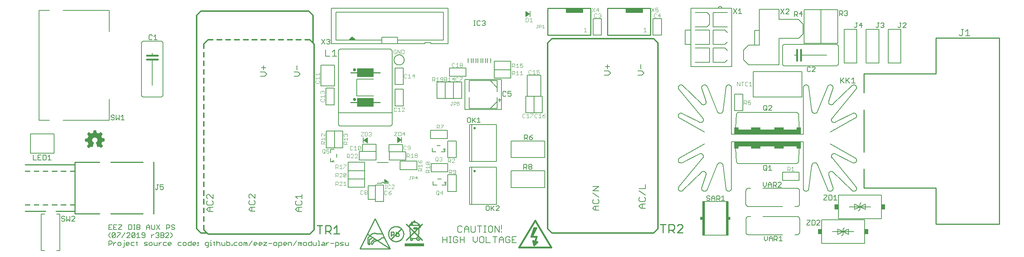
<source format=gto>
G75*
%MOIN*%
%OFA0B0*%
%FSLAX25Y25*%
%IPPOS*%
%LPD*%
%AMOC8*
5,1,8,0,0,1.08239X$1,22.5*
%
%ADD10R,0.01485X0.00015*%
%ADD11R,0.00045X0.00015*%
%ADD12R,0.00105X0.00015*%
%ADD13R,0.00165X0.00015*%
%ADD14R,0.00225X0.00015*%
%ADD15R,0.00285X0.00015*%
%ADD16R,0.00345X0.00015*%
%ADD17R,0.00405X0.00015*%
%ADD18R,0.00435X0.00015*%
%ADD19R,0.00465X0.00015*%
%ADD20R,0.00495X0.00015*%
%ADD21R,0.00540X0.00015*%
%ADD22R,0.00585X0.00015*%
%ADD23R,0.00645X0.00015*%
%ADD24R,0.00150X0.00015*%
%ADD25R,0.00675X0.00015*%
%ADD26R,0.00195X0.00015*%
%ADD27R,0.00705X0.00015*%
%ADD28R,0.00240X0.00015*%
%ADD29R,0.00735X0.00015*%
%ADD30R,0.00270X0.00015*%
%ADD31R,0.00765X0.00015*%
%ADD32R,0.00300X0.00015*%
%ADD33R,0.00810X0.00015*%
%ADD34R,0.00360X0.00015*%
%ADD35R,0.00855X0.00015*%
%ADD36R,0.00435X0.00015*%
%ADD37R,0.00915X0.00015*%
%ADD38R,0.00465X0.00015*%
%ADD39R,0.00945X0.00015*%
%ADD40R,0.00960X0.00015*%
%ADD41R,0.00525X0.00015*%
%ADD42R,0.00990X0.00015*%
%ADD43R,0.00555X0.00015*%
%ADD44R,0.01035X0.00015*%
%ADD45R,0.00600X0.00015*%
%ADD46R,0.01080X0.00015*%
%ADD47R,0.01125X0.00015*%
%ADD48R,0.01170X0.00015*%
%ADD49R,0.00720X0.00015*%
%ADD50R,0.01200X0.00015*%
%ADD51R,0.00750X0.00015*%
%ADD52R,0.01230X0.00015*%
%ADD53R,0.00780X0.00015*%
%ADD54R,0.01260X0.00015*%
%ADD55R,0.00810X0.00015*%
%ADD56R,0.01305X0.00015*%
%ADD57R,0.01365X0.00015*%
%ADD58R,0.00900X0.00015*%
%ADD59R,0.01395X0.00015*%
%ADD60R,0.01440X0.00015*%
%ADD61R,0.01470X0.00015*%
%ADD62R,0.01005X0.00015*%
%ADD63R,0.01500X0.00015*%
%ADD64R,0.01020X0.00015*%
%ADD65R,0.01530X0.00015*%
%ADD66R,0.01065X0.00015*%
%ADD67R,0.01575X0.00015*%
%ADD68R,0.01095X0.00015*%
%ADD69R,0.01635X0.00015*%
%ADD70R,0.01155X0.00015*%
%ADD71R,0.01680X0.00015*%
%ADD72R,0.01200X0.00015*%
%ADD73R,0.01710X0.00015*%
%ADD74R,0.01230X0.00015*%
%ADD75R,0.01725X0.00015*%
%ADD76R,0.01245X0.00015*%
%ADD77R,0.01755X0.00015*%
%ADD78R,0.01275X0.00015*%
%ADD79R,0.01800X0.00015*%
%ADD80R,0.01320X0.00015*%
%ADD81R,0.01860X0.00015*%
%ADD82R,0.01905X0.00015*%
%ADD83R,0.01410X0.00015*%
%ADD84R,0.01935X0.00015*%
%ADD85R,0.01455X0.00015*%
%ADD86R,0.01965X0.00015*%
%ADD87R,0.01485X0.00015*%
%ADD88R,0.01995X0.00015*%
%ADD89R,0.01515X0.00015*%
%ADD90R,0.02040X0.00015*%
%ADD91R,0.01530X0.00015*%
%ADD92R,0.02070X0.00015*%
%ADD93R,0.01575X0.00015*%
%ADD94R,0.02115X0.00015*%
%ADD95R,0.01620X0.00015*%
%ADD96R,0.02160X0.00015*%
%ADD97R,0.01665X0.00015*%
%ADD98R,0.02190X0.00015*%
%ADD99R,0.00075X0.00015*%
%ADD100R,0.01695X0.00015*%
%ADD101R,0.02220X0.00015*%
%ADD102R,0.00105X0.00015*%
%ADD103R,0.02235X0.00015*%
%ADD104R,0.00135X0.00015*%
%ADD105R,0.01755X0.00015*%
%ADD106R,0.02280X0.00015*%
%ADD107R,0.00180X0.00015*%
%ADD108R,0.01785X0.00015*%
%ADD109R,0.02340X0.00015*%
%ADD110R,0.00240X0.00015*%
%ADD111R,0.01830X0.00015*%
%ADD112R,0.02385X0.00015*%
%ADD113R,0.01890X0.00015*%
%ADD114R,0.02415X0.00015*%
%ADD115R,0.00330X0.00015*%
%ADD116R,0.00120X0.00015*%
%ADD117R,0.01920X0.00015*%
%ADD118R,0.02430X0.00015*%
%ADD119R,0.00375X0.00015*%
%ADD120R,0.02460X0.00015*%
%ADD121R,0.00405X0.00015*%
%ADD122R,0.00195X0.00015*%
%ADD123R,0.01965X0.00015*%
%ADD124R,0.02505X0.00015*%
%ADD125R,0.00210X0.00015*%
%ADD126R,0.02010X0.00015*%
%ADD127R,0.02535X0.00015*%
%ADD128R,0.00480X0.00015*%
%ADD129R,0.02580X0.00015*%
%ADD130R,0.00540X0.00015*%
%ADD131R,0.02085X0.00015*%
%ADD132R,0.02625X0.00015*%
%ADD133R,0.02130X0.00015*%
%ADD134R,0.02670X0.00015*%
%ADD135R,0.00630X0.00015*%
%ADD136R,0.02700X0.00015*%
%ADD137R,0.00660X0.00015*%
%ADD138R,0.00450X0.00015*%
%ADD139R,0.02190X0.00015*%
%ADD140R,0.02715X0.00015*%
%ADD141R,0.02205X0.00015*%
%ADD142R,0.02745X0.00015*%
%ADD143R,0.00510X0.00015*%
%ADD144R,0.02235X0.00015*%
%ADD145R,0.02775X0.00015*%
%ADD146R,0.02820X0.00015*%
%ADD147R,0.02310X0.00015*%
%ADD148R,0.02880X0.00015*%
%ADD149R,0.00855X0.00015*%
%ADD150R,0.02355X0.00015*%
%ADD151R,0.02895X0.00015*%
%ADD152R,0.00870X0.00015*%
%ADD153R,0.00660X0.00015*%
%ADD154R,0.02925X0.00015*%
%ADD155R,0.00690X0.00015*%
%ADD156R,0.02970X0.00015*%
%ADD157R,0.03000X0.00015*%
%ADD158R,0.00750X0.00015*%
%ADD159R,0.03045X0.00015*%
%ADD160R,0.01005X0.00015*%
%ADD161R,0.00780X0.00015*%
%ADD162R,0.02505X0.00015*%
%ADD163R,0.03090X0.00015*%
%ADD164R,0.01050X0.00015*%
%ADD165R,0.00825X0.00015*%
%ADD166R,0.02550X0.00015*%
%ADD167R,0.03135X0.00015*%
%ADD168R,0.01095X0.00015*%
%ADD169R,0.00870X0.00015*%
%ADD170R,0.03165X0.00015*%
%ADD171R,0.01125X0.00015*%
%ADD172R,0.02625X0.00015*%
%ADD173R,0.03195X0.00015*%
%ADD174R,0.01140X0.00015*%
%ADD175R,0.00930X0.00015*%
%ADD176R,0.02655X0.00015*%
%ADD177R,0.03210X0.00015*%
%ADD178R,0.00960X0.00015*%
%ADD179R,0.03240X0.00015*%
%ADD180R,0.02700X0.00015*%
%ADD181R,0.03285X0.00015*%
%ADD182R,0.01245X0.00015*%
%ADD183R,0.02745X0.00015*%
%ADD184R,0.03330X0.00015*%
%ADD185R,0.02790X0.00015*%
%ADD186R,0.03360X0.00015*%
%ADD187R,0.01110X0.00015*%
%ADD188R,0.02835X0.00015*%
%ADD189R,0.03390X0.00015*%
%ADD190R,0.01335X0.00015*%
%ADD191R,0.01140X0.00015*%
%ADD192R,0.02865X0.00015*%
%ADD193R,0.03420X0.00015*%
%ADD194R,0.01155X0.00015*%
%ADD195R,0.04905X0.00015*%
%ADD196R,0.04920X0.00015*%
%ADD197R,0.02940X0.00015*%
%ADD198R,0.04950X0.00015*%
%ADD199R,0.02985X0.00015*%
%ADD200R,0.04965X0.00015*%
%ADD201R,0.01275X0.00015*%
%ADD202R,0.03015X0.00015*%
%ADD203R,0.04980X0.00015*%
%ADD204R,0.03045X0.00015*%
%ADD205R,0.05010X0.00015*%
%ADD206R,0.01335X0.00015*%
%ADD207R,0.03075X0.00015*%
%ADD208R,0.01350X0.00015*%
%ADD209R,0.03105X0.00015*%
%ADD210R,0.05040X0.00015*%
%ADD211R,0.01380X0.00015*%
%ADD212R,0.05040X0.00015*%
%ADD213R,0.01410X0.00015*%
%ADD214R,0.03180X0.00015*%
%ADD215R,0.05070X0.00015*%
%ADD216R,0.03225X0.00015*%
%ADD217R,0.03255X0.00015*%
%ADD218R,0.05085X0.00015*%
%ADD219R,0.01515X0.00015*%
%ADD220R,0.03300X0.00015*%
%ADD221R,0.05100X0.00015*%
%ADD222R,0.04935X0.00015*%
%ADD223R,0.05115X0.00015*%
%ADD224R,0.04995X0.00015*%
%ADD225R,0.05130X0.00015*%
%ADD226R,0.05010X0.00015*%
%ADD227R,0.05130X0.00015*%
%ADD228R,0.05010X0.00015*%
%ADD229R,0.05025X0.00015*%
%ADD230R,0.05040X0.00015*%
%ADD231R,0.05055X0.00015*%
%ADD232R,0.05130X0.00015*%
%ADD233R,0.05085X0.00015*%
%ADD234R,0.05115X0.00015*%
%ADD235R,0.05145X0.00015*%
%ADD236R,0.05160X0.00015*%
%ADD237R,0.05130X0.00015*%
%ADD238R,0.05190X0.00015*%
%ADD239R,0.05190X0.00015*%
%ADD240R,0.05205X0.00015*%
%ADD241R,0.05220X0.00015*%
%ADD242R,0.05070X0.00015*%
%ADD243R,0.05085X0.00015*%
%ADD244R,0.05205X0.00015*%
%ADD245R,0.05220X0.00015*%
%ADD246R,0.05055X0.00015*%
%ADD247R,0.05025X0.00015*%
%ADD248R,0.05205X0.00015*%
%ADD249R,0.05025X0.00015*%
%ADD250R,0.05190X0.00015*%
%ADD251R,0.05190X0.00015*%
%ADD252R,0.04995X0.00015*%
%ADD253R,0.05175X0.00015*%
%ADD254R,0.04950X0.00015*%
%ADD255R,0.05145X0.00015*%
%ADD256R,0.05145X0.00015*%
%ADD257R,0.04920X0.00015*%
%ADD258R,0.04905X0.00015*%
%ADD259R,0.04905X0.00015*%
%ADD260R,0.05115X0.00015*%
%ADD261R,0.04890X0.00015*%
%ADD262R,0.04890X0.00015*%
%ADD263R,0.04875X0.00015*%
%ADD264R,0.04845X0.00015*%
%ADD265R,0.04830X0.00015*%
%ADD266R,0.04830X0.00015*%
%ADD267R,0.05070X0.00015*%
%ADD268R,0.04830X0.00015*%
%ADD269R,0.04815X0.00015*%
%ADD270R,0.04800X0.00015*%
%ADD271R,0.04800X0.00015*%
%ADD272R,0.05010X0.00015*%
%ADD273R,0.04785X0.00015*%
%ADD274R,0.04770X0.00015*%
%ADD275R,0.04770X0.00015*%
%ADD276R,0.04755X0.00015*%
%ADD277R,0.04740X0.00015*%
%ADD278R,0.04725X0.00015*%
%ADD279R,0.04725X0.00015*%
%ADD280R,0.04980X0.00015*%
%ADD281R,0.04710X0.00015*%
%ADD282R,0.04725X0.00015*%
%ADD283R,0.04710X0.00015*%
%ADD284R,0.04695X0.00015*%
%ADD285R,0.04680X0.00015*%
%ADD286R,0.04695X0.00015*%
%ADD287R,0.04680X0.00015*%
%ADD288R,0.04905X0.00015*%
%ADD289R,0.04665X0.00015*%
%ADD290R,0.04650X0.00015*%
%ADD291R,0.04635X0.00015*%
%ADD292R,0.04620X0.00015*%
%ADD293R,0.04620X0.00015*%
%ADD294R,0.04890X0.00015*%
%ADD295R,0.04605X0.00015*%
%ADD296R,0.04605X0.00015*%
%ADD297R,0.04590X0.00015*%
%ADD298R,0.04845X0.00015*%
%ADD299R,0.04575X0.00015*%
%ADD300R,0.04590X0.00015*%
%ADD301R,0.04575X0.00015*%
%ADD302R,0.04845X0.00015*%
%ADD303R,0.04560X0.00015*%
%ADD304R,0.04545X0.00015*%
%ADD305R,0.04530X0.00015*%
%ADD306R,0.04515X0.00015*%
%ADD307R,0.04530X0.00015*%
%ADD308R,0.04500X0.00015*%
%ADD309R,0.04515X0.00015*%
%ADD310R,0.04785X0.00015*%
%ADD311R,0.04485X0.00015*%
%ADD312R,0.04755X0.00015*%
%ADD313R,0.04470X0.00015*%
%ADD314R,0.04740X0.00015*%
%ADD315R,0.04485X0.00015*%
%ADD316R,0.04755X0.00015*%
%ADD317R,0.04545X0.00015*%
%ADD318R,0.04695X0.00015*%
%ADD319R,0.04680X0.00015*%
%ADD320R,0.04665X0.00015*%
%ADD321R,0.04725X0.00015*%
%ADD322R,0.04680X0.00015*%
%ADD323R,0.04860X0.00015*%
%ADD324R,0.04740X0.00015*%
%ADD325R,0.04875X0.00015*%
%ADD326R,0.04965X0.00015*%
%ADD327R,0.04860X0.00015*%
%ADD328R,0.04995X0.00015*%
%ADD329R,0.04875X0.00015*%
%ADD330R,0.04980X0.00015*%
%ADD331R,0.05235X0.00015*%
%ADD332R,0.05235X0.00015*%
%ADD333R,0.05250X0.00015*%
%ADD334R,0.05280X0.00015*%
%ADD335R,0.05295X0.00015*%
%ADD336R,0.05325X0.00015*%
%ADD337R,0.05340X0.00015*%
%ADD338R,0.05235X0.00015*%
%ADD339R,0.05355X0.00015*%
%ADD340R,0.05370X0.00015*%
%ADD341R,0.05265X0.00015*%
%ADD342R,0.05370X0.00015*%
%ADD343R,0.05280X0.00015*%
%ADD344R,0.05385X0.00015*%
%ADD345R,0.05295X0.00015*%
%ADD346R,0.05400X0.00015*%
%ADD347R,0.05415X0.00015*%
%ADD348R,0.05310X0.00015*%
%ADD349R,0.05430X0.00015*%
%ADD350R,0.05445X0.00015*%
%ADD351R,0.05460X0.00015*%
%ADD352R,0.05355X0.00015*%
%ADD353R,0.05475X0.00015*%
%ADD354R,0.05505X0.00015*%
%ADD355R,0.05520X0.00015*%
%ADD356R,0.05535X0.00015*%
%ADD357R,0.05550X0.00015*%
%ADD358R,0.05550X0.00015*%
%ADD359R,0.05475X0.00015*%
%ADD360R,0.05490X0.00015*%
%ADD361R,0.05475X0.00015*%
%ADD362R,0.05385X0.00015*%
%ADD363R,0.05370X0.00015*%
%ADD364R,0.05325X0.00015*%
%ADD365R,0.05310X0.00015*%
%ADD366R,0.05265X0.00015*%
%ADD367R,0.05175X0.00015*%
%ADD368R,0.04980X0.00015*%
%ADD369R,0.04965X0.00015*%
%ADD370R,0.04860X0.00015*%
%ADD371R,0.04845X0.00015*%
%ADD372R,0.04815X0.00015*%
%ADD373R,0.04770X0.00015*%
%ADD374R,0.05295X0.00015*%
%ADD375R,0.04635X0.00015*%
%ADD376R,0.05610X0.00015*%
%ADD377R,0.05700X0.00015*%
%ADD378R,0.05760X0.00015*%
%ADD379R,0.05805X0.00015*%
%ADD380R,0.05850X0.00015*%
%ADD381R,0.05895X0.00015*%
%ADD382R,0.06000X0.00015*%
%ADD383R,0.06135X0.00015*%
%ADD384R,0.06225X0.00015*%
%ADD385R,0.06300X0.00015*%
%ADD386R,0.06330X0.00015*%
%ADD387R,0.06375X0.00015*%
%ADD388R,0.06450X0.00015*%
%ADD389R,0.06570X0.00015*%
%ADD390R,0.05565X0.00015*%
%ADD391R,0.06690X0.00015*%
%ADD392R,0.06735X0.00015*%
%ADD393R,0.05790X0.00015*%
%ADD394R,0.06765X0.00015*%
%ADD395R,0.05850X0.00015*%
%ADD396R,0.06780X0.00015*%
%ADD397R,0.05895X0.00015*%
%ADD398R,0.06795X0.00015*%
%ADD399R,0.05955X0.00015*%
%ADD400R,0.06810X0.00015*%
%ADD401R,0.06060X0.00015*%
%ADD402R,0.06195X0.00015*%
%ADD403R,0.06825X0.00015*%
%ADD404R,0.06330X0.00015*%
%ADD405R,0.06840X0.00015*%
%ADD406R,0.06390X0.00015*%
%ADD407R,0.06495X0.00015*%
%ADD408R,0.06840X0.00015*%
%ADD409R,0.06555X0.00015*%
%ADD410R,0.06825X0.00015*%
%ADD411R,0.06645X0.00015*%
%ADD412R,0.06825X0.00015*%
%ADD413R,0.06705X0.00015*%
%ADD414R,0.06705X0.00015*%
%ADD415R,0.06810X0.00015*%
%ADD416R,0.06720X0.00015*%
%ADD417R,0.06795X0.00015*%
%ADD418R,0.06750X0.00015*%
%ADD419R,0.06765X0.00015*%
%ADD420R,0.06795X0.00015*%
%ADD421R,0.06780X0.00015*%
%ADD422R,0.06780X0.00015*%
%ADD423R,0.06750X0.00015*%
%ADD424R,0.06720X0.00015*%
%ADD425R,0.06720X0.00015*%
%ADD426R,0.06705X0.00015*%
%ADD427R,0.06705X0.00015*%
%ADD428R,0.06690X0.00015*%
%ADD429R,0.06675X0.00015*%
%ADD430R,0.06690X0.00015*%
%ADD431R,0.06675X0.00015*%
%ADD432R,0.06675X0.00015*%
%ADD433R,0.06660X0.00015*%
%ADD434R,0.06675X0.00015*%
%ADD435R,0.06660X0.00015*%
%ADD436R,0.06660X0.00015*%
%ADD437R,0.06645X0.00015*%
%ADD438R,0.06630X0.00015*%
%ADD439R,0.06660X0.00015*%
%ADD440R,0.06630X0.00015*%
%ADD441R,0.06645X0.00015*%
%ADD442R,0.06735X0.00015*%
%ADD443R,0.06765X0.00015*%
%ADD444R,0.06780X0.00015*%
%ADD445R,0.06825X0.00015*%
%ADD446R,0.06855X0.00015*%
%ADD447R,0.06855X0.00015*%
%ADD448R,0.06870X0.00015*%
%ADD449R,0.06885X0.00015*%
%ADD450R,0.06525X0.00015*%
%ADD451R,0.06405X0.00015*%
%ADD452R,0.06255X0.00015*%
%ADD453R,0.06165X0.00015*%
%ADD454R,0.06870X0.00015*%
%ADD455R,0.06120X0.00015*%
%ADD456R,0.06885X0.00015*%
%ADD457R,0.06060X0.00015*%
%ADD458R,0.06015X0.00015*%
%ADD459R,0.05910X0.00015*%
%ADD460R,0.05670X0.00015*%
%ADD461R,0.05595X0.00015*%
%ADD462R,0.06585X0.00015*%
%ADD463R,0.05160X0.00015*%
%ADD464R,0.06390X0.00015*%
%ADD465R,0.05025X0.00015*%
%ADD466R,0.06330X0.00015*%
%ADD467R,0.06075X0.00015*%
%ADD468R,0.05820X0.00015*%
%ADD469R,0.05775X0.00015*%
%ADD470R,0.05685X0.00015*%
%ADD471R,0.05460X0.00015*%
%ADD472R,0.04860X0.00015*%
%ADD473R,0.04935X0.00015*%
%ADD474R,0.05160X0.00015*%
%ADD475R,0.05325X0.00015*%
%ADD476R,0.05340X0.00015*%
%ADD477R,0.05355X0.00015*%
%ADD478R,0.05430X0.00015*%
%ADD479R,0.05535X0.00015*%
%ADD480R,0.05595X0.00015*%
%ADD481R,0.05640X0.00015*%
%ADD482R,0.05640X0.00015*%
%ADD483R,0.05670X0.00015*%
%ADD484R,0.05685X0.00015*%
%ADD485R,0.05700X0.00015*%
%ADD486R,0.05715X0.00015*%
%ADD487R,0.05715X0.00015*%
%ADD488R,0.05730X0.00015*%
%ADD489R,0.05745X0.00015*%
%ADD490R,0.05760X0.00015*%
%ADD491R,0.06000X0.00015*%
%ADD492R,0.06105X0.00015*%
%ADD493R,0.06180X0.00015*%
%ADD494R,0.06210X0.00015*%
%ADD495R,0.12690X0.00015*%
%ADD496R,0.12675X0.00015*%
%ADD497R,0.12660X0.00015*%
%ADD498R,0.12660X0.00015*%
%ADD499R,0.12645X0.00015*%
%ADD500R,0.12615X0.00015*%
%ADD501R,0.12600X0.00015*%
%ADD502R,0.12585X0.00015*%
%ADD503R,0.12555X0.00015*%
%ADD504R,0.12540X0.00015*%
%ADD505R,0.12525X0.00015*%
%ADD506R,0.12510X0.00015*%
%ADD507R,0.12510X0.00015*%
%ADD508R,0.12480X0.00015*%
%ADD509R,0.12450X0.00015*%
%ADD510R,0.12435X0.00015*%
%ADD511R,0.12420X0.00015*%
%ADD512R,0.12390X0.00015*%
%ADD513R,0.12375X0.00015*%
%ADD514R,0.12360X0.00015*%
%ADD515R,0.12330X0.00015*%
%ADD516R,0.12300X0.00015*%
%ADD517R,0.12285X0.00015*%
%ADD518R,0.12270X0.00015*%
%ADD519R,0.12255X0.00015*%
%ADD520R,0.12240X0.00015*%
%ADD521R,0.12225X0.00015*%
%ADD522R,0.12195X0.00015*%
%ADD523R,0.12165X0.00015*%
%ADD524R,0.12150X0.00015*%
%ADD525R,0.12135X0.00015*%
%ADD526R,0.12120X0.00015*%
%ADD527R,0.12090X0.00015*%
%ADD528R,0.12075X0.00015*%
%ADD529R,0.12060X0.00015*%
%ADD530R,0.12045X0.00015*%
%ADD531R,0.12015X0.00015*%
%ADD532R,0.12000X0.00015*%
%ADD533R,0.11985X0.00015*%
%ADD534R,0.11955X0.00015*%
%ADD535R,0.11940X0.00015*%
%ADD536R,0.11925X0.00015*%
%ADD537R,0.11910X0.00015*%
%ADD538R,0.11910X0.00015*%
%ADD539R,0.11880X0.00015*%
%ADD540R,0.11850X0.00015*%
%ADD541R,0.11835X0.00015*%
%ADD542R,0.11805X0.00015*%
%ADD543R,0.11775X0.00015*%
%ADD544R,0.11760X0.00015*%
%ADD545R,0.11745X0.00015*%
%ADD546R,0.11730X0.00015*%
%ADD547R,0.11700X0.00015*%
%ADD548R,0.11700X0.00015*%
%ADD549R,0.11685X0.00015*%
%ADD550R,0.11655X0.00015*%
%ADD551R,0.11640X0.00015*%
%ADD552R,0.11625X0.00015*%
%ADD553R,0.11625X0.00015*%
%ADD554R,0.11670X0.00015*%
%ADD555R,0.11715X0.00015*%
%ADD556R,0.11790X0.00015*%
%ADD557R,0.11820X0.00015*%
%ADD558R,0.11820X0.00015*%
%ADD559R,0.11880X0.00015*%
%ADD560R,0.11895X0.00015*%
%ADD561R,0.11970X0.00015*%
%ADD562R,0.12045X0.00015*%
%ADD563R,0.12075X0.00015*%
%ADD564R,0.12105X0.00015*%
%ADD565R,0.12135X0.00015*%
%ADD566R,0.12165X0.00015*%
%ADD567R,0.12180X0.00015*%
%ADD568R,0.12195X0.00015*%
%ADD569R,0.12210X0.00015*%
%ADD570R,0.12225X0.00015*%
%ADD571R,0.12255X0.00015*%
%ADD572R,0.12360X0.00015*%
%ADD573R,0.12390X0.00015*%
%ADD574R,0.12405X0.00015*%
%ADD575R,0.12435X0.00015*%
%ADD576R,0.12480X0.00015*%
%ADD577R,0.12480X0.00015*%
%ADD578R,0.12510X0.00015*%
%ADD579R,0.12570X0.00015*%
%ADD580R,0.12630X0.00015*%
%ADD581R,0.12675X0.00015*%
%ADD582R,0.12705X0.00015*%
%ADD583R,0.12735X0.00015*%
%ADD584R,0.12750X0.00015*%
%ADD585R,0.12780X0.00015*%
%ADD586R,0.12795X0.00015*%
%ADD587R,0.12810X0.00015*%
%ADD588R,0.12840X0.00015*%
%ADD589R,0.12855X0.00015*%
%ADD590R,0.12885X0.00015*%
%ADD591R,0.12900X0.00015*%
%ADD592R,0.12915X0.00015*%
%ADD593R,0.12945X0.00015*%
%ADD594R,0.12960X0.00015*%
%ADD595R,0.12990X0.00015*%
%ADD596R,0.13005X0.00015*%
%ADD597R,0.13020X0.00015*%
%ADD598R,0.13035X0.00015*%
%ADD599R,0.13065X0.00015*%
%ADD600R,0.13080X0.00015*%
%ADD601R,0.13110X0.00015*%
%ADD602R,0.13125X0.00015*%
%ADD603R,0.13155X0.00015*%
%ADD604R,0.13170X0.00015*%
%ADD605R,0.13200X0.00015*%
%ADD606R,0.13230X0.00015*%
%ADD607R,0.13260X0.00015*%
%ADD608R,0.13290X0.00015*%
%ADD609R,0.13320X0.00015*%
%ADD610R,0.13350X0.00015*%
%ADD611R,0.13365X0.00015*%
%ADD612R,0.13395X0.00015*%
%ADD613R,0.13425X0.00015*%
%ADD614R,0.13455X0.00015*%
%ADD615R,0.13470X0.00015*%
%ADD616R,0.13500X0.00015*%
%ADD617R,0.13530X0.00015*%
%ADD618R,0.13560X0.00015*%
%ADD619R,0.13575X0.00015*%
%ADD620R,0.13605X0.00015*%
%ADD621R,0.13635X0.00015*%
%ADD622R,0.13650X0.00015*%
%ADD623R,0.13680X0.00015*%
%ADD624R,0.13695X0.00015*%
%ADD625R,0.13725X0.00015*%
%ADD626R,0.13740X0.00015*%
%ADD627R,0.13770X0.00015*%
%ADD628R,0.13785X0.00015*%
%ADD629R,0.13800X0.00015*%
%ADD630R,0.13830X0.00015*%
%ADD631R,0.13860X0.00015*%
%ADD632R,0.13875X0.00015*%
%ADD633R,0.13905X0.00015*%
%ADD634R,0.13935X0.00015*%
%ADD635R,0.13950X0.00015*%
%ADD636R,0.13980X0.00015*%
%ADD637R,0.14010X0.00015*%
%ADD638R,0.14025X0.00015*%
%ADD639R,0.14055X0.00015*%
%ADD640R,0.14070X0.00015*%
%ADD641R,0.14085X0.00015*%
%ADD642R,0.14115X0.00015*%
%ADD643R,0.14145X0.00015*%
%ADD644R,0.14160X0.00015*%
%ADD645R,0.14190X0.00015*%
%ADD646R,0.14205X0.00015*%
%ADD647R,0.14220X0.00015*%
%ADD648R,0.14235X0.00015*%
%ADD649R,0.14265X0.00015*%
%ADD650R,0.14280X0.00015*%
%ADD651R,0.14295X0.00015*%
%ADD652R,0.14295X0.00015*%
%ADD653R,0.14250X0.00015*%
%ADD654R,0.14205X0.00015*%
%ADD655R,0.14175X0.00015*%
%ADD656R,0.14160X0.00015*%
%ADD657R,0.14130X0.00015*%
%ADD658R,0.14100X0.00015*%
%ADD659R,0.14040X0.00015*%
%ADD660R,0.14010X0.00015*%
%ADD661R,0.03465X0.00015*%
%ADD662R,0.10440X0.00015*%
%ADD663R,0.03420X0.00015*%
%ADD664R,0.10395X0.00015*%
%ADD665R,0.03375X0.00015*%
%ADD666R,0.10335X0.00015*%
%ADD667R,0.03570X0.00015*%
%ADD668R,0.06600X0.00015*%
%ADD669R,0.03525X0.00015*%
%ADD670R,0.03270X0.00015*%
%ADD671R,0.03495X0.00015*%
%ADD672R,0.03210X0.00015*%
%ADD673R,0.06480X0.00015*%
%ADD674R,0.03435X0.00015*%
%ADD675R,0.03165X0.00015*%
%ADD676R,0.03390X0.00015*%
%ADD677R,0.03120X0.00015*%
%ADD678R,0.06315X0.00015*%
%ADD679R,0.03345X0.00015*%
%ADD680R,0.03090X0.00015*%
%ADD681R,0.03075X0.00015*%
%ADD682R,0.06225X0.00015*%
%ADD683R,0.03270X0.00015*%
%ADD684R,0.06180X0.00015*%
%ADD685R,0.02970X0.00015*%
%ADD686R,0.06075X0.00015*%
%ADD687R,0.03195X0.00015*%
%ADD688R,0.02925X0.00015*%
%ADD689R,0.05985X0.00015*%
%ADD690R,0.03135X0.00015*%
%ADD691R,0.02850X0.00015*%
%ADD692R,0.05835X0.00015*%
%ADD693R,0.03030X0.00015*%
%ADD694R,0.02805X0.00015*%
%ADD695R,0.02730X0.00015*%
%ADD696R,0.05625X0.00015*%
%ADD697R,0.02925X0.00015*%
%ADD698R,0.02640X0.00015*%
%ADD699R,0.02595X0.00015*%
%ADD700R,0.02565X0.00015*%
%ADD701R,0.02760X0.00015*%
%ADD702R,0.02520X0.00015*%
%ADD703R,0.02730X0.00015*%
%ADD704R,0.02475X0.00015*%
%ADD705R,0.02685X0.00015*%
%ADD706R,0.02445X0.00015*%
%ADD707R,0.02400X0.00015*%
%ADD708R,0.02370X0.00015*%
%ADD709R,0.02565X0.00015*%
%ADD710R,0.02340X0.00015*%
%ADD711R,0.02325X0.00015*%
%ADD712R,0.02505X0.00015*%
%ADD713R,0.02280X0.00015*%
%ADD714R,0.02460X0.00015*%
%ADD715R,0.04560X0.00015*%
%ADD716R,0.02190X0.00015*%
%ADD717R,0.04440X0.00015*%
%ADD718R,0.02370X0.00015*%
%ADD719R,0.02145X0.00015*%
%ADD720R,0.04365X0.00015*%
%ADD721R,0.04320X0.00015*%
%ADD722R,0.02310X0.00015*%
%ADD723R,0.02100X0.00015*%
%ADD724R,0.04260X0.00015*%
%ADD725R,0.04200X0.00015*%
%ADD726R,0.02265X0.00015*%
%ADD727R,0.02040X0.00015*%
%ADD728R,0.04095X0.00015*%
%ADD729R,0.02220X0.00015*%
%ADD730R,0.03915X0.00015*%
%ADD731R,0.02175X0.00015*%
%ADD732R,0.03765X0.00015*%
%ADD733R,0.03675X0.00015*%
%ADD734R,0.01890X0.00015*%
%ADD735R,0.03615X0.00015*%
%ADD736R,0.02055X0.00015*%
%ADD737R,0.01860X0.00015*%
%ADD738R,0.03555X0.00015*%
%ADD739R,0.01815X0.00015*%
%ADD740R,0.03450X0.00015*%
%ADD741R,0.01725X0.00015*%
%ADD742R,0.03315X0.00015*%
%ADD743R,0.01905X0.00015*%
%ADD744R,0.01680X0.00015*%
%ADD745R,0.01650X0.00015*%
%ADD746R,0.01620X0.00015*%
%ADD747R,0.01590X0.00015*%
%ADD748R,0.01770X0.00015*%
%ADD749R,0.01560X0.00015*%
%ADD750R,0.03240X0.00015*%
%ADD751R,0.01740X0.00015*%
%ADD752R,0.01665X0.00015*%
%ADD753R,0.01455X0.00015*%
%ADD754R,0.01635X0.00015*%
%ADD755R,0.01410X0.00015*%
%ADD756R,0.01395X0.00015*%
%ADD757R,0.01365X0.00015*%
%ADD758R,0.01335X0.00015*%
%ADD759R,0.01290X0.00015*%
%ADD760R,0.03210X0.00015*%
%ADD761R,0.01455X0.00015*%
%ADD762R,0.01185X0.00015*%
%ADD763R,0.01290X0.00015*%
%ADD764R,0.01110X0.00015*%
%ADD765R,0.01260X0.00015*%
%ADD766R,0.03180X0.00015*%
%ADD767R,0.00975X0.00015*%
%ADD768R,0.03150X0.00015*%
%ADD769R,0.00885X0.00015*%
%ADD770R,0.03150X0.00015*%
%ADD771R,0.01050X0.00015*%
%ADD772R,0.00795X0.00015*%
%ADD773R,0.00885X0.00015*%
%ADD774R,0.00690X0.00015*%
%ADD775R,0.00840X0.00015*%
%ADD776R,0.00570X0.00015*%
%ADD777R,0.00525X0.00015*%
%ADD778R,0.03105X0.00015*%
%ADD779R,0.00660X0.00015*%
%ADD780R,0.00615X0.00015*%
%ADD781R,0.00420X0.00015*%
%ADD782R,0.00555X0.00015*%
%ADD783R,0.00390X0.00015*%
%ADD784R,0.00525X0.00015*%
%ADD785R,0.00360X0.00015*%
%ADD786R,0.00495X0.00015*%
%ADD787R,0.03075X0.00015*%
%ADD788R,0.00450X0.00015*%
%ADD789R,0.00225X0.00015*%
%ADD790R,0.00345X0.00015*%
%ADD791R,0.00255X0.00015*%
%ADD792R,0.03060X0.00015*%
%ADD793R,0.00180X0.00015*%
%ADD794R,0.00075X0.00015*%
%ADD795R,0.03000X0.00015*%
%ADD796R,0.02955X0.00015*%
%ADD797R,0.02940X0.00015*%
%ADD798R,0.02940X0.00015*%
%ADD799R,0.02910X0.00015*%
%ADD800R,0.02910X0.00015*%
%ADD801R,0.02865X0.00015*%
%ADD802R,0.02805X0.00015*%
%ADD803R,0.02775X0.00015*%
%ADD804R,0.02760X0.00015*%
%ADD805R,0.02655X0.00015*%
%ADD806R,0.02640X0.00015*%
%ADD807R,0.02610X0.00015*%
%ADD808R,0.02595X0.00015*%
%ADD809R,0.02535X0.00015*%
%ADD810R,0.02475X0.00015*%
%ADD811R,0.02175X0.00015*%
%ADD812R,0.01575X0.00015*%
%ADD813C,0.00500*%
%ADD814C,0.01600*%
%ADD815C,0.00700*%
%ADD816C,0.01000*%
%ADD817C,0.00600*%
%ADD818R,0.03500X0.05000*%
%ADD819R,0.01969X0.31496*%
%ADD820R,0.02250X0.03000*%
%ADD821C,0.00400*%
%ADD822C,0.02174*%
%ADD823R,0.62000X0.04000*%
%ADD824R,0.04000X0.02000*%
%ADD825R,0.08500X0.02000*%
%ADD826C,0.00300*%
%ADD827R,0.16000X0.04000*%
%ADD828C,0.00800*%
%ADD829R,0.18000X0.03000*%
%ADD830R,0.00787X0.05512*%
%ADD831C,0.01200*%
%ADD832C,0.00900*%
%ADD833C,0.01378*%
%ADD834R,0.15748X0.07874*%
D10*
X0161189Y0144311D03*
D11*
X0166504Y0139472D03*
X0169684Y0138767D03*
X0158299Y0138602D03*
D12*
X0158299Y0138617D03*
D13*
X0158299Y0138631D03*
D14*
X0158299Y0138646D03*
D15*
X0158299Y0138661D03*
X0158389Y0153046D03*
D16*
X0166549Y0139561D03*
X0158299Y0138676D03*
D17*
X0158299Y0138691D03*
X0166564Y0139576D03*
D18*
X0158299Y0138706D03*
D19*
X0158299Y0138722D03*
D20*
X0158299Y0138737D03*
X0169684Y0138902D03*
D21*
X0158307Y0138752D03*
D22*
X0158314Y0138767D03*
X0161329Y0139576D03*
X0166639Y0139667D03*
D23*
X0166654Y0139681D03*
X0169669Y0138961D03*
X0158314Y0138781D03*
D24*
X0166497Y0139502D03*
X0169691Y0138781D03*
D25*
X0169669Y0138976D03*
X0161299Y0139622D03*
X0158314Y0138796D03*
D26*
X0169684Y0138796D03*
D27*
X0166684Y0139726D03*
X0161284Y0139637D03*
X0158314Y0138811D03*
D28*
X0169692Y0138811D03*
D29*
X0158314Y0138826D03*
D30*
X0166527Y0139546D03*
X0169692Y0138826D03*
D31*
X0161269Y0139652D03*
X0158314Y0138841D03*
D32*
X0161427Y0139472D03*
X0169692Y0138841D03*
X0169316Y0153091D03*
D33*
X0158322Y0138856D03*
D34*
X0169692Y0138856D03*
D35*
X0169654Y0139052D03*
X0158329Y0138872D03*
D36*
X0161389Y0139531D03*
X0166579Y0139591D03*
X0169684Y0138872D03*
D37*
X0166744Y0139802D03*
X0161209Y0139726D03*
X0158329Y0138887D03*
X0158419Y0152791D03*
D38*
X0158404Y0152972D03*
X0169684Y0138887D03*
D39*
X0169654Y0139081D03*
X0161194Y0139741D03*
X0158329Y0138902D03*
X0169294Y0152852D03*
X0163714Y0154967D03*
D40*
X0158336Y0138917D03*
D41*
X0169684Y0138917D03*
D42*
X0169647Y0139096D03*
X0166767Y0139846D03*
X0158337Y0138931D03*
X0169287Y0152837D03*
D43*
X0169684Y0138931D03*
D44*
X0158344Y0138946D03*
D45*
X0169677Y0138946D03*
X0158412Y0152926D03*
D46*
X0169287Y0152791D03*
X0166797Y0139876D03*
X0158337Y0138961D03*
D47*
X0158344Y0138976D03*
D48*
X0158351Y0138991D03*
X0161127Y0139831D03*
X0166827Y0139937D03*
X0169272Y0152761D03*
D49*
X0169302Y0152941D03*
X0169661Y0138991D03*
D50*
X0158351Y0139006D03*
D51*
X0169661Y0139006D03*
D52*
X0158351Y0139022D03*
X0158442Y0152672D03*
X0169272Y0152746D03*
D53*
X0169302Y0152911D03*
X0169661Y0139022D03*
D54*
X0158352Y0139037D03*
D55*
X0161247Y0139667D03*
X0169661Y0139037D03*
X0169302Y0152896D03*
D56*
X0166879Y0139996D03*
X0158359Y0139052D03*
D57*
X0158359Y0139067D03*
X0161059Y0139922D03*
X0169624Y0139261D03*
D58*
X0169647Y0139067D03*
X0161216Y0139711D03*
D59*
X0158359Y0139081D03*
D60*
X0158367Y0139096D03*
D61*
X0158367Y0139111D03*
X0166917Y0140087D03*
D62*
X0169639Y0139111D03*
D63*
X0158366Y0139126D03*
X0158457Y0152567D03*
X0169257Y0152641D03*
D64*
X0169287Y0152822D03*
X0158426Y0152761D03*
X0169647Y0139126D03*
D65*
X0158367Y0139141D03*
D66*
X0169639Y0139141D03*
D67*
X0158374Y0139156D03*
D68*
X0169639Y0139156D03*
D69*
X0158374Y0139172D03*
D70*
X0169639Y0139172D03*
D71*
X0158382Y0139187D03*
D72*
X0161127Y0139846D03*
X0166842Y0139952D03*
X0169632Y0139187D03*
D73*
X0158382Y0139202D03*
D74*
X0169632Y0139202D03*
D75*
X0169594Y0139411D03*
X0158389Y0139217D03*
D76*
X0169624Y0139217D03*
D77*
X0158389Y0139231D03*
D78*
X0161089Y0139876D03*
X0169624Y0139231D03*
D79*
X0158382Y0139246D03*
X0169242Y0152522D03*
D80*
X0169272Y0152702D03*
X0161082Y0139891D03*
X0169617Y0139246D03*
D81*
X0158397Y0139261D03*
D82*
X0158404Y0139276D03*
X0158479Y0152402D03*
D83*
X0169617Y0139276D03*
D84*
X0169579Y0139502D03*
X0158404Y0139291D03*
X0158479Y0152387D03*
X0163894Y0154937D03*
D85*
X0166909Y0140072D03*
X0169609Y0139291D03*
D86*
X0158404Y0139306D03*
D87*
X0169609Y0139306D03*
D88*
X0158404Y0139322D03*
X0158479Y0152372D03*
D89*
X0169609Y0139322D03*
D90*
X0169572Y0139546D03*
X0158412Y0139337D03*
X0169227Y0152431D03*
D91*
X0169257Y0152626D03*
X0169601Y0139337D03*
D92*
X0158412Y0139352D03*
X0158486Y0152341D03*
D93*
X0169609Y0139352D03*
D94*
X0158419Y0139367D03*
D95*
X0169602Y0139367D03*
D96*
X0169557Y0139591D03*
X0158427Y0139381D03*
D97*
X0169594Y0139381D03*
D98*
X0158427Y0139396D03*
D99*
X0161479Y0139396D03*
D100*
X0169594Y0139396D03*
D101*
X0158426Y0139411D03*
D102*
X0161479Y0139411D03*
D103*
X0158434Y0139426D03*
X0158494Y0152267D03*
X0163909Y0154891D03*
D104*
X0161479Y0139426D03*
D105*
X0169594Y0139426D03*
D106*
X0169542Y0139652D03*
X0158442Y0139441D03*
D107*
X0161457Y0139441D03*
D108*
X0169594Y0139441D03*
X0158464Y0152461D03*
D109*
X0158442Y0139456D03*
D110*
X0161442Y0139456D03*
D111*
X0169586Y0139456D03*
X0169242Y0152506D03*
D112*
X0169534Y0139696D03*
X0158449Y0139472D03*
D113*
X0169587Y0139472D03*
D114*
X0169534Y0139711D03*
X0158449Y0139487D03*
X0169189Y0152267D03*
D115*
X0158397Y0153031D03*
X0161412Y0139487D03*
D116*
X0166497Y0139487D03*
X0158397Y0153076D03*
D117*
X0169587Y0139487D03*
D118*
X0169527Y0139726D03*
X0158457Y0139502D03*
X0163901Y0154817D03*
D119*
X0161404Y0139502D03*
D120*
X0158457Y0139517D03*
X0169527Y0139741D03*
D121*
X0161404Y0139517D03*
D122*
X0166504Y0139517D03*
D123*
X0169579Y0139517D03*
X0169234Y0152461D03*
D124*
X0158464Y0139531D03*
D125*
X0166511Y0139531D03*
D126*
X0169572Y0139531D03*
X0169227Y0152446D03*
D127*
X0169174Y0152222D03*
X0163894Y0154561D03*
X0163894Y0154576D03*
X0163894Y0154591D03*
X0163894Y0154622D03*
X0158464Y0139546D03*
D128*
X0161382Y0139546D03*
X0166587Y0139622D03*
X0169317Y0153031D03*
D129*
X0169167Y0152191D03*
X0163902Y0154487D03*
X0169511Y0139787D03*
X0158472Y0139561D03*
D130*
X0161352Y0139561D03*
X0166617Y0139652D03*
D131*
X0169564Y0139561D03*
X0169219Y0152402D03*
D132*
X0158479Y0139576D03*
D133*
X0169557Y0139576D03*
X0169212Y0152387D03*
X0158486Y0152311D03*
D134*
X0158547Y0152072D03*
X0163886Y0154276D03*
X0163886Y0154291D03*
X0169497Y0139831D03*
X0158486Y0139591D03*
D135*
X0161322Y0139591D03*
X0158412Y0152911D03*
D136*
X0163886Y0154156D03*
X0158486Y0139606D03*
D137*
X0161307Y0139606D03*
D138*
X0166587Y0139606D03*
D139*
X0169557Y0139606D03*
D140*
X0158494Y0139622D03*
X0163894Y0154052D03*
X0163894Y0154067D03*
X0163894Y0154081D03*
X0163894Y0154096D03*
X0163894Y0154111D03*
D141*
X0169549Y0139622D03*
D142*
X0158494Y0139637D03*
X0163894Y0153976D03*
D143*
X0166602Y0139637D03*
D144*
X0169549Y0139637D03*
D145*
X0158494Y0139652D03*
X0158554Y0152041D03*
X0169144Y0152117D03*
D146*
X0163887Y0153811D03*
X0163887Y0153826D03*
X0158561Y0152011D03*
X0158502Y0139667D03*
D147*
X0169542Y0139667D03*
D148*
X0169482Y0139922D03*
X0158502Y0139681D03*
X0158561Y0151981D03*
X0163887Y0153602D03*
X0163887Y0153617D03*
X0163887Y0153631D03*
X0163887Y0153646D03*
X0163887Y0153661D03*
X0163887Y0153676D03*
X0163887Y0153691D03*
X0169137Y0152072D03*
D149*
X0161224Y0139681D03*
D150*
X0169534Y0139681D03*
D151*
X0169474Y0139937D03*
X0158509Y0139696D03*
D152*
X0161217Y0139696D03*
D153*
X0166662Y0139696D03*
X0158412Y0152896D03*
D154*
X0158509Y0139711D03*
D155*
X0166677Y0139711D03*
D156*
X0158517Y0139726D03*
D157*
X0158516Y0139741D03*
X0163872Y0153241D03*
X0163872Y0153272D03*
X0163872Y0153287D03*
X0169122Y0152026D03*
D158*
X0169302Y0152926D03*
X0158411Y0152867D03*
X0166691Y0139741D03*
D159*
X0158524Y0139756D03*
D160*
X0161179Y0139756D03*
D161*
X0166707Y0139756D03*
D162*
X0169519Y0139756D03*
D163*
X0158532Y0139772D03*
X0163887Y0153002D03*
X0163887Y0153017D03*
X0163887Y0153031D03*
D164*
X0158426Y0152746D03*
X0161157Y0139772D03*
X0166782Y0139861D03*
D165*
X0166729Y0139772D03*
X0158419Y0152837D03*
D166*
X0163902Y0154546D03*
X0169511Y0139772D03*
D167*
X0169444Y0140041D03*
X0158539Y0139787D03*
X0163879Y0152837D03*
X0163879Y0152852D03*
X0163879Y0152867D03*
X0163879Y0152881D03*
X0163879Y0152896D03*
D168*
X0161149Y0139787D03*
D169*
X0166736Y0139787D03*
X0158412Y0152822D03*
D170*
X0163864Y0152776D03*
X0163864Y0152761D03*
X0158539Y0139802D03*
D171*
X0161149Y0139802D03*
X0158434Y0152717D03*
X0169279Y0152776D03*
D172*
X0169159Y0152176D03*
X0163894Y0154381D03*
X0163894Y0154396D03*
X0163894Y0154411D03*
X0158539Y0152102D03*
X0169504Y0139802D03*
D173*
X0158539Y0139817D03*
D174*
X0161142Y0139817D03*
D175*
X0166751Y0139817D03*
D176*
X0169504Y0139817D03*
X0163894Y0154322D03*
X0163894Y0154337D03*
X0163894Y0154352D03*
D177*
X0158547Y0139831D03*
D178*
X0166752Y0139831D03*
D179*
X0158547Y0139846D03*
D180*
X0169497Y0139846D03*
X0163886Y0154126D03*
X0163886Y0154141D03*
X0163886Y0154172D03*
X0163886Y0154187D03*
D181*
X0163879Y0152491D03*
X0158554Y0139861D03*
D182*
X0161104Y0139861D03*
X0166849Y0139967D03*
D183*
X0169489Y0139861D03*
D184*
X0158562Y0139876D03*
X0158607Y0151787D03*
D185*
X0163887Y0153872D03*
X0163887Y0153887D03*
X0169482Y0139876D03*
D186*
X0158562Y0139891D03*
X0163886Y0152461D03*
D187*
X0166811Y0139891D03*
D188*
X0169474Y0139891D03*
X0169144Y0152087D03*
X0163879Y0153781D03*
X0163879Y0153796D03*
D189*
X0158561Y0139906D03*
D190*
X0161074Y0139906D03*
D191*
X0166812Y0139906D03*
D192*
X0169474Y0139906D03*
X0163879Y0153706D03*
D193*
X0158561Y0139922D03*
D194*
X0166819Y0139922D03*
X0158434Y0152702D03*
D195*
X0159469Y0144331D03*
X0159709Y0144061D03*
X0159679Y0140987D03*
X0159289Y0139937D03*
X0168004Y0141676D03*
X0168019Y0141646D03*
X0168619Y0140117D03*
D196*
X0168102Y0141496D03*
X0168087Y0141526D03*
X0168087Y0141541D03*
X0168072Y0141572D03*
X0168026Y0144002D03*
X0168011Y0147767D03*
X0167997Y0147781D03*
X0167982Y0147796D03*
X0159461Y0147437D03*
X0159717Y0144046D03*
X0159732Y0144031D03*
X0159626Y0140911D03*
X0159611Y0140881D03*
X0159597Y0140852D03*
X0159282Y0139952D03*
D197*
X0169467Y0139952D03*
D198*
X0168626Y0140146D03*
X0168117Y0141467D03*
X0167591Y0142861D03*
X0167967Y0147826D03*
X0159807Y0147811D03*
X0159747Y0144002D03*
X0159761Y0143987D03*
X0160257Y0142696D03*
X0160257Y0142681D03*
X0159582Y0140822D03*
X0159282Y0139967D03*
D199*
X0169459Y0139967D03*
X0163879Y0153302D03*
D200*
X0159829Y0147841D03*
X0159814Y0147826D03*
X0159424Y0144346D03*
X0159559Y0140791D03*
X0159559Y0140776D03*
X0159274Y0139981D03*
X0167584Y0142876D03*
X0168124Y0141452D03*
X0168139Y0141437D03*
X0168634Y0140161D03*
X0167944Y0147841D03*
D201*
X0166864Y0139981D03*
D202*
X0169444Y0139981D03*
X0158584Y0151937D03*
D203*
X0159432Y0147422D03*
X0159776Y0143972D03*
X0159552Y0140761D03*
X0159537Y0140731D03*
X0159267Y0139996D03*
X0168147Y0141422D03*
X0168161Y0141391D03*
X0168161Y0141376D03*
X0168176Y0141361D03*
D204*
X0169444Y0139996D03*
X0169114Y0151996D03*
X0163879Y0153152D03*
X0163879Y0153167D03*
X0163879Y0153181D03*
X0158584Y0151922D03*
D205*
X0159852Y0147887D03*
X0167952Y0143911D03*
X0168252Y0141226D03*
X0159267Y0140026D03*
X0159267Y0140011D03*
D206*
X0166879Y0140011D03*
D207*
X0169444Y0140011D03*
D208*
X0166887Y0140026D03*
X0169272Y0152687D03*
D209*
X0163879Y0152911D03*
X0163879Y0152926D03*
X0163879Y0152941D03*
X0163879Y0152972D03*
X0163879Y0152987D03*
X0169444Y0140026D03*
D210*
X0168282Y0141167D03*
X0168267Y0141181D03*
X0159447Y0140581D03*
X0159447Y0140567D03*
X0159432Y0140552D03*
X0159267Y0140041D03*
X0159867Y0147902D03*
X0159882Y0147917D03*
D211*
X0166887Y0140041D03*
D212*
X0159267Y0140056D03*
D213*
X0166902Y0140056D03*
D214*
X0169437Y0140056D03*
D215*
X0159417Y0140522D03*
X0159267Y0140087D03*
X0159267Y0140072D03*
D216*
X0169429Y0140072D03*
X0169099Y0151937D03*
X0163864Y0152596D03*
X0163864Y0152611D03*
X0163864Y0152626D03*
X0163864Y0152641D03*
D217*
X0163864Y0152537D03*
X0158599Y0151831D03*
X0169414Y0140087D03*
D218*
X0159274Y0140102D03*
X0159874Y0143852D03*
D219*
X0166924Y0140102D03*
D220*
X0169407Y0140102D03*
X0169092Y0151891D03*
X0158607Y0151802D03*
D221*
X0167832Y0147976D03*
X0167892Y0143822D03*
X0167592Y0143041D03*
X0167592Y0143026D03*
X0167592Y0143011D03*
X0167592Y0142996D03*
X0168386Y0140987D03*
X0168386Y0140972D03*
X0168401Y0140941D03*
X0160242Y0142891D03*
X0159882Y0143837D03*
X0159386Y0140461D03*
X0159386Y0140446D03*
X0159372Y0140431D03*
X0159372Y0140417D03*
X0159266Y0140131D03*
X0159266Y0140117D03*
D222*
X0159589Y0140837D03*
X0159604Y0140867D03*
X0159619Y0140896D03*
X0159739Y0144017D03*
X0167584Y0142846D03*
X0168004Y0143972D03*
X0168019Y0143987D03*
X0168094Y0141511D03*
X0168109Y0141481D03*
X0168619Y0140131D03*
X0168079Y0147722D03*
X0167974Y0147811D03*
X0163879Y0152191D03*
D223*
X0159274Y0140176D03*
X0159274Y0140161D03*
X0159274Y0140146D03*
D224*
X0160249Y0142741D03*
X0160249Y0142772D03*
X0168184Y0141346D03*
X0168199Y0141331D03*
X0168214Y0141317D03*
X0168214Y0141302D03*
X0168634Y0140176D03*
D225*
X0168432Y0140881D03*
X0168417Y0140896D03*
X0159282Y0140252D03*
X0159282Y0140237D03*
X0159282Y0140222D03*
X0159282Y0140191D03*
X0167817Y0147991D03*
D226*
X0159807Y0143941D03*
X0160242Y0142802D03*
X0160242Y0142787D03*
X0159522Y0140687D03*
X0159507Y0140672D03*
X0168222Y0141287D03*
X0168642Y0140191D03*
D227*
X0159282Y0140206D03*
D228*
X0167592Y0142906D03*
X0168642Y0140206D03*
D229*
X0168649Y0140222D03*
X0160249Y0142817D03*
X0159829Y0143896D03*
X0159829Y0143911D03*
X0159814Y0143926D03*
X0159484Y0140641D03*
X0167899Y0147902D03*
X0167914Y0147887D03*
X0163879Y0152176D03*
D230*
X0167892Y0147917D03*
X0167936Y0143881D03*
X0167922Y0143867D03*
X0167592Y0142937D03*
X0167592Y0142922D03*
X0168642Y0140237D03*
X0160242Y0142831D03*
X0160242Y0142846D03*
X0159477Y0140626D03*
X0159462Y0140611D03*
D231*
X0159844Y0143881D03*
X0168304Y0141122D03*
X0168319Y0141091D03*
X0168334Y0141076D03*
X0168649Y0140252D03*
X0168184Y0147676D03*
X0167884Y0147931D03*
X0167869Y0147946D03*
D232*
X0167592Y0143087D03*
X0167592Y0143072D03*
X0160242Y0142922D03*
X0159912Y0143791D03*
X0159342Y0140372D03*
X0159312Y0140326D03*
X0159297Y0140296D03*
X0159297Y0140281D03*
X0159297Y0140267D03*
X0159942Y0147976D03*
D233*
X0159919Y0147961D03*
X0159349Y0147391D03*
X0167854Y0147961D03*
X0168589Y0144572D03*
X0167899Y0143837D03*
X0168364Y0141031D03*
X0168364Y0141017D03*
X0168379Y0141002D03*
X0168664Y0140267D03*
X0159394Y0140476D03*
D234*
X0159364Y0140402D03*
X0159349Y0140387D03*
X0159889Y0143822D03*
X0167869Y0143791D03*
X0168409Y0140926D03*
X0168409Y0140911D03*
X0168664Y0140296D03*
X0168664Y0140281D03*
D235*
X0168664Y0140311D03*
X0168499Y0140776D03*
X0168484Y0140791D03*
X0168469Y0140822D03*
X0168454Y0140852D03*
X0167599Y0143102D03*
X0167854Y0143776D03*
X0167794Y0148022D03*
X0167779Y0148037D03*
X0159964Y0147991D03*
X0159919Y0143776D03*
X0159319Y0140341D03*
X0159304Y0140311D03*
X0163879Y0152161D03*
D236*
X0159986Y0148022D03*
X0160242Y0142952D03*
X0160242Y0142937D03*
X0167592Y0143117D03*
X0168462Y0140837D03*
X0168507Y0140761D03*
X0168657Y0140341D03*
X0168657Y0140326D03*
D237*
X0160242Y0142906D03*
X0159897Y0143806D03*
X0159327Y0140356D03*
X0167801Y0148006D03*
D238*
X0168657Y0140356D03*
D239*
X0168657Y0140372D03*
X0168657Y0140387D03*
X0160242Y0142981D03*
X0160242Y0142996D03*
X0159942Y0143761D03*
D240*
X0160234Y0143026D03*
X0160234Y0143011D03*
X0167599Y0143146D03*
X0168649Y0144587D03*
X0168649Y0140446D03*
X0168649Y0140431D03*
X0168649Y0140417D03*
X0168649Y0140402D03*
D241*
X0168642Y0140461D03*
X0168642Y0140476D03*
X0168642Y0140491D03*
X0167592Y0143161D03*
X0167742Y0148067D03*
X0159957Y0143746D03*
X0160242Y0143041D03*
D242*
X0160242Y0142876D03*
X0160242Y0142861D03*
X0159357Y0144361D03*
X0159897Y0147946D03*
X0167907Y0143852D03*
X0167592Y0142981D03*
X0167592Y0142967D03*
X0167592Y0142952D03*
X0168297Y0141137D03*
X0168342Y0141061D03*
X0168357Y0141046D03*
X0159401Y0140491D03*
D243*
X0159409Y0140506D03*
D244*
X0168634Y0140506D03*
D245*
X0168626Y0140522D03*
X0168626Y0140537D03*
X0168611Y0140552D03*
X0168611Y0140567D03*
X0168597Y0140581D03*
X0168582Y0140596D03*
X0168567Y0140626D03*
X0167802Y0143731D03*
X0167817Y0143746D03*
X0160032Y0148067D03*
D246*
X0159889Y0147931D03*
X0159859Y0143867D03*
X0159424Y0140537D03*
X0168289Y0141152D03*
D247*
X0168259Y0141196D03*
X0168259Y0141211D03*
X0168244Y0141241D03*
X0167944Y0143896D03*
X0159454Y0140596D03*
D248*
X0168544Y0140672D03*
X0168559Y0140641D03*
X0168574Y0140611D03*
D249*
X0159499Y0140656D03*
D250*
X0168552Y0140656D03*
D251*
X0168537Y0140687D03*
X0168537Y0140702D03*
X0159282Y0144376D03*
X0160017Y0148052D03*
X0168267Y0147661D03*
D252*
X0168139Y0147691D03*
X0167929Y0147872D03*
X0167974Y0143941D03*
X0167959Y0143926D03*
X0168229Y0141272D03*
X0159544Y0140746D03*
X0159529Y0140717D03*
X0159529Y0140702D03*
X0159844Y0147872D03*
D253*
X0160234Y0142967D03*
X0167599Y0143131D03*
X0168514Y0140746D03*
X0168529Y0140731D03*
X0168529Y0140717D03*
X0167764Y0148052D03*
D254*
X0168102Y0147706D03*
X0168507Y0144556D03*
X0159582Y0140806D03*
D255*
X0168484Y0140806D03*
D256*
X0168439Y0140867D03*
D257*
X0167592Y0142817D03*
X0167592Y0142831D03*
X0168042Y0144017D03*
X0160257Y0142667D03*
X0159642Y0140926D03*
X0159792Y0147781D03*
D258*
X0159784Y0147767D03*
X0160264Y0142652D03*
X0159649Y0140941D03*
X0167584Y0142787D03*
X0167584Y0142802D03*
X0168034Y0141631D03*
X0168034Y0141617D03*
X0168049Y0141602D03*
X0168064Y0141587D03*
X0168049Y0144031D03*
X0168064Y0144046D03*
X0168049Y0147737D03*
X0168034Y0147752D03*
D259*
X0159664Y0140956D03*
D260*
X0167599Y0143056D03*
X0167884Y0143806D03*
X0168394Y0140956D03*
D261*
X0167592Y0142772D03*
X0168072Y0144061D03*
X0159672Y0140972D03*
D262*
X0159687Y0141002D03*
X0159687Y0141017D03*
X0159702Y0141046D03*
X0159702Y0144076D03*
X0159761Y0147752D03*
X0167982Y0141722D03*
X0167997Y0141691D03*
X0168011Y0141661D03*
D263*
X0167974Y0141737D03*
X0167974Y0141752D03*
X0159709Y0141061D03*
X0159694Y0141031D03*
X0159694Y0144091D03*
X0159754Y0147737D03*
D264*
X0159724Y0147691D03*
X0159724Y0141076D03*
X0167959Y0141767D03*
D265*
X0168117Y0144122D03*
X0159732Y0141091D03*
X0159717Y0147676D03*
D266*
X0159732Y0141106D03*
D267*
X0168312Y0141106D03*
D268*
X0167951Y0141781D03*
X0167936Y0141811D03*
X0167922Y0141841D03*
X0167907Y0141872D03*
X0167892Y0141887D03*
X0167577Y0142711D03*
X0168447Y0144541D03*
X0160257Y0142576D03*
X0160257Y0142561D03*
X0159762Y0141167D03*
X0159747Y0141137D03*
X0159747Y0141122D03*
X0159657Y0144152D03*
X0159522Y0144302D03*
X0159701Y0147661D03*
X0163886Y0152222D03*
D269*
X0159649Y0144167D03*
X0159799Y0141211D03*
X0159784Y0141196D03*
X0159769Y0141181D03*
X0159754Y0141152D03*
X0167569Y0142681D03*
X0167569Y0142696D03*
X0167854Y0141946D03*
X0167869Y0141931D03*
X0167869Y0141917D03*
X0167884Y0141902D03*
D270*
X0167847Y0141961D03*
X0167847Y0141976D03*
X0168132Y0144152D03*
X0168132Y0144167D03*
X0160257Y0142546D03*
X0160257Y0142531D03*
X0159836Y0141287D03*
X0159822Y0141241D03*
X0159807Y0141226D03*
X0159642Y0144181D03*
X0159627Y0144211D03*
X0159551Y0144287D03*
X0159672Y0147631D03*
X0159686Y0147646D03*
D271*
X0159822Y0141256D03*
X0167832Y0142006D03*
D272*
X0168237Y0141256D03*
D273*
X0167839Y0141991D03*
X0167569Y0142667D03*
X0168139Y0144181D03*
X0168154Y0144196D03*
X0168154Y0144211D03*
X0160264Y0142517D03*
X0159844Y0141317D03*
X0159844Y0141302D03*
X0159829Y0141272D03*
X0159634Y0144196D03*
X0159619Y0144226D03*
X0159649Y0147587D03*
X0159664Y0147602D03*
X0159664Y0147617D03*
D274*
X0159642Y0147572D03*
X0159612Y0144241D03*
X0160272Y0142502D03*
X0159851Y0141331D03*
X0167577Y0142652D03*
X0168162Y0144226D03*
X0163886Y0152237D03*
D275*
X0167817Y0142052D03*
X0159867Y0141346D03*
D276*
X0159874Y0141361D03*
X0168409Y0144526D03*
X0159574Y0147467D03*
D277*
X0159882Y0141376D03*
D278*
X0159889Y0141391D03*
X0159904Y0141422D03*
X0167704Y0142217D03*
X0167704Y0142231D03*
X0159604Y0147496D03*
X0159589Y0147481D03*
D279*
X0159904Y0141406D03*
D280*
X0168147Y0141406D03*
X0167937Y0147856D03*
X0159837Y0147856D03*
D281*
X0160287Y0142441D03*
X0159911Y0141437D03*
X0167682Y0142291D03*
X0167697Y0142261D03*
X0167697Y0142246D03*
D282*
X0167719Y0142202D03*
X0168184Y0144272D03*
X0159919Y0141452D03*
D283*
X0159927Y0141467D03*
X0159942Y0141481D03*
X0167577Y0142576D03*
X0167577Y0142591D03*
X0168192Y0144287D03*
X0168207Y0144302D03*
X0168207Y0144317D03*
X0168372Y0144511D03*
D284*
X0168214Y0144331D03*
X0159964Y0141511D03*
X0159949Y0141496D03*
D285*
X0159972Y0141526D03*
X0159987Y0141572D03*
X0160002Y0141587D03*
X0160287Y0142381D03*
X0160287Y0142396D03*
X0160287Y0142411D03*
X0167576Y0142502D03*
X0167576Y0142531D03*
X0167576Y0142546D03*
X0167637Y0142367D03*
X0167667Y0142322D03*
X0168222Y0144346D03*
D286*
X0167569Y0142561D03*
X0167659Y0142337D03*
X0167689Y0142276D03*
X0160279Y0142426D03*
X0159979Y0141541D03*
X0163894Y0152252D03*
D287*
X0159987Y0141556D03*
D288*
X0168079Y0141556D03*
D289*
X0167644Y0142352D03*
X0167629Y0142381D03*
X0167614Y0142396D03*
X0167584Y0142472D03*
X0167584Y0142487D03*
X0167569Y0142517D03*
X0168229Y0144361D03*
X0168244Y0144376D03*
X0160009Y0141617D03*
X0160009Y0141602D03*
D290*
X0160017Y0141631D03*
X0160287Y0142352D03*
X0160287Y0142367D03*
X0168252Y0144391D03*
X0168267Y0144422D03*
X0168282Y0144437D03*
X0168297Y0144452D03*
X0168311Y0144467D03*
X0168326Y0144481D03*
D291*
X0160039Y0141661D03*
X0160024Y0141646D03*
D292*
X0160047Y0141676D03*
X0160047Y0141691D03*
X0160061Y0141722D03*
X0160287Y0142337D03*
D293*
X0160061Y0141706D03*
D294*
X0167997Y0141706D03*
D295*
X0160069Y0141737D03*
D296*
X0160084Y0141752D03*
X0160099Y0141767D03*
D297*
X0160107Y0141781D03*
X0160122Y0141796D03*
X0160122Y0141811D03*
D298*
X0160264Y0142591D03*
X0159664Y0144137D03*
X0159514Y0147452D03*
X0167929Y0141826D03*
X0167944Y0141796D03*
D299*
X0160129Y0141826D03*
D300*
X0160137Y0141841D03*
X0160287Y0142322D03*
D301*
X0160294Y0142306D03*
X0160144Y0141856D03*
D302*
X0167914Y0141856D03*
D303*
X0160167Y0141887D03*
X0160152Y0141872D03*
D304*
X0160174Y0141902D03*
D305*
X0160182Y0141917D03*
X0160182Y0141931D03*
D306*
X0160189Y0141946D03*
X0160204Y0141976D03*
X0160294Y0142231D03*
X0160294Y0142246D03*
D307*
X0160301Y0142261D03*
X0160197Y0141961D03*
D308*
X0160212Y0141991D03*
X0160227Y0142022D03*
X0160242Y0142037D03*
X0160301Y0142202D03*
X0160301Y0142217D03*
D309*
X0160219Y0142006D03*
D310*
X0159574Y0144272D03*
X0167824Y0142037D03*
X0167824Y0142022D03*
D311*
X0160294Y0142141D03*
X0160294Y0142172D03*
X0160294Y0142187D03*
X0160279Y0142111D03*
X0160279Y0142096D03*
X0160264Y0142067D03*
X0160249Y0142052D03*
D312*
X0167569Y0142637D03*
X0167734Y0142172D03*
X0167764Y0142126D03*
X0167779Y0142096D03*
X0167794Y0142081D03*
X0167794Y0142067D03*
X0168169Y0144241D03*
X0159634Y0147541D03*
X0159619Y0147526D03*
D313*
X0160286Y0142126D03*
X0160272Y0142081D03*
D314*
X0160272Y0142472D03*
X0160272Y0142487D03*
X0159612Y0147511D03*
X0167577Y0142622D03*
X0167727Y0142187D03*
X0167757Y0142141D03*
X0167772Y0142111D03*
D315*
X0160294Y0142156D03*
D316*
X0167749Y0142156D03*
D317*
X0160294Y0142276D03*
X0160294Y0142291D03*
D318*
X0167674Y0142306D03*
D319*
X0167607Y0142411D03*
D320*
X0167599Y0142426D03*
X0167599Y0142441D03*
X0168349Y0144496D03*
D321*
X0160279Y0142456D03*
D322*
X0167592Y0142456D03*
D323*
X0160257Y0142606D03*
X0159686Y0144106D03*
D324*
X0167577Y0142606D03*
X0168177Y0144256D03*
D325*
X0167584Y0142741D03*
X0160264Y0142637D03*
X0160264Y0142622D03*
D326*
X0160249Y0142711D03*
X0160249Y0142726D03*
D327*
X0159672Y0144122D03*
X0159507Y0144317D03*
X0167577Y0142726D03*
X0168086Y0144076D03*
D328*
X0160249Y0142756D03*
D329*
X0167584Y0142756D03*
X0163879Y0152206D03*
D330*
X0167592Y0142891D03*
D331*
X0160234Y0143056D03*
D332*
X0160234Y0143072D03*
X0163879Y0152146D03*
D333*
X0159237Y0144391D03*
X0159972Y0143731D03*
X0160226Y0143087D03*
X0167591Y0143191D03*
X0167787Y0143717D03*
D334*
X0167711Y0148096D03*
X0160076Y0148096D03*
X0160002Y0143702D03*
X0160226Y0143117D03*
X0160226Y0143102D03*
D335*
X0160219Y0143131D03*
X0160009Y0143687D03*
X0167689Y0148111D03*
X0163879Y0152131D03*
D336*
X0160099Y0148141D03*
X0160219Y0143161D03*
X0160219Y0143146D03*
X0167599Y0143311D03*
X0167599Y0143326D03*
X0168379Y0147631D03*
D337*
X0167592Y0143341D03*
X0160227Y0143176D03*
D338*
X0167599Y0143176D03*
D339*
X0167599Y0143372D03*
X0168754Y0144631D03*
X0160219Y0143191D03*
X0159169Y0144422D03*
X0163879Y0152117D03*
D340*
X0160227Y0143206D03*
D341*
X0167599Y0143206D03*
D342*
X0167697Y0143641D03*
X0160227Y0143222D03*
X0160077Y0143641D03*
D343*
X0167592Y0143237D03*
X0167592Y0143222D03*
D344*
X0167599Y0143387D03*
X0167629Y0148172D03*
X0160234Y0143252D03*
X0160234Y0143237D03*
X0159139Y0144437D03*
X0163879Y0152102D03*
D345*
X0160084Y0148111D03*
X0167749Y0143672D03*
X0167599Y0143267D03*
X0167599Y0143252D03*
D346*
X0167607Y0143402D03*
X0167651Y0143596D03*
X0160227Y0143267D03*
X0160122Y0143596D03*
X0160107Y0143611D03*
X0160092Y0143626D03*
X0160151Y0148172D03*
D347*
X0159139Y0147346D03*
X0160234Y0143296D03*
X0160234Y0143281D03*
X0167599Y0143417D03*
X0167644Y0143581D03*
X0168439Y0147602D03*
X0167614Y0148187D03*
D348*
X0167592Y0143296D03*
X0167592Y0143281D03*
X0160092Y0148126D03*
X0159207Y0147361D03*
D349*
X0160136Y0143581D03*
X0160227Y0143326D03*
X0160227Y0143311D03*
D350*
X0160219Y0143341D03*
X0167599Y0143431D03*
X0167599Y0143446D03*
X0167629Y0143567D03*
X0168799Y0144646D03*
X0167599Y0148202D03*
X0163879Y0152087D03*
D351*
X0160227Y0143356D03*
D352*
X0160054Y0143656D03*
X0167599Y0143356D03*
D353*
X0167599Y0143461D03*
X0167599Y0143476D03*
X0167599Y0143491D03*
X0167599Y0143522D03*
X0167614Y0143552D03*
X0160219Y0143387D03*
X0160219Y0143372D03*
D354*
X0160219Y0143402D03*
X0160219Y0143417D03*
X0160189Y0143552D03*
X0159094Y0147331D03*
X0160219Y0148231D03*
D355*
X0160197Y0143537D03*
X0160211Y0143446D03*
X0160211Y0143431D03*
X0167532Y0148246D03*
X0163887Y0152072D03*
D356*
X0160204Y0143522D03*
X0160219Y0143476D03*
X0160219Y0143461D03*
D357*
X0160211Y0143491D03*
X0159057Y0147317D03*
D358*
X0160211Y0143506D03*
D359*
X0167599Y0143506D03*
D360*
X0167607Y0143537D03*
D361*
X0167554Y0148231D03*
X0160204Y0148217D03*
X0160189Y0148202D03*
X0159094Y0144452D03*
X0160159Y0143567D03*
D362*
X0167674Y0143611D03*
D363*
X0167682Y0143626D03*
X0168417Y0147617D03*
D364*
X0167719Y0143656D03*
D365*
X0168717Y0144617D03*
X0167682Y0148126D03*
X0160032Y0143672D03*
D366*
X0159994Y0143717D03*
X0160054Y0148081D03*
X0167719Y0148081D03*
X0168334Y0147646D03*
X0168694Y0144602D03*
X0167779Y0143702D03*
X0167764Y0143687D03*
D367*
X0167839Y0143761D03*
X0159994Y0148037D03*
D368*
X0159792Y0143956D03*
D369*
X0167989Y0143956D03*
D370*
X0168102Y0144091D03*
X0159747Y0147722D03*
D371*
X0168109Y0144106D03*
D372*
X0168124Y0144137D03*
D373*
X0159597Y0144256D03*
X0159642Y0147556D03*
D374*
X0159199Y0144406D03*
D375*
X0168259Y0144406D03*
D376*
X0159011Y0144467D03*
D377*
X0158951Y0144481D03*
X0168957Y0144676D03*
D378*
X0158907Y0144496D03*
X0158922Y0147272D03*
X0163886Y0152026D03*
D379*
X0163879Y0152011D03*
X0158869Y0144511D03*
D380*
X0158847Y0144526D03*
X0168732Y0147511D03*
D381*
X0168769Y0147496D03*
X0158809Y0144541D03*
X0163879Y0151981D03*
D382*
X0158757Y0144556D03*
D383*
X0158674Y0144572D03*
X0163879Y0151937D03*
D384*
X0158629Y0144587D03*
D385*
X0158592Y0144602D03*
X0169032Y0147422D03*
X0167082Y0148396D03*
D386*
X0158562Y0144617D03*
D387*
X0158539Y0144631D03*
D388*
X0158487Y0144646D03*
X0169391Y0144811D03*
X0169137Y0147376D03*
D389*
X0158412Y0144661D03*
X0163872Y0151817D03*
D390*
X0167494Y0148261D03*
X0168529Y0147572D03*
X0168874Y0144661D03*
D391*
X0158352Y0144676D03*
X0158082Y0145381D03*
X0158082Y0145396D03*
X0158082Y0145411D03*
X0158082Y0145426D03*
X0158082Y0145441D03*
X0158082Y0145472D03*
X0158082Y0145487D03*
X0158082Y0145502D03*
X0158082Y0145517D03*
X0158082Y0146267D03*
X0158082Y0146281D03*
X0158082Y0146296D03*
X0158097Y0146387D03*
X0158097Y0146402D03*
X0158097Y0146417D03*
X0158097Y0146431D03*
X0158097Y0146446D03*
X0158097Y0146461D03*
X0163887Y0151787D03*
D392*
X0158329Y0147091D03*
X0158119Y0146596D03*
X0158119Y0146581D03*
X0158104Y0145217D03*
X0158104Y0145202D03*
X0158104Y0145187D03*
X0158314Y0144691D03*
X0169594Y0144917D03*
X0169609Y0144931D03*
X0169669Y0145126D03*
X0169669Y0145141D03*
X0169654Y0146641D03*
X0169639Y0146687D03*
D393*
X0169017Y0144691D03*
D394*
X0158284Y0144706D03*
X0158134Y0146656D03*
D395*
X0169047Y0144706D03*
D396*
X0169632Y0144976D03*
X0169632Y0144991D03*
X0169647Y0145022D03*
X0169647Y0145037D03*
X0169647Y0145052D03*
X0169572Y0146926D03*
X0169347Y0147317D03*
X0158276Y0147061D03*
X0158276Y0144722D03*
D397*
X0169084Y0144722D03*
D398*
X0158254Y0144737D03*
X0158179Y0146881D03*
D399*
X0168814Y0147481D03*
X0169114Y0144737D03*
D400*
X0158247Y0144752D03*
X0158232Y0144767D03*
X0158187Y0146896D03*
X0158232Y0146987D03*
X0158247Y0147031D03*
X0158261Y0147046D03*
D401*
X0169167Y0144752D03*
D402*
X0169249Y0144767D03*
X0168949Y0147452D03*
D403*
X0158239Y0147017D03*
X0158239Y0147002D03*
X0158224Y0146972D03*
X0158209Y0146941D03*
X0158209Y0146926D03*
X0158194Y0146911D03*
X0158224Y0144781D03*
D404*
X0169317Y0144781D03*
D405*
X0158217Y0144796D03*
X0158202Y0144811D03*
X0158202Y0144826D03*
D406*
X0169361Y0144796D03*
D407*
X0169429Y0144826D03*
D408*
X0169527Y0147076D03*
X0169392Y0147287D03*
X0158186Y0144841D03*
D409*
X0169474Y0144841D03*
D410*
X0158179Y0144856D03*
D411*
X0169534Y0144856D03*
X0169729Y0146056D03*
X0169714Y0146206D03*
D412*
X0169549Y0147002D03*
X0169549Y0147017D03*
X0169534Y0147046D03*
X0169534Y0147061D03*
X0158179Y0144872D03*
X0158164Y0144887D03*
D413*
X0169564Y0144872D03*
X0169684Y0145202D03*
X0169684Y0145217D03*
X0169684Y0145231D03*
X0169699Y0145276D03*
X0169699Y0145291D03*
X0169699Y0145322D03*
X0169699Y0145337D03*
X0169699Y0145352D03*
X0169684Y0146491D03*
X0169684Y0146522D03*
X0169684Y0146537D03*
D414*
X0169669Y0146567D03*
X0169669Y0146581D03*
X0169669Y0146596D03*
X0169579Y0144887D03*
X0158089Y0145291D03*
X0158089Y0145322D03*
X0158089Y0145337D03*
X0158089Y0145352D03*
X0158089Y0145367D03*
X0158104Y0146476D03*
X0158104Y0146491D03*
X0158104Y0146522D03*
X0158104Y0146537D03*
D415*
X0158172Y0146867D03*
X0158157Y0144931D03*
X0158157Y0144917D03*
X0158157Y0144902D03*
X0169377Y0147302D03*
X0169542Y0147031D03*
X0169557Y0146987D03*
X0169557Y0146972D03*
D416*
X0169661Y0146626D03*
X0169661Y0146611D03*
X0169676Y0145187D03*
X0169676Y0145172D03*
X0169587Y0144902D03*
X0158097Y0145231D03*
X0158097Y0145246D03*
X0158097Y0145261D03*
X0158097Y0145276D03*
X0158111Y0146552D03*
X0158111Y0146567D03*
D417*
X0158164Y0146837D03*
X0158164Y0146852D03*
X0158149Y0144991D03*
X0158149Y0144976D03*
X0158149Y0144961D03*
X0158149Y0144946D03*
X0169564Y0146941D03*
D418*
X0169602Y0146867D03*
X0169602Y0146852D03*
X0169602Y0146837D03*
X0169617Y0146822D03*
X0169617Y0146791D03*
X0169617Y0146776D03*
X0169617Y0146761D03*
X0169632Y0146746D03*
X0169632Y0146731D03*
X0169632Y0146717D03*
X0169632Y0146702D03*
X0169647Y0146672D03*
X0169317Y0147331D03*
X0169661Y0145111D03*
X0169661Y0145096D03*
X0169617Y0144946D03*
X0158126Y0145126D03*
X0158111Y0145172D03*
X0158126Y0146611D03*
X0158126Y0146626D03*
X0158141Y0146672D03*
X0158307Y0147076D03*
D419*
X0158134Y0146641D03*
X0158119Y0145141D03*
X0158134Y0145111D03*
X0158134Y0145096D03*
X0158134Y0145081D03*
X0169624Y0144961D03*
X0169654Y0145067D03*
X0169654Y0145081D03*
X0169594Y0146881D03*
X0169594Y0146896D03*
X0169579Y0146911D03*
D420*
X0169564Y0146956D03*
X0158149Y0145006D03*
D421*
X0169647Y0145006D03*
D422*
X0158142Y0145022D03*
X0158142Y0145037D03*
X0158142Y0145052D03*
X0158142Y0145067D03*
X0158157Y0146761D03*
X0158157Y0146776D03*
X0158157Y0146791D03*
X0158157Y0146822D03*
D423*
X0158111Y0145156D03*
X0169617Y0146806D03*
D424*
X0169676Y0145156D03*
X0158352Y0147106D03*
D425*
X0169692Y0145261D03*
X0169692Y0145246D03*
D426*
X0158089Y0145306D03*
X0158104Y0146506D03*
D427*
X0169684Y0146506D03*
X0169699Y0145306D03*
D428*
X0169707Y0145367D03*
X0169707Y0145381D03*
X0169707Y0145396D03*
X0169707Y0145411D03*
X0169707Y0145426D03*
X0169692Y0146417D03*
X0169692Y0146431D03*
X0169692Y0146446D03*
X0169692Y0146461D03*
X0169692Y0146476D03*
X0169677Y0146552D03*
D429*
X0169699Y0146402D03*
X0169699Y0146387D03*
X0169699Y0146372D03*
X0169699Y0146341D03*
X0169699Y0146326D03*
X0169714Y0145531D03*
X0169714Y0145517D03*
X0169714Y0145502D03*
X0169714Y0145487D03*
X0169714Y0145472D03*
X0169714Y0145441D03*
X0169279Y0147346D03*
D430*
X0158082Y0145456D03*
D431*
X0169714Y0145456D03*
X0169699Y0146356D03*
D432*
X0158374Y0147122D03*
X0158089Y0146372D03*
X0158089Y0146341D03*
X0158089Y0146326D03*
X0158089Y0146311D03*
X0158074Y0146252D03*
X0158074Y0146237D03*
X0158074Y0146222D03*
X0158074Y0146191D03*
X0158074Y0146176D03*
X0158074Y0146161D03*
X0158074Y0146146D03*
X0158074Y0145622D03*
X0158074Y0145591D03*
X0158074Y0145576D03*
X0158074Y0145561D03*
X0158074Y0145546D03*
X0158074Y0145531D03*
D433*
X0169722Y0145546D03*
X0169722Y0145561D03*
X0169722Y0145576D03*
X0169722Y0145591D03*
X0169722Y0145622D03*
X0169722Y0146131D03*
X0169722Y0146146D03*
X0169722Y0146161D03*
X0169707Y0146222D03*
X0169707Y0146237D03*
X0169707Y0146252D03*
X0169707Y0146267D03*
X0169707Y0146281D03*
X0169707Y0146296D03*
X0169707Y0146311D03*
D434*
X0158089Y0146356D03*
X0158074Y0146206D03*
X0158074Y0145606D03*
D435*
X0169722Y0145606D03*
D436*
X0158067Y0145637D03*
X0158067Y0145652D03*
X0158067Y0145667D03*
X0158067Y0145681D03*
X0158067Y0145696D03*
X0158067Y0145711D03*
X0158052Y0145726D03*
X0158052Y0145741D03*
X0158052Y0145772D03*
X0158052Y0145787D03*
X0158052Y0145802D03*
X0158052Y0145817D03*
X0158067Y0146041D03*
X0158067Y0146072D03*
X0158067Y0146087D03*
X0158067Y0146102D03*
X0158067Y0146117D03*
X0158067Y0146131D03*
D437*
X0158044Y0145861D03*
X0158044Y0145846D03*
X0158044Y0145831D03*
X0169714Y0146176D03*
X0169714Y0146191D03*
X0169729Y0146117D03*
X0169729Y0146102D03*
X0169729Y0146087D03*
X0169729Y0146072D03*
X0169729Y0146041D03*
X0169729Y0146026D03*
X0169729Y0145726D03*
X0169729Y0145711D03*
X0169729Y0145696D03*
X0169729Y0145681D03*
X0169729Y0145667D03*
X0169729Y0145652D03*
X0169729Y0145637D03*
D438*
X0169736Y0145741D03*
X0169736Y0145772D03*
X0169736Y0145787D03*
X0169736Y0145802D03*
X0169736Y0145817D03*
X0169736Y0145831D03*
X0169736Y0145846D03*
X0169736Y0145861D03*
X0169736Y0145876D03*
X0169736Y0145891D03*
X0169736Y0145922D03*
X0169736Y0145937D03*
X0169736Y0145952D03*
X0169736Y0145967D03*
X0169736Y0145981D03*
X0169736Y0145996D03*
X0169736Y0146011D03*
X0158412Y0147137D03*
X0158051Y0145937D03*
X0158051Y0145922D03*
X0158051Y0145891D03*
X0158051Y0145876D03*
D439*
X0158052Y0145756D03*
X0158067Y0146056D03*
D440*
X0158051Y0145906D03*
X0169736Y0145906D03*
X0169736Y0145756D03*
D441*
X0158059Y0145952D03*
X0158059Y0145967D03*
X0158059Y0145981D03*
X0158059Y0145996D03*
X0158059Y0146011D03*
X0158059Y0146026D03*
D442*
X0169654Y0146656D03*
D443*
X0158149Y0146687D03*
X0158149Y0146702D03*
X0158149Y0146717D03*
X0158149Y0146731D03*
X0158149Y0146746D03*
D444*
X0158157Y0146806D03*
D445*
X0158224Y0146956D03*
D446*
X0169414Y0147272D03*
X0169519Y0147091D03*
D447*
X0169519Y0147106D03*
X0169429Y0147256D03*
D448*
X0169451Y0147241D03*
X0169497Y0147152D03*
X0169512Y0147122D03*
D449*
X0169504Y0147137D03*
X0169489Y0147167D03*
X0169489Y0147181D03*
D450*
X0158464Y0147152D03*
X0163879Y0151831D03*
D451*
X0163879Y0151861D03*
X0158539Y0147167D03*
D452*
X0158614Y0147181D03*
X0168994Y0147437D03*
X0163879Y0151891D03*
D453*
X0158659Y0147196D03*
D454*
X0169467Y0147226D03*
X0169482Y0147196D03*
D455*
X0158697Y0147211D03*
D456*
X0169474Y0147211D03*
D457*
X0158727Y0147226D03*
D458*
X0158764Y0147241D03*
D459*
X0158832Y0147256D03*
D460*
X0158982Y0147287D03*
D461*
X0159034Y0147302D03*
D462*
X0169219Y0147361D03*
D463*
X0159297Y0147376D03*
D464*
X0169092Y0147391D03*
D465*
X0159394Y0147406D03*
D466*
X0169062Y0147406D03*
D467*
X0168874Y0147467D03*
D468*
X0168702Y0147526D03*
X0167337Y0148352D03*
X0160437Y0148352D03*
D469*
X0168664Y0147541D03*
D470*
X0168604Y0147556D03*
D471*
X0168477Y0147587D03*
X0167577Y0148217D03*
D472*
X0159732Y0147706D03*
D473*
X0159799Y0147796D03*
D474*
X0159972Y0148006D03*
D475*
X0167674Y0148141D03*
D476*
X0160122Y0148156D03*
D477*
X0167659Y0148156D03*
D478*
X0160167Y0148187D03*
D479*
X0160249Y0148246D03*
D480*
X0160279Y0148261D03*
D481*
X0160317Y0148276D03*
D482*
X0167442Y0148276D03*
D483*
X0160347Y0148291D03*
D484*
X0167419Y0148291D03*
D485*
X0160362Y0148306D03*
D486*
X0167404Y0148306D03*
D487*
X0163879Y0152041D03*
X0160384Y0148322D03*
D488*
X0167382Y0148322D03*
D489*
X0160399Y0148337D03*
D490*
X0167367Y0148337D03*
D491*
X0167247Y0148367D03*
X0160527Y0148367D03*
D492*
X0160594Y0148381D03*
D493*
X0167142Y0148381D03*
D494*
X0160647Y0148396D03*
D495*
X0163887Y0148411D03*
D496*
X0163879Y0148426D03*
D497*
X0163886Y0148441D03*
X0163857Y0150241D03*
D498*
X0163886Y0148456D03*
D499*
X0163879Y0148472D03*
D500*
X0163879Y0148487D03*
X0163849Y0150211D03*
D501*
X0163857Y0150196D03*
X0163872Y0148502D03*
D502*
X0163879Y0148517D03*
X0163849Y0150181D03*
D503*
X0163879Y0148546D03*
X0163879Y0148531D03*
D504*
X0163886Y0148561D03*
X0163857Y0150152D03*
D505*
X0163879Y0148576D03*
D506*
X0163887Y0148591D03*
X0163887Y0148622D03*
D507*
X0163887Y0148606D03*
D508*
X0163887Y0148637D03*
X0163887Y0148652D03*
X0163887Y0148667D03*
D509*
X0163887Y0148681D03*
X0163857Y0150091D03*
D510*
X0163879Y0148696D03*
D511*
X0163887Y0148711D03*
D512*
X0163887Y0148726D03*
D513*
X0163879Y0148741D03*
X0163849Y0150031D03*
D514*
X0163886Y0148756D03*
D515*
X0163886Y0148772D03*
X0163886Y0148787D03*
X0163857Y0150002D03*
D516*
X0163857Y0149987D03*
X0163886Y0148831D03*
X0163886Y0148817D03*
X0163886Y0148802D03*
D517*
X0163879Y0148846D03*
X0163849Y0149972D03*
D518*
X0163886Y0148861D03*
D519*
X0163879Y0148876D03*
D520*
X0163886Y0148891D03*
D521*
X0163879Y0148906D03*
D522*
X0163879Y0148922D03*
X0163879Y0148937D03*
D523*
X0163879Y0148952D03*
D524*
X0163887Y0148967D03*
D525*
X0163879Y0148981D03*
D526*
X0163887Y0148996D03*
X0163887Y0149011D03*
D527*
X0163887Y0149026D03*
X0163887Y0149041D03*
D528*
X0163879Y0149056D03*
D529*
X0163886Y0149072D03*
D530*
X0163879Y0149087D03*
X0163849Y0149822D03*
D531*
X0163849Y0149791D03*
X0163879Y0149102D03*
D532*
X0163872Y0149117D03*
X0163842Y0149776D03*
D533*
X0163849Y0149761D03*
X0163879Y0149131D03*
D534*
X0163879Y0149146D03*
X0163849Y0149731D03*
D535*
X0163886Y0149161D03*
D536*
X0163879Y0149176D03*
X0163849Y0149717D03*
D537*
X0163887Y0149191D03*
D538*
X0163887Y0149206D03*
D539*
X0163887Y0149222D03*
X0163887Y0149237D03*
D540*
X0163887Y0149252D03*
X0163841Y0149672D03*
D541*
X0163879Y0149267D03*
D542*
X0163879Y0149281D03*
D543*
X0163879Y0149296D03*
D544*
X0163886Y0149311D03*
X0163842Y0149596D03*
D545*
X0163849Y0149581D03*
X0163879Y0149326D03*
D546*
X0163886Y0149341D03*
D547*
X0163886Y0149356D03*
D548*
X0163886Y0149372D03*
D549*
X0163879Y0149387D03*
X0163879Y0149402D03*
D550*
X0163879Y0149417D03*
X0163879Y0149431D03*
X0163849Y0149537D03*
D551*
X0163842Y0149522D03*
X0163857Y0149476D03*
X0163857Y0149461D03*
X0163872Y0149446D03*
D552*
X0163849Y0149491D03*
D553*
X0163849Y0149506D03*
D554*
X0163842Y0149552D03*
D555*
X0163849Y0149567D03*
D556*
X0163842Y0149611D03*
X0163842Y0149626D03*
D557*
X0163842Y0149641D03*
D558*
X0163842Y0149656D03*
D559*
X0163842Y0149687D03*
D560*
X0163849Y0149702D03*
D561*
X0163842Y0149746D03*
D562*
X0163849Y0149806D03*
D563*
X0163849Y0149837D03*
D564*
X0163849Y0149852D03*
D565*
X0163849Y0149867D03*
D566*
X0163849Y0149881D03*
D567*
X0163842Y0149896D03*
D568*
X0163849Y0149911D03*
D569*
X0163842Y0149926D03*
D570*
X0163849Y0149941D03*
D571*
X0163849Y0149956D03*
D572*
X0163857Y0150017D03*
D573*
X0163857Y0150046D03*
D574*
X0163849Y0150061D03*
D575*
X0163849Y0150076D03*
D576*
X0163857Y0150106D03*
D577*
X0163857Y0150122D03*
D578*
X0163857Y0150137D03*
D579*
X0163857Y0150167D03*
D580*
X0163857Y0150226D03*
D581*
X0163864Y0150256D03*
D582*
X0163864Y0150272D03*
D583*
X0163864Y0150287D03*
D584*
X0163857Y0150302D03*
D585*
X0163857Y0150317D03*
D586*
X0163849Y0150331D03*
D587*
X0163857Y0150346D03*
D588*
X0163857Y0150361D03*
D589*
X0163864Y0150376D03*
D590*
X0163864Y0150391D03*
D591*
X0163872Y0150406D03*
D592*
X0163864Y0150422D03*
D593*
X0163864Y0150437D03*
D594*
X0163857Y0150452D03*
D595*
X0163857Y0150467D03*
D596*
X0163864Y0150481D03*
D597*
X0163857Y0150496D03*
D598*
X0163864Y0150511D03*
D599*
X0163864Y0150526D03*
D600*
X0163872Y0150541D03*
D601*
X0163872Y0150556D03*
D602*
X0163864Y0150572D03*
D603*
X0163864Y0150587D03*
D604*
X0163857Y0150602D03*
D605*
X0163857Y0150617D03*
X0163857Y0150631D03*
D606*
X0163857Y0150646D03*
D607*
X0163872Y0150661D03*
D608*
X0163872Y0150676D03*
X0163872Y0150691D03*
D609*
X0163872Y0150706D03*
D610*
X0163872Y0150722D03*
D611*
X0163864Y0150737D03*
D612*
X0163864Y0150752D03*
X0163864Y0150767D03*
D613*
X0163864Y0150781D03*
D614*
X0163864Y0150796D03*
D615*
X0163872Y0150811D03*
D616*
X0163872Y0150826D03*
X0163872Y0150841D03*
D617*
X0163872Y0150856D03*
D618*
X0163872Y0150872D03*
D619*
X0163864Y0150887D03*
D620*
X0163864Y0150902D03*
X0163864Y0150917D03*
D621*
X0163864Y0150931D03*
D622*
X0163872Y0150946D03*
D623*
X0163872Y0150961D03*
D624*
X0163879Y0150976D03*
D625*
X0163879Y0150991D03*
D626*
X0163872Y0151006D03*
D627*
X0163872Y0151022D03*
D628*
X0163864Y0151037D03*
D629*
X0163872Y0151052D03*
D630*
X0163872Y0151067D03*
D631*
X0163872Y0151081D03*
D632*
X0163879Y0151096D03*
D633*
X0163879Y0151111D03*
X0163879Y0151126D03*
D634*
X0163879Y0151141D03*
D635*
X0163872Y0151156D03*
D636*
X0163872Y0151172D03*
D637*
X0163872Y0151187D03*
D638*
X0163879Y0151202D03*
D639*
X0163879Y0151217D03*
X0163894Y0151696D03*
D640*
X0163886Y0151231D03*
D641*
X0163879Y0151246D03*
X0163894Y0151681D03*
D642*
X0163879Y0151276D03*
X0163879Y0151261D03*
D643*
X0163879Y0151291D03*
D644*
X0163872Y0151306D03*
D645*
X0163872Y0151322D03*
D646*
X0163879Y0151337D03*
D647*
X0163872Y0151352D03*
X0163887Y0151591D03*
D648*
X0163879Y0151367D03*
D649*
X0163879Y0151381D03*
X0163894Y0151561D03*
D650*
X0163887Y0151546D03*
X0163887Y0151531D03*
X0163887Y0151441D03*
X0163887Y0151426D03*
X0163887Y0151411D03*
X0163887Y0151396D03*
D651*
X0163894Y0151456D03*
D652*
X0163894Y0151472D03*
X0163894Y0151487D03*
X0163894Y0151502D03*
X0163894Y0151517D03*
D653*
X0163887Y0151576D03*
D654*
X0163894Y0151606D03*
D655*
X0163894Y0151622D03*
D656*
X0163886Y0151637D03*
D657*
X0163886Y0151652D03*
D658*
X0163886Y0151667D03*
D659*
X0163886Y0151711D03*
D660*
X0163887Y0151726D03*
D661*
X0169069Y0151831D03*
X0158629Y0151741D03*
D662*
X0165657Y0151741D03*
D663*
X0158622Y0151756D03*
D664*
X0165664Y0151756D03*
D665*
X0158614Y0151772D03*
D666*
X0165679Y0151772D03*
D667*
X0169047Y0151787D03*
D668*
X0163872Y0151802D03*
D669*
X0169069Y0151802D03*
D670*
X0169092Y0151922D03*
X0163872Y0152522D03*
X0158607Y0151817D03*
D671*
X0169069Y0151817D03*
D672*
X0158607Y0151846D03*
D673*
X0163872Y0151846D03*
D674*
X0169069Y0151846D03*
D675*
X0158599Y0151861D03*
D676*
X0169077Y0151861D03*
D677*
X0158592Y0151876D03*
D678*
X0163879Y0151876D03*
D679*
X0169084Y0151876D03*
D680*
X0169107Y0151981D03*
X0158592Y0151891D03*
D681*
X0158584Y0151906D03*
X0163879Y0153106D03*
D682*
X0163879Y0151906D03*
D683*
X0163872Y0152506D03*
X0169092Y0151906D03*
D684*
X0163872Y0151922D03*
D685*
X0163872Y0153317D03*
X0163872Y0153331D03*
X0163872Y0153346D03*
X0169122Y0152041D03*
X0158577Y0151952D03*
D686*
X0163879Y0151952D03*
D687*
X0163864Y0152672D03*
X0163864Y0152687D03*
X0163864Y0152702D03*
X0163864Y0152717D03*
X0163864Y0152731D03*
X0169099Y0151952D03*
D688*
X0163879Y0153437D03*
X0163879Y0153452D03*
X0163879Y0153467D03*
X0158569Y0151967D03*
D689*
X0163879Y0151967D03*
D690*
X0169099Y0151967D03*
D691*
X0163887Y0153737D03*
X0163887Y0153752D03*
X0163887Y0153767D03*
X0158561Y0151996D03*
D692*
X0163879Y0151996D03*
D693*
X0163872Y0153196D03*
X0163872Y0153211D03*
X0163872Y0153226D03*
X0169122Y0152011D03*
D694*
X0169144Y0152102D03*
X0163879Y0153841D03*
X0158554Y0152026D03*
D695*
X0158547Y0152056D03*
X0163886Y0154006D03*
D696*
X0163879Y0152056D03*
D697*
X0169129Y0152056D03*
D698*
X0158547Y0152087D03*
D699*
X0158539Y0152117D03*
X0163894Y0154441D03*
X0163894Y0154472D03*
D700*
X0163894Y0154502D03*
X0163894Y0154517D03*
X0163894Y0154531D03*
X0158539Y0152131D03*
D701*
X0169152Y0152131D03*
D702*
X0163902Y0154637D03*
X0158532Y0152146D03*
D703*
X0163886Y0153991D03*
X0163886Y0154022D03*
X0163886Y0154037D03*
X0169151Y0152146D03*
D704*
X0163894Y0154772D03*
X0158524Y0152161D03*
D705*
X0163894Y0154202D03*
X0163894Y0154217D03*
X0163894Y0154231D03*
X0163894Y0154246D03*
X0163894Y0154261D03*
X0169159Y0152161D03*
D706*
X0158524Y0152176D03*
D707*
X0158516Y0152191D03*
X0163901Y0154831D03*
D708*
X0158517Y0152206D03*
D709*
X0169174Y0152206D03*
D710*
X0169197Y0152296D03*
X0158517Y0152222D03*
D711*
X0158509Y0152237D03*
X0163894Y0154861D03*
D712*
X0163894Y0154741D03*
X0163894Y0154726D03*
X0163894Y0154711D03*
X0163894Y0154696D03*
X0163894Y0154681D03*
X0163894Y0154667D03*
X0163894Y0154652D03*
X0169174Y0152237D03*
D713*
X0169197Y0152326D03*
X0163902Y0154876D03*
X0158502Y0152252D03*
D714*
X0163902Y0154787D03*
X0163902Y0154802D03*
X0169182Y0152252D03*
D715*
X0163886Y0152267D03*
D716*
X0158502Y0152281D03*
D717*
X0163886Y0152281D03*
D718*
X0163901Y0154846D03*
X0169197Y0152281D03*
D719*
X0158494Y0152296D03*
D720*
X0163879Y0152296D03*
D721*
X0163887Y0152311D03*
D722*
X0169197Y0152311D03*
D723*
X0163916Y0154922D03*
X0158486Y0152326D03*
D724*
X0163886Y0152326D03*
D725*
X0163886Y0152341D03*
D726*
X0169204Y0152341D03*
D727*
X0158486Y0152356D03*
D728*
X0163879Y0152356D03*
D729*
X0169211Y0152356D03*
D730*
X0163894Y0152372D03*
D731*
X0169219Y0152372D03*
D732*
X0163894Y0152387D03*
D733*
X0163894Y0152402D03*
D734*
X0158472Y0152417D03*
D735*
X0163894Y0152417D03*
D736*
X0169219Y0152417D03*
D737*
X0169242Y0152491D03*
X0158472Y0152431D03*
D738*
X0163894Y0152431D03*
D739*
X0158464Y0152446D03*
D740*
X0163887Y0152446D03*
D741*
X0158464Y0152476D03*
D742*
X0163879Y0152476D03*
D743*
X0169234Y0152476D03*
D744*
X0158457Y0152491D03*
D745*
X0158457Y0152506D03*
D746*
X0158457Y0152522D03*
D747*
X0158457Y0152537D03*
X0169257Y0152596D03*
D748*
X0169242Y0152537D03*
D749*
X0169257Y0152611D03*
X0158457Y0152552D03*
D750*
X0163872Y0152552D03*
X0163872Y0152567D03*
X0163872Y0152581D03*
D751*
X0169242Y0152552D03*
D752*
X0169249Y0152567D03*
D753*
X0158449Y0152581D03*
D754*
X0169249Y0152581D03*
D755*
X0158442Y0152596D03*
D756*
X0158449Y0152611D03*
X0169264Y0152672D03*
D757*
X0158449Y0152626D03*
D758*
X0158449Y0152641D03*
D759*
X0158442Y0152656D03*
D760*
X0163857Y0152656D03*
D761*
X0169264Y0152656D03*
D762*
X0158434Y0152687D03*
D763*
X0169272Y0152717D03*
D764*
X0158427Y0152731D03*
D765*
X0169272Y0152731D03*
D766*
X0163872Y0152746D03*
D767*
X0158419Y0152776D03*
D768*
X0163872Y0152791D03*
X0163872Y0152822D03*
D769*
X0158419Y0152806D03*
D770*
X0163872Y0152806D03*
D771*
X0169287Y0152806D03*
D772*
X0158419Y0152852D03*
D773*
X0169294Y0152867D03*
D774*
X0158411Y0152881D03*
D775*
X0169302Y0152881D03*
D776*
X0158412Y0152941D03*
D777*
X0158404Y0152956D03*
D778*
X0163879Y0152956D03*
D779*
X0169302Y0152956D03*
D780*
X0169309Y0152972D03*
D781*
X0158397Y0152987D03*
D782*
X0169309Y0152987D03*
D783*
X0169317Y0153061D03*
X0158397Y0153002D03*
D784*
X0169309Y0153002D03*
D785*
X0158397Y0153017D03*
D786*
X0169309Y0153017D03*
D787*
X0163879Y0153046D03*
X0163879Y0153061D03*
X0163879Y0153076D03*
X0163879Y0153091D03*
X0163879Y0153122D03*
D788*
X0169317Y0153046D03*
D789*
X0169324Y0153122D03*
X0158389Y0153061D03*
D790*
X0169324Y0153076D03*
D791*
X0169324Y0153106D03*
D792*
X0163872Y0153137D03*
D793*
X0169332Y0153137D03*
D794*
X0169354Y0153152D03*
D795*
X0163872Y0153256D03*
D796*
X0163879Y0153361D03*
X0163879Y0153376D03*
X0163879Y0153391D03*
D797*
X0163886Y0153406D03*
D798*
X0163886Y0153422D03*
D799*
X0163887Y0153481D03*
X0163887Y0153496D03*
X0163887Y0153511D03*
X0163887Y0153526D03*
X0163887Y0153541D03*
X0163887Y0153572D03*
X0163887Y0153587D03*
D800*
X0163887Y0153556D03*
D801*
X0163879Y0153722D03*
D802*
X0163879Y0153856D03*
D803*
X0163879Y0153902D03*
D804*
X0163886Y0153917D03*
X0163886Y0153931D03*
X0163886Y0153946D03*
X0163886Y0153961D03*
D805*
X0163894Y0154306D03*
D806*
X0163886Y0154367D03*
D807*
X0163902Y0154426D03*
D808*
X0163894Y0154456D03*
D809*
X0163894Y0154606D03*
D810*
X0163894Y0154756D03*
D811*
X0163909Y0154906D03*
D812*
X0163819Y0154952D03*
D813*
X0177203Y0164445D02*
X0134290Y0164445D01*
X0121692Y0164445D02*
X0111849Y0164445D01*
X0111849Y0266807D01*
X0121692Y0266807D01*
X0134290Y0266807D02*
X0177203Y0266807D01*
X0177203Y0247122D01*
X0214288Y0243340D02*
X0214288Y0240337D01*
X0215039Y0239587D01*
X0216540Y0239587D01*
X0217291Y0240337D01*
X0218892Y0239587D02*
X0221895Y0239587D01*
X0220393Y0239587D02*
X0220393Y0244090D01*
X0218892Y0242589D01*
X0217291Y0243340D02*
X0216540Y0244090D01*
X0215039Y0244090D01*
X0214288Y0243340D01*
X0374962Y0239996D02*
X0377964Y0235492D01*
X0379566Y0236243D02*
X0380316Y0235492D01*
X0381818Y0235492D01*
X0382568Y0236243D01*
X0382568Y0236993D01*
X0381818Y0237744D01*
X0381067Y0237744D01*
X0381818Y0237744D02*
X0382568Y0238495D01*
X0382568Y0239245D01*
X0381818Y0239996D01*
X0380316Y0239996D01*
X0379566Y0239245D01*
X0377964Y0239996D02*
X0374962Y0235492D01*
X0390570Y0228457D02*
X0390570Y0161528D01*
X0390564Y0161436D01*
X0390561Y0161344D01*
X0390562Y0161251D01*
X0390568Y0161159D01*
X0390577Y0161067D01*
X0390590Y0160976D01*
X0390607Y0160885D01*
X0390628Y0160795D01*
X0390653Y0160706D01*
X0390681Y0160619D01*
X0390713Y0160532D01*
X0390749Y0160447D01*
X0390788Y0160363D01*
X0390831Y0160282D01*
X0390877Y0160202D01*
X0390927Y0160124D01*
X0390980Y0160048D01*
X0391036Y0159975D01*
X0391095Y0159904D01*
X0391157Y0159836D01*
X0391222Y0159770D01*
X0391289Y0159707D01*
X0391360Y0159647D01*
X0391432Y0159591D01*
X0391507Y0159537D01*
X0391585Y0159486D01*
X0391664Y0159439D01*
X0391745Y0159395D01*
X0391828Y0159355D01*
X0391913Y0159318D01*
X0391999Y0159285D01*
X0392086Y0159256D01*
X0392175Y0159230D01*
X0392265Y0159208D01*
X0392355Y0159190D01*
X0392446Y0159176D01*
X0392538Y0159166D01*
X0392538Y0159165D02*
X0438601Y0159165D01*
X0438601Y0159166D02*
X0438693Y0159176D01*
X0438784Y0159190D01*
X0438874Y0159208D01*
X0438964Y0159230D01*
X0439053Y0159256D01*
X0439140Y0159285D01*
X0439226Y0159318D01*
X0439311Y0159355D01*
X0439394Y0159395D01*
X0439475Y0159439D01*
X0439554Y0159486D01*
X0439632Y0159537D01*
X0439707Y0159591D01*
X0439779Y0159647D01*
X0439850Y0159707D01*
X0439917Y0159770D01*
X0439982Y0159836D01*
X0440044Y0159904D01*
X0440103Y0159975D01*
X0440159Y0160048D01*
X0440212Y0160124D01*
X0440262Y0160202D01*
X0440308Y0160282D01*
X0440351Y0160363D01*
X0440390Y0160447D01*
X0440426Y0160532D01*
X0440458Y0160619D01*
X0440486Y0160706D01*
X0440511Y0160795D01*
X0440532Y0160885D01*
X0440549Y0160976D01*
X0440562Y0161067D01*
X0440571Y0161159D01*
X0440577Y0161251D01*
X0440578Y0161344D01*
X0440575Y0161436D01*
X0440569Y0161528D01*
X0440570Y0161528D02*
X0440570Y0228457D01*
X0440569Y0228457D02*
X0440575Y0228549D01*
X0440578Y0228641D01*
X0440577Y0228734D01*
X0440571Y0228826D01*
X0440562Y0228918D01*
X0440549Y0229009D01*
X0440532Y0229100D01*
X0440511Y0229190D01*
X0440486Y0229279D01*
X0440458Y0229366D01*
X0440426Y0229453D01*
X0440390Y0229538D01*
X0440351Y0229622D01*
X0440308Y0229703D01*
X0440262Y0229783D01*
X0440212Y0229861D01*
X0440159Y0229937D01*
X0440103Y0230010D01*
X0440044Y0230081D01*
X0439982Y0230149D01*
X0439917Y0230215D01*
X0439850Y0230278D01*
X0439779Y0230338D01*
X0439707Y0230394D01*
X0439632Y0230448D01*
X0439554Y0230499D01*
X0439475Y0230546D01*
X0439394Y0230590D01*
X0439311Y0230630D01*
X0439226Y0230667D01*
X0439140Y0230700D01*
X0439053Y0230729D01*
X0438964Y0230755D01*
X0438874Y0230777D01*
X0438784Y0230795D01*
X0438693Y0230809D01*
X0438601Y0230819D01*
X0392538Y0230819D01*
X0392446Y0230809D01*
X0392355Y0230795D01*
X0392265Y0230777D01*
X0392175Y0230755D01*
X0392086Y0230729D01*
X0391999Y0230700D01*
X0391913Y0230667D01*
X0391828Y0230630D01*
X0391745Y0230590D01*
X0391664Y0230546D01*
X0391585Y0230499D01*
X0391507Y0230448D01*
X0391432Y0230394D01*
X0391360Y0230338D01*
X0391289Y0230278D01*
X0391222Y0230215D01*
X0391157Y0230149D01*
X0391095Y0230081D01*
X0391036Y0230010D01*
X0390980Y0229937D01*
X0390927Y0229861D01*
X0390877Y0229783D01*
X0390831Y0229703D01*
X0390788Y0229622D01*
X0390749Y0229538D01*
X0390713Y0229453D01*
X0390681Y0229366D01*
X0390653Y0229279D01*
X0390628Y0229190D01*
X0390607Y0229100D01*
X0390590Y0229009D01*
X0390577Y0228918D01*
X0390568Y0228826D01*
X0390562Y0228734D01*
X0390561Y0228641D01*
X0390564Y0228549D01*
X0390570Y0228457D01*
X0400820Y0239742D02*
X0405820Y0239742D01*
X0403320Y0242242D01*
X0400820Y0239742D01*
X0400962Y0239885D02*
X0405677Y0239885D01*
X0405178Y0240383D02*
X0401461Y0240383D01*
X0401959Y0240882D02*
X0404680Y0240882D01*
X0404181Y0241380D02*
X0402458Y0241380D01*
X0402956Y0241879D02*
X0403683Y0241879D01*
X0442346Y0220742D02*
X0442348Y0220879D01*
X0442354Y0221017D01*
X0442364Y0221154D01*
X0442378Y0221290D01*
X0442396Y0221427D01*
X0442418Y0221562D01*
X0442444Y0221697D01*
X0442473Y0221831D01*
X0442507Y0221965D01*
X0442544Y0222097D01*
X0442586Y0222228D01*
X0442631Y0222358D01*
X0442680Y0222486D01*
X0442732Y0222613D01*
X0442789Y0222738D01*
X0442848Y0222862D01*
X0442912Y0222984D01*
X0442979Y0223104D01*
X0443049Y0223222D01*
X0443123Y0223338D01*
X0443200Y0223452D01*
X0443281Y0223563D01*
X0443364Y0223672D01*
X0443451Y0223779D01*
X0443541Y0223882D01*
X0443634Y0223984D01*
X0443730Y0224082D01*
X0443828Y0224178D01*
X0443930Y0224271D01*
X0444033Y0224361D01*
X0444140Y0224448D01*
X0444249Y0224531D01*
X0444360Y0224612D01*
X0444474Y0224689D01*
X0444590Y0224763D01*
X0444708Y0224833D01*
X0444828Y0224900D01*
X0444950Y0224964D01*
X0445074Y0225023D01*
X0445199Y0225080D01*
X0445326Y0225132D01*
X0445454Y0225181D01*
X0445584Y0225226D01*
X0445715Y0225268D01*
X0445847Y0225305D01*
X0445981Y0225339D01*
X0446115Y0225368D01*
X0446250Y0225394D01*
X0446385Y0225416D01*
X0446522Y0225434D01*
X0446658Y0225448D01*
X0446795Y0225458D01*
X0446933Y0225464D01*
X0447070Y0225466D01*
X0447207Y0225464D01*
X0447345Y0225458D01*
X0447482Y0225448D01*
X0447618Y0225434D01*
X0447755Y0225416D01*
X0447890Y0225394D01*
X0448025Y0225368D01*
X0448159Y0225339D01*
X0448293Y0225305D01*
X0448425Y0225268D01*
X0448556Y0225226D01*
X0448686Y0225181D01*
X0448814Y0225132D01*
X0448941Y0225080D01*
X0449066Y0225023D01*
X0449190Y0224964D01*
X0449312Y0224900D01*
X0449432Y0224833D01*
X0449550Y0224763D01*
X0449666Y0224689D01*
X0449780Y0224612D01*
X0449891Y0224531D01*
X0450000Y0224448D01*
X0450107Y0224361D01*
X0450210Y0224271D01*
X0450312Y0224178D01*
X0450410Y0224082D01*
X0450506Y0223984D01*
X0450599Y0223882D01*
X0450689Y0223779D01*
X0450776Y0223672D01*
X0450859Y0223563D01*
X0450940Y0223452D01*
X0451017Y0223338D01*
X0451091Y0223222D01*
X0451161Y0223104D01*
X0451228Y0222984D01*
X0451292Y0222862D01*
X0451351Y0222738D01*
X0451408Y0222613D01*
X0451460Y0222486D01*
X0451509Y0222358D01*
X0451554Y0222228D01*
X0451596Y0222097D01*
X0451633Y0221965D01*
X0451667Y0221831D01*
X0451696Y0221697D01*
X0451722Y0221562D01*
X0451744Y0221427D01*
X0451762Y0221290D01*
X0451776Y0221154D01*
X0451786Y0221017D01*
X0451792Y0220879D01*
X0451794Y0220742D01*
X0451792Y0220605D01*
X0451786Y0220467D01*
X0451776Y0220330D01*
X0451762Y0220194D01*
X0451744Y0220057D01*
X0451722Y0219922D01*
X0451696Y0219787D01*
X0451667Y0219653D01*
X0451633Y0219519D01*
X0451596Y0219387D01*
X0451554Y0219256D01*
X0451509Y0219126D01*
X0451460Y0218998D01*
X0451408Y0218871D01*
X0451351Y0218746D01*
X0451292Y0218622D01*
X0451228Y0218500D01*
X0451161Y0218380D01*
X0451091Y0218262D01*
X0451017Y0218146D01*
X0450940Y0218032D01*
X0450859Y0217921D01*
X0450776Y0217812D01*
X0450689Y0217705D01*
X0450599Y0217602D01*
X0450506Y0217500D01*
X0450410Y0217402D01*
X0450312Y0217306D01*
X0450210Y0217213D01*
X0450107Y0217123D01*
X0450000Y0217036D01*
X0449891Y0216953D01*
X0449780Y0216872D01*
X0449666Y0216795D01*
X0449550Y0216721D01*
X0449432Y0216651D01*
X0449312Y0216584D01*
X0449190Y0216520D01*
X0449066Y0216461D01*
X0448941Y0216404D01*
X0448814Y0216352D01*
X0448686Y0216303D01*
X0448556Y0216258D01*
X0448425Y0216216D01*
X0448293Y0216179D01*
X0448159Y0216145D01*
X0448025Y0216116D01*
X0447890Y0216090D01*
X0447755Y0216068D01*
X0447618Y0216050D01*
X0447482Y0216036D01*
X0447345Y0216026D01*
X0447207Y0216020D01*
X0447070Y0216018D01*
X0446933Y0216020D01*
X0446795Y0216026D01*
X0446658Y0216036D01*
X0446522Y0216050D01*
X0446385Y0216068D01*
X0446250Y0216090D01*
X0446115Y0216116D01*
X0445981Y0216145D01*
X0445847Y0216179D01*
X0445715Y0216216D01*
X0445584Y0216258D01*
X0445454Y0216303D01*
X0445326Y0216352D01*
X0445199Y0216404D01*
X0445074Y0216461D01*
X0444950Y0216520D01*
X0444828Y0216584D01*
X0444708Y0216651D01*
X0444590Y0216721D01*
X0444474Y0216795D01*
X0444360Y0216872D01*
X0444249Y0216953D01*
X0444140Y0217036D01*
X0444033Y0217123D01*
X0443930Y0217213D01*
X0443828Y0217306D01*
X0443730Y0217402D01*
X0443634Y0217500D01*
X0443541Y0217602D01*
X0443451Y0217705D01*
X0443364Y0217812D01*
X0443281Y0217921D01*
X0443200Y0218032D01*
X0443123Y0218146D01*
X0443049Y0218262D01*
X0442979Y0218380D01*
X0442912Y0218500D01*
X0442848Y0218622D01*
X0442789Y0218746D01*
X0442732Y0218871D01*
X0442680Y0218998D01*
X0442631Y0219126D01*
X0442586Y0219256D01*
X0442544Y0219387D01*
X0442507Y0219519D01*
X0442473Y0219653D01*
X0442444Y0219787D01*
X0442418Y0219922D01*
X0442396Y0220057D01*
X0442378Y0220194D01*
X0442364Y0220330D01*
X0442354Y0220467D01*
X0442348Y0220605D01*
X0442346Y0220742D01*
X0443199Y0213260D02*
X0450940Y0213260D01*
X0450940Y0197724D01*
X0443199Y0197724D01*
X0443199Y0213260D01*
X0423444Y0202866D02*
X0407696Y0202866D01*
X0407696Y0187118D01*
X0423444Y0187118D01*
X0443199Y0193510D02*
X0450940Y0193510D01*
X0450940Y0177974D01*
X0443199Y0177974D01*
X0443199Y0193510D01*
X0482199Y0200260D02*
X0482199Y0184724D01*
X0489940Y0184724D01*
X0489940Y0200260D01*
X0482199Y0200260D01*
X0489949Y0200260D02*
X0497690Y0200260D01*
X0497690Y0184724D01*
X0489949Y0184724D01*
X0489949Y0200260D01*
X0497699Y0200260D02*
X0505440Y0200260D01*
X0505440Y0184724D01*
X0497699Y0184724D01*
X0497699Y0200260D01*
X0493802Y0205372D02*
X0493802Y0213112D01*
X0509337Y0213112D01*
X0509337Y0205372D01*
X0493802Y0205372D01*
X0535552Y0203872D02*
X0535552Y0211612D01*
X0551087Y0211612D01*
X0551087Y0203872D01*
X0535552Y0203872D01*
X0535552Y0211622D02*
X0535552Y0219362D01*
X0551087Y0219362D01*
X0551087Y0211622D01*
X0535552Y0211622D01*
X0566231Y0206478D02*
X0578908Y0206478D01*
X0578908Y0187006D01*
X0566231Y0187006D01*
X0566231Y0206478D01*
X0551276Y0191396D02*
X0548273Y0191396D01*
X0548273Y0189144D01*
X0549775Y0189895D01*
X0550525Y0189895D01*
X0551276Y0189144D01*
X0551276Y0187643D01*
X0550525Y0186892D01*
X0549024Y0186892D01*
X0548273Y0187643D01*
X0546672Y0187643D02*
X0545921Y0186892D01*
X0544420Y0186892D01*
X0543670Y0187643D01*
X0543670Y0190645D01*
X0544420Y0191396D01*
X0545921Y0191396D01*
X0546672Y0190645D01*
X0564949Y0187010D02*
X0572690Y0187010D01*
X0572690Y0171474D01*
X0564949Y0171474D01*
X0564949Y0187010D01*
X0572699Y0187010D02*
X0580440Y0187010D01*
X0580440Y0171474D01*
X0572699Y0171474D01*
X0572699Y0187010D01*
X0521279Y0166996D02*
X0521279Y0162492D01*
X0522780Y0162492D02*
X0519777Y0162492D01*
X0518176Y0162492D02*
X0515924Y0164744D01*
X0515173Y0163993D02*
X0518176Y0166996D01*
X0519777Y0165495D02*
X0521279Y0166996D01*
X0515173Y0166996D02*
X0515173Y0162492D01*
X0513572Y0163243D02*
X0512821Y0162492D01*
X0511320Y0162492D01*
X0510570Y0163243D01*
X0510570Y0166245D01*
X0511320Y0166996D01*
X0512821Y0166996D01*
X0513572Y0166245D01*
X0513572Y0163243D01*
X0491837Y0155112D02*
X0491837Y0147372D01*
X0476302Y0147372D01*
X0476302Y0155112D01*
X0491837Y0155112D01*
X0492449Y0145260D02*
X0500190Y0145260D01*
X0500190Y0129724D01*
X0492449Y0129724D01*
X0492449Y0145260D01*
X0453337Y0135112D02*
X0453337Y0127372D01*
X0437802Y0127372D01*
X0437802Y0135112D01*
X0453337Y0135112D01*
X0450369Y0135122D02*
X0437770Y0135122D01*
X0437770Y0141862D01*
X0450369Y0141862D01*
X0450369Y0135122D01*
X0448052Y0126362D02*
X0448052Y0118622D01*
X0463587Y0118622D01*
X0463587Y0126362D01*
X0448052Y0126362D01*
X0425587Y0127622D02*
X0425587Y0135362D01*
X0410052Y0135362D01*
X0410052Y0127622D01*
X0425587Y0127622D01*
X0415087Y0125362D02*
X0415087Y0117622D01*
X0399552Y0117622D01*
X0399552Y0125362D01*
X0415087Y0125362D01*
X0415087Y0117612D02*
X0399552Y0117612D01*
X0399552Y0109872D01*
X0415087Y0109872D01*
X0415087Y0117612D01*
X0415087Y0109862D02*
X0399552Y0109862D01*
X0399552Y0102122D01*
X0415087Y0102122D01*
X0415087Y0109862D01*
X0424949Y0104260D02*
X0432690Y0104260D01*
X0432690Y0088724D01*
X0424949Y0088724D01*
X0424949Y0104260D01*
X0424940Y0103541D02*
X0424940Y0090943D01*
X0418199Y0090943D01*
X0418199Y0103541D01*
X0424940Y0103541D01*
X0476802Y0116372D02*
X0476802Y0124112D01*
X0492337Y0124112D01*
X0492337Y0116372D01*
X0476802Y0116372D01*
X0492449Y0113760D02*
X0500190Y0113760D01*
X0500190Y0098224D01*
X0492449Y0098224D01*
X0492449Y0113760D01*
X0551428Y0117549D02*
X0551428Y0101935D01*
X0582711Y0101935D01*
X0582711Y0117549D01*
X0551428Y0117549D01*
X0563070Y0118992D02*
X0563070Y0123496D01*
X0565321Y0123496D01*
X0566072Y0122745D01*
X0566072Y0121244D01*
X0565321Y0120493D01*
X0563070Y0120493D01*
X0564571Y0120493D02*
X0566072Y0118992D01*
X0567673Y0119743D02*
X0567673Y0120493D01*
X0568424Y0121244D01*
X0569925Y0121244D01*
X0570676Y0120493D01*
X0570676Y0119743D01*
X0569925Y0118992D01*
X0568424Y0118992D01*
X0567673Y0119743D01*
X0568424Y0121244D02*
X0567673Y0121995D01*
X0567673Y0122745D01*
X0568424Y0123496D01*
X0569925Y0123496D01*
X0570676Y0122745D01*
X0570676Y0121995D01*
X0569925Y0121244D01*
X0582711Y0129685D02*
X0551428Y0129685D01*
X0551428Y0145299D01*
X0582711Y0145299D01*
X0582711Y0129685D01*
X0570425Y0146492D02*
X0571176Y0147243D01*
X0571176Y0147993D01*
X0570425Y0148744D01*
X0568173Y0148744D01*
X0568173Y0147243D01*
X0568924Y0146492D01*
X0570425Y0146492D01*
X0568173Y0148744D02*
X0569675Y0150245D01*
X0571176Y0150996D01*
X0566572Y0150245D02*
X0566572Y0148744D01*
X0565821Y0147993D01*
X0563570Y0147993D01*
X0565071Y0147993D02*
X0566572Y0146492D01*
X0563570Y0146492D02*
X0563570Y0150996D01*
X0565821Y0150996D01*
X0566572Y0150245D01*
X0440373Y0171370D02*
X0390766Y0171370D01*
X0386690Y0178974D02*
X0378949Y0178974D01*
X0378949Y0194510D01*
X0386690Y0194510D01*
X0386690Y0178974D01*
X0386908Y0196506D02*
X0374231Y0196506D01*
X0374231Y0215978D01*
X0386908Y0215978D01*
X0386908Y0196506D01*
X0386940Y0154510D02*
X0379199Y0154510D01*
X0379199Y0138974D01*
X0386940Y0138974D01*
X0386940Y0154510D01*
X0386949Y0154510D02*
X0394690Y0154510D01*
X0394690Y0138974D01*
X0386949Y0138974D01*
X0386949Y0154510D01*
X0413020Y0142112D02*
X0425619Y0142112D01*
X0425619Y0135372D01*
X0413020Y0135372D01*
X0413020Y0142112D01*
X0227782Y0104504D02*
X0224780Y0104504D01*
X0224780Y0102252D01*
X0226281Y0103003D01*
X0227032Y0103003D01*
X0227782Y0102252D01*
X0227782Y0100751D01*
X0227032Y0100000D01*
X0225530Y0100000D01*
X0224780Y0100751D01*
X0222428Y0100751D02*
X0222428Y0104504D01*
X0223178Y0104504D02*
X0221677Y0104504D01*
X0222428Y0100751D02*
X0221677Y0100000D01*
X0220926Y0100000D01*
X0220176Y0100751D01*
X0145158Y0074352D02*
X0144407Y0075102D01*
X0142906Y0075102D01*
X0142155Y0074352D01*
X0140554Y0075102D02*
X0140554Y0070598D01*
X0139053Y0072100D01*
X0137551Y0070598D01*
X0137551Y0075102D01*
X0135950Y0074352D02*
X0135199Y0075102D01*
X0133698Y0075102D01*
X0132948Y0074352D01*
X0132948Y0073601D01*
X0133698Y0072850D01*
X0135199Y0072850D01*
X0135950Y0072100D01*
X0135950Y0071349D01*
X0135199Y0070598D01*
X0133698Y0070598D01*
X0132948Y0071349D01*
X0142155Y0070598D02*
X0145158Y0073601D01*
X0145158Y0074352D01*
X0145158Y0070598D02*
X0142155Y0070598D01*
X0176820Y0067246D02*
X0176820Y0062742D01*
X0179822Y0062742D01*
X0181423Y0062742D02*
X0184426Y0062742D01*
X0186027Y0062742D02*
X0189030Y0062742D01*
X0186027Y0062742D02*
X0186027Y0063493D01*
X0189030Y0066495D01*
X0189030Y0067246D01*
X0186027Y0067246D01*
X0184426Y0067246D02*
X0181423Y0067246D01*
X0181423Y0062742D01*
X0181423Y0064994D02*
X0182925Y0064994D01*
X0179822Y0067246D02*
X0176820Y0067246D01*
X0176820Y0064994D02*
X0178321Y0064994D01*
X0178321Y0059746D02*
X0176820Y0058245D01*
X0176820Y0056743D01*
X0178321Y0055242D01*
X0179889Y0055993D02*
X0182891Y0058995D01*
X0182891Y0055993D01*
X0182141Y0055242D01*
X0180639Y0055242D01*
X0179889Y0055993D01*
X0179889Y0058995D01*
X0180639Y0059746D01*
X0182141Y0059746D01*
X0182891Y0058995D01*
X0184493Y0059746D02*
X0187495Y0059746D01*
X0187495Y0058995D01*
X0184493Y0055993D01*
X0184493Y0055242D01*
X0183675Y0050745D02*
X0182925Y0050745D01*
X0181423Y0049243D01*
X0181423Y0047742D02*
X0181423Y0050745D01*
X0179822Y0051495D02*
X0179822Y0049994D01*
X0179071Y0049243D01*
X0176820Y0049243D01*
X0176820Y0047742D02*
X0176820Y0052246D01*
X0179071Y0052246D01*
X0179822Y0051495D01*
X0185260Y0049994D02*
X0186011Y0050745D01*
X0187512Y0050745D01*
X0188263Y0049994D01*
X0188263Y0048493D01*
X0187512Y0047742D01*
X0186011Y0047742D01*
X0185260Y0048493D01*
X0185260Y0049994D01*
X0189864Y0046241D02*
X0190615Y0046241D01*
X0191365Y0046991D01*
X0191365Y0050745D01*
X0191365Y0052246D02*
X0191365Y0052997D01*
X0189097Y0055242D02*
X0192099Y0059746D01*
X0193701Y0058995D02*
X0194451Y0059746D01*
X0195953Y0059746D01*
X0196703Y0058995D01*
X0196703Y0058245D01*
X0193701Y0055242D01*
X0196703Y0055242D01*
X0198305Y0055993D02*
X0201307Y0058995D01*
X0201307Y0055993D01*
X0200556Y0055242D01*
X0199055Y0055242D01*
X0198305Y0055993D01*
X0198305Y0058995D01*
X0199055Y0059746D01*
X0200556Y0059746D01*
X0201307Y0058995D01*
X0202908Y0058245D02*
X0204410Y0059746D01*
X0204410Y0055242D01*
X0205911Y0055242D02*
X0202908Y0055242D01*
X0202892Y0051495D02*
X0202892Y0048493D01*
X0203642Y0047742D01*
X0203642Y0050745D02*
X0202141Y0050745D01*
X0200540Y0050745D02*
X0198288Y0050745D01*
X0197537Y0049994D01*
X0197537Y0048493D01*
X0198288Y0047742D01*
X0200540Y0047742D01*
X0195936Y0049243D02*
X0192933Y0049243D01*
X0192933Y0048493D02*
X0192933Y0049994D01*
X0193684Y0050745D01*
X0195185Y0050745D01*
X0195936Y0049994D01*
X0195936Y0049243D01*
X0195185Y0047742D02*
X0193684Y0047742D01*
X0192933Y0048493D01*
X0207512Y0055993D02*
X0208263Y0055242D01*
X0209764Y0055242D01*
X0210515Y0055993D01*
X0210515Y0058995D01*
X0209764Y0059746D01*
X0208263Y0059746D01*
X0207512Y0058995D01*
X0207512Y0058245D01*
X0208263Y0057494D01*
X0210515Y0057494D01*
X0216720Y0056743D02*
X0218222Y0058245D01*
X0218972Y0058245D01*
X0220557Y0058995D02*
X0221307Y0059746D01*
X0222809Y0059746D01*
X0223559Y0058995D01*
X0223559Y0058245D01*
X0222809Y0057494D01*
X0223559Y0056743D01*
X0223559Y0055993D01*
X0222809Y0055242D01*
X0221307Y0055242D01*
X0220557Y0055993D01*
X0222058Y0057494D02*
X0222809Y0057494D01*
X0225161Y0057494D02*
X0227413Y0057494D01*
X0228163Y0056743D01*
X0228163Y0055993D01*
X0227413Y0055242D01*
X0225161Y0055242D01*
X0225161Y0059746D01*
X0227413Y0059746D01*
X0228163Y0058995D01*
X0228163Y0058245D01*
X0227413Y0057494D01*
X0229765Y0058995D02*
X0230515Y0059746D01*
X0232017Y0059746D01*
X0232767Y0058995D01*
X0232767Y0058245D01*
X0229765Y0055242D01*
X0232767Y0055242D01*
X0234369Y0055242D02*
X0235870Y0056743D01*
X0235870Y0058245D01*
X0234369Y0059746D01*
X0235887Y0062742D02*
X0235136Y0063493D01*
X0235887Y0062742D02*
X0237388Y0062742D01*
X0238138Y0063493D01*
X0238138Y0064243D01*
X0237388Y0064994D01*
X0235887Y0064994D01*
X0235136Y0065745D01*
X0235136Y0066495D01*
X0235887Y0067246D01*
X0237388Y0067246D01*
X0238138Y0066495D01*
X0233535Y0066495D02*
X0233535Y0064994D01*
X0232784Y0064243D01*
X0230532Y0064243D01*
X0230532Y0062742D02*
X0230532Y0067246D01*
X0232784Y0067246D01*
X0233535Y0066495D01*
X0224327Y0067246D02*
X0221324Y0062742D01*
X0219723Y0063493D02*
X0219723Y0067246D01*
X0221324Y0067246D02*
X0224327Y0062742D01*
X0219723Y0063493D02*
X0218972Y0062742D01*
X0217471Y0062742D01*
X0216720Y0063493D01*
X0216720Y0067246D01*
X0215119Y0065745D02*
X0215119Y0062742D01*
X0215119Y0064994D02*
X0212116Y0064994D01*
X0212116Y0065745D02*
X0212116Y0062742D01*
X0212116Y0065745D02*
X0213618Y0067246D01*
X0215119Y0065745D01*
X0205911Y0065745D02*
X0205160Y0064994D01*
X0202908Y0064994D01*
X0202908Y0062742D02*
X0205160Y0062742D01*
X0205911Y0063493D01*
X0205911Y0064243D01*
X0205160Y0064994D01*
X0205911Y0065745D02*
X0205911Y0066495D01*
X0205160Y0067246D01*
X0202908Y0067246D01*
X0202908Y0062742D01*
X0201340Y0062742D02*
X0199839Y0062742D01*
X0200590Y0062742D02*
X0200590Y0067246D01*
X0201340Y0067246D02*
X0199839Y0067246D01*
X0198238Y0066495D02*
X0198238Y0063493D01*
X0197487Y0062742D01*
X0195235Y0062742D01*
X0195235Y0067246D01*
X0197487Y0067246D01*
X0198238Y0066495D01*
X0216720Y0058245D02*
X0216720Y0055242D01*
X0216670Y0050745D02*
X0215169Y0050745D01*
X0214418Y0049994D01*
X0214418Y0048493D01*
X0215169Y0047742D01*
X0216670Y0047742D01*
X0217421Y0048493D01*
X0217421Y0049994D01*
X0216670Y0050745D01*
X0219022Y0050745D02*
X0219022Y0048493D01*
X0219773Y0047742D01*
X0222025Y0047742D01*
X0222025Y0050745D01*
X0223626Y0050745D02*
X0223626Y0047742D01*
X0223626Y0049243D02*
X0225127Y0050745D01*
X0225878Y0050745D01*
X0227463Y0049994D02*
X0228213Y0050745D01*
X0230465Y0050745D01*
X0232067Y0049994D02*
X0232817Y0050745D01*
X0234319Y0050745D01*
X0235069Y0049994D01*
X0235069Y0049243D01*
X0232067Y0049243D01*
X0232067Y0048493D02*
X0232067Y0049994D01*
X0232067Y0048493D02*
X0232817Y0047742D01*
X0234319Y0047742D01*
X0230465Y0047742D02*
X0228213Y0047742D01*
X0227463Y0048493D01*
X0227463Y0049994D01*
X0212817Y0050745D02*
X0210565Y0050745D01*
X0209814Y0049994D01*
X0210565Y0049243D01*
X0212066Y0049243D01*
X0212817Y0048493D01*
X0212066Y0047742D01*
X0209814Y0047742D01*
X0241274Y0048493D02*
X0242025Y0047742D01*
X0244277Y0047742D01*
X0245878Y0048493D02*
X0246629Y0047742D01*
X0248130Y0047742D01*
X0248881Y0048493D01*
X0248881Y0049994D01*
X0248130Y0050745D01*
X0246629Y0050745D01*
X0245878Y0049994D01*
X0245878Y0048493D01*
X0244277Y0050745D02*
X0242025Y0050745D01*
X0241274Y0049994D01*
X0241274Y0048493D01*
X0250482Y0048493D02*
X0250482Y0049994D01*
X0251233Y0050745D01*
X0253485Y0050745D01*
X0253485Y0052246D02*
X0253485Y0047742D01*
X0251233Y0047742D01*
X0250482Y0048493D01*
X0255086Y0048493D02*
X0255086Y0049994D01*
X0255837Y0050745D01*
X0257338Y0050745D01*
X0258089Y0049994D01*
X0258089Y0049243D01*
X0255086Y0049243D01*
X0255086Y0048493D02*
X0255837Y0047742D01*
X0257338Y0047742D01*
X0259690Y0047742D02*
X0259690Y0048493D01*
X0260441Y0048493D01*
X0260441Y0047742D01*
X0259690Y0047742D01*
X0259690Y0049994D02*
X0259690Y0050745D01*
X0260441Y0050745D01*
X0260441Y0049994D01*
X0259690Y0049994D01*
X0266596Y0049994D02*
X0267347Y0050745D01*
X0269599Y0050745D01*
X0269599Y0046991D01*
X0268848Y0046241D01*
X0268097Y0046241D01*
X0267347Y0047742D02*
X0269599Y0047742D01*
X0271200Y0047742D02*
X0272701Y0047742D01*
X0271951Y0047742D02*
X0271951Y0050745D01*
X0271200Y0050745D01*
X0271951Y0052246D02*
X0271951Y0052997D01*
X0274269Y0050745D02*
X0275771Y0050745D01*
X0275020Y0051495D02*
X0275020Y0048493D01*
X0275771Y0047742D01*
X0277339Y0047742D02*
X0277339Y0052246D01*
X0278089Y0050745D02*
X0279590Y0050745D01*
X0280341Y0049994D01*
X0280341Y0047742D01*
X0281942Y0048493D02*
X0281942Y0050745D01*
X0281942Y0048493D02*
X0282693Y0047742D01*
X0284945Y0047742D01*
X0284945Y0050745D01*
X0286546Y0050745D02*
X0288798Y0050745D01*
X0289549Y0049994D01*
X0289549Y0048493D01*
X0288798Y0047742D01*
X0286546Y0047742D01*
X0286546Y0052246D01*
X0291150Y0048493D02*
X0291901Y0048493D01*
X0291901Y0047742D01*
X0291150Y0047742D01*
X0291150Y0048493D01*
X0293452Y0048493D02*
X0294203Y0047742D01*
X0296455Y0047742D01*
X0298056Y0048493D02*
X0298807Y0047742D01*
X0300308Y0047742D01*
X0301059Y0048493D01*
X0301059Y0049994D01*
X0300308Y0050745D01*
X0298807Y0050745D01*
X0298056Y0049994D01*
X0298056Y0048493D01*
X0296455Y0050745D02*
X0294203Y0050745D01*
X0293452Y0049994D01*
X0293452Y0048493D01*
X0302660Y0047742D02*
X0302660Y0050745D01*
X0303411Y0050745D01*
X0304161Y0049994D01*
X0304912Y0050745D01*
X0305663Y0049994D01*
X0305663Y0047742D01*
X0304161Y0047742D02*
X0304161Y0049994D01*
X0307264Y0047742D02*
X0310267Y0052246D01*
X0311868Y0049994D02*
X0312619Y0050745D01*
X0314120Y0050745D01*
X0314871Y0049994D01*
X0314871Y0049243D01*
X0311868Y0049243D01*
X0311868Y0048493D02*
X0311868Y0049994D01*
X0311868Y0048493D02*
X0312619Y0047742D01*
X0314120Y0047742D01*
X0316472Y0048493D02*
X0316472Y0049994D01*
X0317223Y0050745D01*
X0318724Y0050745D01*
X0319474Y0049994D01*
X0319474Y0049243D01*
X0316472Y0049243D01*
X0316472Y0048493D02*
X0317223Y0047742D01*
X0318724Y0047742D01*
X0321076Y0047742D02*
X0324078Y0047742D01*
X0325680Y0049994D02*
X0328682Y0049994D01*
X0330284Y0049994D02*
X0330284Y0048493D01*
X0331034Y0047742D01*
X0332536Y0047742D01*
X0333286Y0048493D01*
X0333286Y0049994D01*
X0332536Y0050745D01*
X0331034Y0050745D01*
X0330284Y0049994D01*
X0334888Y0050745D02*
X0334888Y0046241D01*
X0334888Y0047742D02*
X0337140Y0047742D01*
X0337890Y0048493D01*
X0337890Y0049994D01*
X0337140Y0050745D01*
X0334888Y0050745D01*
X0339492Y0049994D02*
X0340242Y0050745D01*
X0341743Y0050745D01*
X0342494Y0049994D01*
X0342494Y0049243D01*
X0339492Y0049243D01*
X0339492Y0048493D02*
X0339492Y0049994D01*
X0339492Y0048493D02*
X0340242Y0047742D01*
X0341743Y0047742D01*
X0344095Y0047742D02*
X0344095Y0050745D01*
X0346347Y0050745D01*
X0347098Y0049994D01*
X0347098Y0047742D01*
X0348699Y0047742D02*
X0351702Y0052246D01*
X0353303Y0050745D02*
X0354054Y0050745D01*
X0354805Y0049994D01*
X0355555Y0050745D01*
X0356306Y0049994D01*
X0356306Y0047742D01*
X0354805Y0047742D02*
X0354805Y0049994D01*
X0353303Y0050745D02*
X0353303Y0047742D01*
X0357907Y0048493D02*
X0358658Y0047742D01*
X0360159Y0047742D01*
X0360910Y0048493D01*
X0360910Y0049994D01*
X0360159Y0050745D01*
X0358658Y0050745D01*
X0357907Y0049994D01*
X0357907Y0048493D01*
X0362511Y0048493D02*
X0362511Y0049994D01*
X0363262Y0050745D01*
X0365514Y0050745D01*
X0365514Y0052246D02*
X0365514Y0047742D01*
X0363262Y0047742D01*
X0362511Y0048493D01*
X0367115Y0048493D02*
X0367115Y0050745D01*
X0367115Y0048493D02*
X0367866Y0047742D01*
X0370118Y0047742D01*
X0370118Y0050745D01*
X0371719Y0052246D02*
X0372470Y0052246D01*
X0372470Y0047742D01*
X0373220Y0047742D02*
X0371719Y0047742D01*
X0374788Y0048493D02*
X0375539Y0049243D01*
X0377791Y0049243D01*
X0377791Y0049994D02*
X0377791Y0047742D01*
X0375539Y0047742D01*
X0374788Y0048493D01*
X0375539Y0050745D02*
X0377040Y0050745D01*
X0377791Y0049994D01*
X0379392Y0049243D02*
X0380893Y0050745D01*
X0381644Y0050745D01*
X0383229Y0049994D02*
X0386231Y0049994D01*
X0387833Y0050745D02*
X0387833Y0046241D01*
X0387833Y0047742D02*
X0390085Y0047742D01*
X0390835Y0048493D01*
X0390835Y0049994D01*
X0390085Y0050745D01*
X0387833Y0050745D01*
X0392437Y0049994D02*
X0393187Y0050745D01*
X0395439Y0050745D01*
X0397041Y0050745D02*
X0397041Y0048493D01*
X0397791Y0047742D01*
X0400043Y0047742D01*
X0400043Y0050745D01*
X0395439Y0048493D02*
X0394689Y0049243D01*
X0393187Y0049243D01*
X0392437Y0049994D01*
X0392437Y0047742D02*
X0394689Y0047742D01*
X0395439Y0048493D01*
X0379392Y0047742D02*
X0379392Y0050745D01*
X0324078Y0050745D02*
X0321076Y0047742D01*
X0321076Y0050745D02*
X0324078Y0050745D01*
X0278089Y0050745D02*
X0277339Y0049994D01*
X0267347Y0047742D02*
X0266596Y0048493D01*
X0266596Y0049994D01*
X0528070Y0081243D02*
X0528820Y0080492D01*
X0530321Y0080492D01*
X0531072Y0081243D01*
X0531072Y0084245D01*
X0530321Y0084996D01*
X0528820Y0084996D01*
X0528070Y0084245D01*
X0528070Y0081243D01*
X0532673Y0081993D02*
X0535676Y0084996D01*
X0537277Y0084245D02*
X0538028Y0084996D01*
X0539529Y0084996D01*
X0540280Y0084245D01*
X0540280Y0083495D01*
X0537277Y0080492D01*
X0540280Y0080492D01*
X0535676Y0080492D02*
X0533424Y0082744D01*
X0532673Y0084996D02*
X0532673Y0080492D01*
X0729573Y0088959D02*
X0729573Y0057463D01*
X0753196Y0057463D01*
X0753196Y0088959D01*
X0729573Y0088959D01*
X0733288Y0090493D02*
X0734039Y0089742D01*
X0735540Y0089742D01*
X0736291Y0090493D01*
X0736291Y0091243D01*
X0735540Y0091994D01*
X0734039Y0091994D01*
X0733288Y0092745D01*
X0733288Y0093495D01*
X0734039Y0094246D01*
X0735540Y0094246D01*
X0736291Y0093495D01*
X0737892Y0092745D02*
X0739393Y0094246D01*
X0740895Y0092745D01*
X0740895Y0089742D01*
X0742496Y0089742D02*
X0742496Y0094246D01*
X0744748Y0094246D01*
X0745498Y0093495D01*
X0745498Y0091994D01*
X0744748Y0091243D01*
X0742496Y0091243D01*
X0743997Y0091243D02*
X0745498Y0089742D01*
X0747100Y0089742D02*
X0750102Y0089742D01*
X0748601Y0089742D02*
X0748601Y0094246D01*
X0747100Y0092745D01*
X0740895Y0091994D02*
X0737892Y0091994D01*
X0737892Y0092745D02*
X0737892Y0089742D01*
X0785922Y0103804D02*
X0787423Y0102303D01*
X0788924Y0103804D01*
X0788924Y0106807D01*
X0790526Y0105306D02*
X0792027Y0106807D01*
X0793528Y0105306D01*
X0793528Y0102303D01*
X0795130Y0102303D02*
X0795130Y0106807D01*
X0797382Y0106807D01*
X0798132Y0106056D01*
X0798132Y0104555D01*
X0797382Y0103804D01*
X0795130Y0103804D01*
X0796631Y0103804D02*
X0798132Y0102303D01*
X0799734Y0102303D02*
X0802736Y0105306D01*
X0802736Y0106056D01*
X0801986Y0106807D01*
X0800484Y0106807D01*
X0799734Y0106056D01*
X0799734Y0102303D02*
X0802736Y0102303D01*
X0793528Y0104555D02*
X0790526Y0104555D01*
X0790526Y0105306D02*
X0790526Y0102303D01*
X0785922Y0103804D02*
X0785922Y0106807D01*
X0803802Y0108372D02*
X0803802Y0116112D01*
X0819337Y0116112D01*
X0819337Y0108372D01*
X0803802Y0108372D01*
X0793926Y0117992D02*
X0790923Y0117992D01*
X0792425Y0117992D02*
X0792425Y0122496D01*
X0790923Y0120995D01*
X0789322Y0121745D02*
X0789322Y0118743D01*
X0788571Y0117992D01*
X0787070Y0117992D01*
X0786320Y0118743D01*
X0786320Y0121745D01*
X0787070Y0122496D01*
X0788571Y0122496D01*
X0789322Y0121745D01*
X0787821Y0119493D02*
X0789322Y0117992D01*
X0842288Y0094746D02*
X0845291Y0094746D01*
X0845291Y0093995D01*
X0842288Y0090993D01*
X0842288Y0090242D01*
X0845291Y0090242D01*
X0846892Y0090242D02*
X0849144Y0090242D01*
X0849895Y0090993D01*
X0849895Y0093995D01*
X0849144Y0094746D01*
X0846892Y0094746D01*
X0846892Y0090242D01*
X0851496Y0090242D02*
X0854498Y0090242D01*
X0852997Y0090242D02*
X0852997Y0094746D01*
X0851496Y0093245D01*
X0870851Y0086492D02*
X0875851Y0083992D01*
X0870851Y0081492D01*
X0870851Y0086492D01*
X0875851Y0083992D02*
X0880851Y0086492D01*
X0880851Y0081492D01*
X0875851Y0083992D01*
X0838748Y0070745D02*
X0837998Y0071496D01*
X0836497Y0071496D01*
X0835746Y0070745D01*
X0834145Y0070745D02*
X0834145Y0067743D01*
X0833394Y0066992D01*
X0831142Y0066992D01*
X0831142Y0071496D01*
X0833394Y0071496D01*
X0834145Y0070745D01*
X0835746Y0066992D02*
X0838748Y0069995D01*
X0838748Y0070745D01*
X0838748Y0066992D02*
X0835746Y0066992D01*
X0829541Y0066992D02*
X0826538Y0066992D01*
X0826538Y0067743D01*
X0829541Y0070745D01*
X0829541Y0071496D01*
X0826538Y0071496D01*
X0855288Y0063242D02*
X0860288Y0060742D01*
X0855288Y0058242D01*
X0855288Y0063242D01*
X0860288Y0060742D02*
X0865288Y0063242D01*
X0865288Y0058242D01*
X0860288Y0060742D01*
X0803673Y0052118D02*
X0800671Y0052118D01*
X0802172Y0052118D02*
X0802172Y0056622D01*
X0800671Y0055121D01*
X0799069Y0055871D02*
X0799069Y0054370D01*
X0798319Y0053619D01*
X0796067Y0053619D01*
X0796067Y0052118D02*
X0796067Y0056622D01*
X0798319Y0056622D01*
X0799069Y0055871D01*
X0797568Y0053619D02*
X0799069Y0052118D01*
X0794465Y0052118D02*
X0794465Y0055121D01*
X0792964Y0056622D01*
X0791463Y0055121D01*
X0791463Y0052118D01*
X0789861Y0053619D02*
X0788360Y0052118D01*
X0786859Y0053619D01*
X0786859Y0056622D01*
X0789861Y0056622D02*
X0789861Y0053619D01*
X0791463Y0054370D02*
X0794465Y0054370D01*
X0793926Y0173742D02*
X0790923Y0173742D01*
X0793926Y0176745D01*
X0793926Y0177495D01*
X0793175Y0178246D01*
X0791674Y0178246D01*
X0790923Y0177495D01*
X0789322Y0177495D02*
X0789322Y0174493D01*
X0788571Y0173742D01*
X0787070Y0173742D01*
X0786320Y0174493D01*
X0786320Y0177495D01*
X0787070Y0178246D01*
X0788571Y0178246D01*
X0789322Y0177495D01*
X0787821Y0175243D02*
X0789322Y0173742D01*
X0766940Y0173474D02*
X0759199Y0173474D01*
X0759199Y0189010D01*
X0766940Y0189010D01*
X0766940Y0173474D01*
X0776682Y0186181D02*
X0776682Y0209803D01*
X0821957Y0209803D01*
X0821957Y0186181D01*
X0776682Y0186181D01*
X0826820Y0210524D02*
X0827570Y0209774D01*
X0829071Y0209774D01*
X0829822Y0210524D01*
X0831423Y0209774D02*
X0834426Y0212776D01*
X0834426Y0213527D01*
X0833675Y0214277D01*
X0832174Y0214277D01*
X0831423Y0213527D01*
X0829822Y0213527D02*
X0829071Y0214277D01*
X0827570Y0214277D01*
X0826820Y0213527D01*
X0826820Y0210524D01*
X0831423Y0209774D02*
X0834426Y0209774D01*
X0800768Y0216152D02*
X0772422Y0216152D01*
X0767698Y0220876D01*
X0767698Y0229931D01*
X0772422Y0234656D01*
X0777934Y0234656D01*
X0777934Y0248041D01*
X0782264Y0248041D01*
X0782264Y0267726D01*
X0800768Y0267726D01*
X0800768Y0258671D01*
X0818485Y0258671D01*
X0822816Y0254341D01*
X0822816Y0244892D01*
X0818879Y0240955D01*
X0800768Y0240955D01*
X0800768Y0216152D01*
X0756467Y0214577D02*
X0756467Y0268907D01*
X0747412Y0268907D01*
X0744262Y0268907D01*
X0718672Y0268907D01*
X0718672Y0214577D01*
X0756467Y0214577D01*
X0752530Y0220876D02*
X0750168Y0218514D01*
X0739144Y0218514D01*
X0739144Y0231900D01*
X0750168Y0231900D01*
X0752530Y0229537D01*
X0750168Y0235049D02*
X0739144Y0235049D01*
X0739144Y0248435D01*
X0750168Y0248435D01*
X0752530Y0246073D01*
X0752530Y0251585D02*
X0739144Y0251585D01*
X0739144Y0264970D01*
X0752530Y0264970D01*
X0758320Y0263992D02*
X0761322Y0268496D01*
X0762923Y0266995D02*
X0764425Y0268496D01*
X0764425Y0263992D01*
X0765926Y0263992D02*
X0762923Y0263992D01*
X0761322Y0263992D02*
X0758320Y0268496D01*
X0747412Y0268908D02*
X0747415Y0268987D01*
X0747414Y0269066D01*
X0747409Y0269145D01*
X0747400Y0269224D01*
X0747387Y0269302D01*
X0747370Y0269380D01*
X0747349Y0269456D01*
X0747325Y0269532D01*
X0747297Y0269606D01*
X0747265Y0269678D01*
X0747229Y0269749D01*
X0747190Y0269818D01*
X0747147Y0269885D01*
X0747102Y0269950D01*
X0747053Y0270012D01*
X0747001Y0270072D01*
X0746946Y0270129D01*
X0746888Y0270183D01*
X0746827Y0270235D01*
X0746764Y0270283D01*
X0746699Y0270328D01*
X0746632Y0270369D01*
X0746562Y0270408D01*
X0746491Y0270442D01*
X0746418Y0270473D01*
X0746343Y0270501D01*
X0746268Y0270524D01*
X0746191Y0270544D01*
X0746113Y0270560D01*
X0746035Y0270572D01*
X0745956Y0270580D01*
X0745877Y0270584D01*
X0745797Y0270584D01*
X0745718Y0270580D01*
X0745639Y0270572D01*
X0745561Y0270560D01*
X0745483Y0270544D01*
X0745406Y0270524D01*
X0745331Y0270501D01*
X0745256Y0270473D01*
X0745183Y0270442D01*
X0745112Y0270408D01*
X0745042Y0270369D01*
X0744975Y0270328D01*
X0744910Y0270283D01*
X0744847Y0270235D01*
X0744786Y0270183D01*
X0744728Y0270129D01*
X0744673Y0270072D01*
X0744621Y0270012D01*
X0744572Y0269950D01*
X0744527Y0269885D01*
X0744484Y0269818D01*
X0744445Y0269749D01*
X0744409Y0269678D01*
X0744377Y0269606D01*
X0744349Y0269532D01*
X0744325Y0269456D01*
X0744304Y0269380D01*
X0744287Y0269302D01*
X0744274Y0269224D01*
X0744265Y0269145D01*
X0744260Y0269066D01*
X0744259Y0268987D01*
X0744262Y0268908D01*
X0735995Y0262608D02*
X0733633Y0264970D01*
X0722609Y0264970D01*
X0735995Y0262608D02*
X0735995Y0253947D01*
X0733633Y0251585D01*
X0722609Y0251585D01*
X0722609Y0248435D02*
X0735995Y0248435D01*
X0735995Y0235049D01*
X0722609Y0235049D01*
X0722609Y0231900D02*
X0735995Y0231900D01*
X0735995Y0218514D01*
X0722609Y0218514D01*
X0718672Y0235049D02*
X0713160Y0235049D01*
X0713160Y0248435D01*
X0718672Y0248435D01*
X0691190Y0243724D02*
X0683449Y0243724D01*
X0683449Y0259260D01*
X0691190Y0259260D01*
X0691190Y0243724D01*
X0750168Y0235049D02*
X0752530Y0237411D01*
X0777934Y0234656D02*
X0782264Y0234656D01*
X0782264Y0248041D01*
X0824012Y0236350D02*
X0824012Y0267634D01*
X0839627Y0267634D01*
X0839627Y0236350D01*
X0824012Y0236350D01*
X0839512Y0236350D02*
X0839512Y0267634D01*
X0855127Y0267634D01*
X0855127Y0236350D01*
X0839512Y0236350D01*
X0870570Y0251493D02*
X0871320Y0250742D01*
X0872071Y0250742D01*
X0872821Y0251493D01*
X0872821Y0255246D01*
X0872071Y0255246D02*
X0873572Y0255246D01*
X0875173Y0252994D02*
X0878176Y0252994D01*
X0877425Y0250742D02*
X0877425Y0255246D01*
X0875173Y0252994D01*
X0890820Y0251493D02*
X0891570Y0250742D01*
X0892321Y0250742D01*
X0893071Y0251493D01*
X0893071Y0255246D01*
X0892321Y0255246D02*
X0893822Y0255246D01*
X0895423Y0254495D02*
X0896174Y0255246D01*
X0897675Y0255246D01*
X0898426Y0254495D01*
X0898426Y0253745D01*
X0897675Y0252994D01*
X0898426Y0252243D01*
X0898426Y0251493D01*
X0897675Y0250742D01*
X0896174Y0250742D01*
X0895423Y0251493D01*
X0896925Y0252994D02*
X0897675Y0252994D01*
X0911320Y0251493D02*
X0912070Y0250742D01*
X0912821Y0250742D01*
X0913571Y0251493D01*
X0913571Y0255246D01*
X0912821Y0255246D02*
X0914322Y0255246D01*
X0915923Y0254495D02*
X0916674Y0255246D01*
X0918175Y0255246D01*
X0918926Y0254495D01*
X0918926Y0253745D01*
X0915923Y0250742D01*
X0918926Y0250742D01*
X0864426Y0262743D02*
X0863675Y0261992D01*
X0862174Y0261992D01*
X0861423Y0262743D01*
X0859822Y0261992D02*
X0858321Y0263493D01*
X0859071Y0263493D02*
X0856820Y0263493D01*
X0856820Y0261992D02*
X0856820Y0266496D01*
X0859071Y0266496D01*
X0859822Y0265745D01*
X0859822Y0264244D01*
X0859071Y0263493D01*
X0861423Y0265745D02*
X0862174Y0266496D01*
X0863675Y0266496D01*
X0864426Y0265745D01*
X0864426Y0264995D01*
X0863675Y0264244D01*
X0864426Y0263493D01*
X0864426Y0262743D01*
X0863675Y0264244D02*
X0862925Y0264244D01*
X0822468Y0263494D02*
X0819466Y0263494D01*
X0821718Y0265746D01*
X0821718Y0261242D01*
X0817864Y0261242D02*
X0816363Y0262743D01*
X0817114Y0262743D02*
X0814862Y0262743D01*
X0814862Y0261242D02*
X0814862Y0265746D01*
X0817114Y0265746D01*
X0817864Y0264995D01*
X0817864Y0263494D01*
X0817114Y0262743D01*
X0809963Y0263565D02*
X0806961Y0263565D01*
X0809963Y0266568D01*
X0809963Y0267318D01*
X0809213Y0268069D01*
X0807712Y0268069D01*
X0806961Y0267318D01*
X0805360Y0268069D02*
X0802357Y0263565D01*
X0805360Y0263565D02*
X0802357Y0268069D01*
X0635440Y0259260D02*
X0635440Y0243724D01*
X0627699Y0243724D01*
X0627699Y0259260D01*
X0635440Y0259260D01*
X0527245Y0256495D02*
X0527245Y0255745D01*
X0526495Y0254994D01*
X0527245Y0254243D01*
X0527245Y0253493D01*
X0526495Y0252742D01*
X0524993Y0252742D01*
X0524243Y0253493D01*
X0522641Y0253493D02*
X0521891Y0252742D01*
X0520389Y0252742D01*
X0519639Y0253493D01*
X0519639Y0256495D01*
X0520389Y0257246D01*
X0521891Y0257246D01*
X0522641Y0256495D01*
X0524243Y0256495D02*
X0524993Y0257246D01*
X0526495Y0257246D01*
X0527245Y0256495D01*
X0526495Y0254994D02*
X0525744Y0254994D01*
X0518071Y0252742D02*
X0516570Y0252742D01*
X0517320Y0252742D02*
X0517320Y0257246D01*
X0516570Y0257246D02*
X0518071Y0257246D01*
X0191309Y0164876D02*
X0188307Y0164876D01*
X0189808Y0164876D02*
X0189808Y0169380D01*
X0188307Y0167879D01*
X0186706Y0169380D02*
X0186706Y0164876D01*
X0185204Y0166377D01*
X0183703Y0164876D01*
X0183703Y0169380D01*
X0182102Y0168629D02*
X0181351Y0169380D01*
X0179850Y0169380D01*
X0179099Y0168629D01*
X0179099Y0167879D01*
X0179850Y0167128D01*
X0181351Y0167128D01*
X0182102Y0166377D01*
X0182102Y0165627D01*
X0181351Y0164876D01*
X0179850Y0164876D01*
X0179099Y0165627D01*
X0177203Y0164445D02*
X0177203Y0184130D01*
X0121786Y0132045D02*
X0121786Y0127541D01*
X0120285Y0127541D02*
X0123287Y0127541D01*
X0120285Y0130544D02*
X0121786Y0132045D01*
X0118684Y0131295D02*
X0117933Y0132045D01*
X0115681Y0132045D01*
X0115681Y0127541D01*
X0117933Y0127541D01*
X0118684Y0128292D01*
X0118684Y0131295D01*
X0114080Y0132045D02*
X0111077Y0132045D01*
X0111077Y0127541D01*
X0114080Y0127541D01*
X0112578Y0129793D02*
X0111077Y0129793D01*
X0109476Y0127541D02*
X0106473Y0127541D01*
X0106473Y0132045D01*
D814*
X0212288Y0221274D02*
X0217288Y0221274D01*
X0222288Y0221274D01*
X0222288Y0224774D02*
X0217288Y0224774D01*
X0212288Y0224774D01*
X0558471Y0046250D02*
X0573471Y0071250D01*
X0588471Y0046250D01*
X0558471Y0046250D01*
X0572214Y0049280D02*
X0573501Y0049280D01*
X0572471Y0048750D02*
X0574971Y0056250D01*
X0569971Y0056250D01*
X0572471Y0063750D01*
X0572325Y0063667D02*
X0574180Y0063667D01*
X0574471Y0064250D02*
X0570471Y0056250D01*
X0572471Y0064250D01*
X0574471Y0064250D01*
X0573380Y0062068D02*
X0571926Y0062068D01*
X0571526Y0060470D02*
X0572581Y0060470D01*
X0571782Y0058871D02*
X0571126Y0058871D01*
X0570983Y0057273D02*
X0570727Y0057273D01*
X0571471Y0052250D02*
X0575471Y0051250D01*
X0572471Y0048250D01*
X0571471Y0052250D01*
X0571814Y0050879D02*
X0575100Y0050879D01*
X0817320Y0220242D02*
X0817320Y0225242D01*
X0817320Y0230242D01*
X0820820Y0230242D02*
X0820820Y0225242D01*
X0820820Y0220242D01*
D815*
X0675048Y0208386D02*
X0673080Y0206418D01*
X0669143Y0206418D01*
X0669143Y0210355D02*
X0673080Y0210355D01*
X0675048Y0208386D01*
X0672096Y0212495D02*
X0672096Y0216432D01*
X0642853Y0214464D02*
X0638917Y0214464D01*
X0640885Y0212495D02*
X0640885Y0216432D01*
X0641869Y0210355D02*
X0637933Y0210355D01*
X0641869Y0210355D02*
X0643838Y0208386D01*
X0641869Y0206418D01*
X0637933Y0206418D01*
X0388791Y0224268D02*
X0384854Y0224268D01*
X0386823Y0224268D02*
X0386823Y0230173D01*
X0384854Y0228204D01*
X0382714Y0224268D02*
X0378777Y0224268D01*
X0378777Y0230173D01*
X0352096Y0215432D02*
X0352096Y0211495D01*
X0353080Y0209355D02*
X0349143Y0209355D01*
X0349143Y0205418D02*
X0353080Y0205418D01*
X0355048Y0207386D01*
X0353080Y0209355D01*
X0323838Y0207386D02*
X0321869Y0209355D01*
X0317933Y0209355D01*
X0320885Y0211495D02*
X0320885Y0215432D01*
X0318917Y0213464D02*
X0322853Y0213464D01*
X0323838Y0207386D02*
X0321869Y0205418D01*
X0317933Y0205418D01*
X0676353Y0104845D02*
X0676353Y0100908D01*
X0670448Y0100908D01*
X0670448Y0098768D02*
X0676353Y0094831D01*
X0675369Y0092691D02*
X0676353Y0091706D01*
X0676353Y0089738D01*
X0675369Y0088754D01*
X0671432Y0088754D01*
X0670448Y0089738D01*
X0670448Y0091706D01*
X0671432Y0092691D01*
X0672416Y0086613D02*
X0676353Y0086613D01*
X0673400Y0086613D02*
X0673400Y0082677D01*
X0672416Y0082677D02*
X0670448Y0084645D01*
X0672416Y0086613D01*
X0672416Y0082677D02*
X0676353Y0082677D01*
X0633046Y0084645D02*
X0629109Y0084645D01*
X0627141Y0082677D01*
X0629109Y0080708D01*
X0633046Y0080708D01*
X0630093Y0080708D02*
X0630093Y0084645D01*
X0628125Y0086785D02*
X0632062Y0086785D01*
X0633046Y0087770D01*
X0633046Y0089738D01*
X0632062Y0090722D01*
X0633046Y0092863D02*
X0627141Y0096799D01*
X0627141Y0098940D02*
X0633046Y0102877D01*
X0627141Y0102877D01*
X0627141Y0098940D02*
X0633046Y0098940D01*
X0628125Y0090722D02*
X0627141Y0089738D01*
X0627141Y0087770D01*
X0628125Y0086785D01*
X0542298Y0067161D02*
X0542298Y0063224D01*
X0542298Y0061256D02*
X0542298Y0060272D01*
X0540157Y0060272D02*
X0540157Y0066177D01*
X0536221Y0066177D02*
X0540157Y0060272D01*
X0536221Y0060272D02*
X0536221Y0066177D01*
X0534080Y0065193D02*
X0533096Y0066177D01*
X0531128Y0066177D01*
X0530143Y0065193D01*
X0530143Y0061256D01*
X0531128Y0060272D01*
X0533096Y0060272D01*
X0534080Y0061256D01*
X0534080Y0065193D01*
X0528060Y0066177D02*
X0526092Y0066177D01*
X0527076Y0066177D02*
X0527076Y0060272D01*
X0526092Y0060272D02*
X0528060Y0060272D01*
X0521983Y0060272D02*
X0521983Y0066177D01*
X0520015Y0066177D02*
X0523951Y0066177D01*
X0517874Y0066177D02*
X0517874Y0061256D01*
X0516890Y0060272D01*
X0514922Y0060272D01*
X0513938Y0061256D01*
X0513938Y0066177D01*
X0511797Y0064208D02*
X0511797Y0060272D01*
X0511797Y0063224D02*
X0507860Y0063224D01*
X0507860Y0064208D02*
X0509829Y0066177D01*
X0511797Y0064208D01*
X0507860Y0064208D02*
X0507860Y0060272D01*
X0505720Y0061256D02*
X0504736Y0060272D01*
X0502767Y0060272D01*
X0501783Y0061256D01*
X0501783Y0065193D01*
X0502767Y0066177D01*
X0504736Y0066177D01*
X0505720Y0065193D01*
X0503809Y0056277D02*
X0503809Y0050372D01*
X0501668Y0051356D02*
X0501668Y0053324D01*
X0499700Y0053324D01*
X0497732Y0051356D02*
X0498716Y0050372D01*
X0500684Y0050372D01*
X0501668Y0051356D01*
X0503809Y0053324D02*
X0507746Y0053324D01*
X0507746Y0050372D02*
X0507746Y0056277D01*
X0501668Y0055293D02*
X0500684Y0056277D01*
X0498716Y0056277D01*
X0497732Y0055293D01*
X0497732Y0051356D01*
X0495649Y0050372D02*
X0493680Y0050372D01*
X0494664Y0050372D02*
X0494664Y0056277D01*
X0493680Y0056277D02*
X0495649Y0056277D01*
X0491540Y0056277D02*
X0491540Y0050372D01*
X0491540Y0053324D02*
X0487603Y0053324D01*
X0487603Y0050372D02*
X0487603Y0056277D01*
X0515963Y0056277D02*
X0515963Y0052340D01*
X0517932Y0050372D01*
X0519900Y0052340D01*
X0519900Y0056277D01*
X0522041Y0055293D02*
X0522041Y0051356D01*
X0523025Y0050372D01*
X0524993Y0050372D01*
X0525977Y0051356D01*
X0525977Y0055293D01*
X0524993Y0056277D01*
X0523025Y0056277D01*
X0522041Y0055293D01*
X0528118Y0056277D02*
X0528118Y0050372D01*
X0532054Y0050372D01*
X0536163Y0050372D02*
X0536163Y0056277D01*
X0534195Y0056277D02*
X0538132Y0056277D01*
X0540272Y0054308D02*
X0542240Y0056277D01*
X0544209Y0054308D01*
X0544209Y0050372D01*
X0546349Y0051356D02*
X0547333Y0050372D01*
X0549302Y0050372D01*
X0550286Y0051356D01*
X0550286Y0053324D01*
X0548318Y0053324D01*
X0550286Y0055293D02*
X0549302Y0056277D01*
X0547333Y0056277D01*
X0546349Y0055293D01*
X0546349Y0051356D01*
X0544209Y0053324D02*
X0540272Y0053324D01*
X0540272Y0054308D02*
X0540272Y0050372D01*
X0552426Y0050372D02*
X0556363Y0050372D01*
X0554395Y0053324D02*
X0552426Y0053324D01*
X0552426Y0050372D02*
X0552426Y0056277D01*
X0556363Y0056277D01*
X0356643Y0079511D02*
X0352706Y0079511D01*
X0350738Y0081480D01*
X0352706Y0083448D01*
X0356643Y0083448D01*
X0355659Y0085589D02*
X0356643Y0086573D01*
X0356643Y0088541D01*
X0355659Y0089525D01*
X0356643Y0091666D02*
X0356643Y0095602D01*
X0356643Y0093634D02*
X0350738Y0093634D01*
X0352706Y0091666D01*
X0351722Y0089525D02*
X0350738Y0088541D01*
X0350738Y0086573D01*
X0351722Y0085589D01*
X0355659Y0085589D01*
X0353690Y0083448D02*
X0353690Y0079511D01*
X0313046Y0079708D02*
X0309109Y0079708D01*
X0307141Y0081677D01*
X0309109Y0083645D01*
X0313046Y0083645D01*
X0312062Y0085785D02*
X0313046Y0086770D01*
X0313046Y0088738D01*
X0312062Y0089722D01*
X0313046Y0091863D02*
X0309109Y0095799D01*
X0308125Y0095799D01*
X0307141Y0094815D01*
X0307141Y0092847D01*
X0308125Y0091863D01*
X0308125Y0089722D02*
X0307141Y0088738D01*
X0307141Y0086770D01*
X0308125Y0085785D01*
X0312062Y0085785D01*
X0310093Y0083645D02*
X0310093Y0079708D01*
X0273966Y0079511D02*
X0270029Y0079511D01*
X0268061Y0081480D01*
X0270029Y0083448D01*
X0273966Y0083448D01*
X0272981Y0085589D02*
X0273966Y0086573D01*
X0273966Y0088541D01*
X0272981Y0089525D01*
X0273966Y0091666D02*
X0270029Y0095602D01*
X0269045Y0095602D01*
X0268061Y0094618D01*
X0268061Y0092650D01*
X0269045Y0091666D01*
X0269045Y0089525D02*
X0268061Y0088541D01*
X0268061Y0086573D01*
X0269045Y0085589D01*
X0272981Y0085589D01*
X0271013Y0083448D02*
X0271013Y0079511D01*
X0273966Y0091666D02*
X0273966Y0095602D01*
X0313046Y0095799D02*
X0313046Y0091863D01*
X0968362Y0244191D02*
X0969346Y0243207D01*
X0970330Y0243207D01*
X0971314Y0244191D01*
X0971314Y0249112D01*
X0970330Y0249112D02*
X0972298Y0249112D01*
X0974439Y0247143D02*
X0976407Y0249112D01*
X0976407Y0243207D01*
X0974439Y0243207D02*
X0978376Y0243207D01*
D816*
X1005550Y0241217D02*
X0946495Y0241217D01*
X0946495Y0207752D01*
X0879566Y0207752D01*
X0879566Y0190035D01*
X0879566Y0174287D02*
X0879566Y0134917D01*
X0879566Y0119169D02*
X0879566Y0101453D01*
X0946495Y0101453D01*
X0946495Y0067988D01*
X1005550Y0067988D01*
X1005550Y0241217D01*
X0680820Y0243992D02*
X0640820Y0243992D01*
X0640820Y0268992D01*
X0680820Y0268992D01*
X0680820Y0243992D01*
X0625320Y0243992D02*
X0585320Y0243992D01*
X0585320Y0268992D01*
X0625320Y0268992D01*
X0625320Y0243992D01*
X0429152Y0208772D02*
X0401987Y0208772D01*
X0401987Y0181213D02*
X0429152Y0181213D01*
X0218542Y0125469D02*
X0218542Y0077437D01*
X0218148Y0077437D01*
X0208778Y0077437D02*
X0178778Y0077437D01*
X0168424Y0077437D02*
X0145314Y0077437D01*
X0145314Y0125469D01*
X0168424Y0125469D01*
X0178778Y0125469D02*
X0208778Y0125469D01*
X0218148Y0125469D02*
X0218542Y0125469D01*
X0145320Y0123242D02*
X0098820Y0123242D01*
X0098820Y0117242D02*
X0103289Y0117242D01*
X0107226Y0117242D02*
X0111695Y0117242D01*
X0115632Y0117242D02*
X0120101Y0117242D01*
X0124038Y0117242D02*
X0128507Y0117242D01*
X0132444Y0117242D02*
X0136913Y0117242D01*
X0140850Y0117242D02*
X0145320Y0117242D01*
X0145320Y0085742D02*
X0140850Y0085742D01*
X0136913Y0085742D02*
X0132444Y0085742D01*
X0128507Y0085742D02*
X0124038Y0085742D01*
X0120101Y0085742D02*
X0115632Y0085742D01*
X0111695Y0085742D02*
X0107226Y0085742D01*
X0103289Y0085742D02*
X0098820Y0085742D01*
X0098820Y0079742D02*
X0118070Y0079742D01*
X0127570Y0079742D02*
X0145320Y0079742D01*
X0410573Y0044799D02*
X0438573Y0044799D01*
X0417573Y0058549D01*
X0419823Y0057049D02*
X0419760Y0056948D01*
X0419694Y0056849D01*
X0419625Y0056752D01*
X0419552Y0056658D01*
X0419477Y0056566D01*
X0419398Y0056476D01*
X0419317Y0056389D01*
X0419233Y0056305D01*
X0419146Y0056224D01*
X0419056Y0056145D01*
X0418964Y0056070D01*
X0418870Y0055997D01*
X0418773Y0055928D01*
X0418674Y0055862D01*
X0418573Y0055799D01*
X0418573Y0055800D02*
X0418510Y0055764D01*
X0418448Y0055725D01*
X0418389Y0055682D01*
X0418332Y0055637D01*
X0418277Y0055589D01*
X0418225Y0055538D01*
X0418175Y0055484D01*
X0418128Y0055428D01*
X0418085Y0055370D01*
X0418044Y0055310D01*
X0418006Y0055247D01*
X0417972Y0055183D01*
X0417941Y0055117D01*
X0417914Y0055049D01*
X0417890Y0054980D01*
X0417870Y0054910D01*
X0417853Y0054839D01*
X0417840Y0054767D01*
X0417830Y0054695D01*
X0417825Y0054622D01*
X0417823Y0054549D01*
X0417823Y0050299D01*
X0419073Y0049799D02*
X0419323Y0049799D01*
X0419323Y0053799D01*
X0419324Y0053799D02*
X0419446Y0053819D01*
X0419568Y0053843D01*
X0419689Y0053871D01*
X0419810Y0053903D01*
X0419929Y0053938D01*
X0420047Y0053977D01*
X0420164Y0054020D01*
X0420279Y0054066D01*
X0420393Y0054116D01*
X0420505Y0054169D01*
X0420616Y0054226D01*
X0420725Y0054286D01*
X0420832Y0054349D01*
X0420937Y0054416D01*
X0421039Y0054486D01*
X0421140Y0054559D01*
X0421238Y0054635D01*
X0421334Y0054714D01*
X0421427Y0054796D01*
X0421518Y0054881D01*
X0421606Y0054969D01*
X0421691Y0055060D01*
X0421774Y0055153D01*
X0421853Y0055248D01*
X0421930Y0055346D01*
X0422003Y0055447D01*
X0422074Y0055549D01*
X0419823Y0057049D02*
X0419906Y0057167D01*
X0419992Y0057283D01*
X0420082Y0057396D01*
X0420174Y0057507D01*
X0420269Y0057615D01*
X0420367Y0057721D01*
X0420468Y0057824D01*
X0420572Y0057924D01*
X0420678Y0058021D01*
X0420787Y0058116D01*
X0420899Y0058207D01*
X0421013Y0058296D01*
X0421129Y0058381D01*
X0421247Y0058463D01*
X0421368Y0058542D01*
X0421491Y0058618D01*
X0421615Y0058690D01*
X0421742Y0058759D01*
X0421871Y0058825D01*
X0422001Y0058887D01*
X0422133Y0058945D01*
X0422266Y0059000D01*
X0422401Y0059052D01*
X0422537Y0059099D01*
X0422674Y0059143D01*
X0422813Y0059183D01*
X0422952Y0059220D01*
X0423093Y0059253D01*
X0423234Y0059282D01*
X0423376Y0059307D01*
X0423518Y0059328D01*
X0423662Y0059345D01*
X0423805Y0059359D01*
X0423949Y0059368D01*
X0424093Y0059374D01*
X0424237Y0059376D01*
X0424382Y0059374D01*
X0424526Y0059368D01*
X0424670Y0059358D01*
X0424813Y0059345D01*
X0424956Y0059327D01*
X0425099Y0059306D01*
X0425241Y0059280D01*
X0425382Y0059251D01*
X0425522Y0059218D01*
X0425662Y0059182D01*
X0425800Y0059141D01*
X0425938Y0059097D01*
X0426074Y0059049D01*
X0426927Y0058799D02*
X0431573Y0058799D01*
X0424573Y0072799D01*
X0410573Y0044799D01*
X0418573Y0049299D02*
X0418575Y0049343D01*
X0418581Y0049386D01*
X0418590Y0049428D01*
X0418603Y0049470D01*
X0418620Y0049510D01*
X0418640Y0049549D01*
X0418663Y0049586D01*
X0418690Y0049620D01*
X0418719Y0049653D01*
X0418752Y0049682D01*
X0418786Y0049709D01*
X0418823Y0049732D01*
X0418862Y0049752D01*
X0418902Y0049769D01*
X0418944Y0049782D01*
X0418986Y0049791D01*
X0419029Y0049797D01*
X0419073Y0049799D01*
X0419323Y0049799D02*
X0419353Y0049797D01*
X0419383Y0049792D01*
X0419412Y0049783D01*
X0419439Y0049770D01*
X0419465Y0049755D01*
X0419489Y0049736D01*
X0419510Y0049715D01*
X0419529Y0049691D01*
X0419544Y0049665D01*
X0419557Y0049638D01*
X0419566Y0049609D01*
X0419571Y0049579D01*
X0419573Y0049549D01*
X0419573Y0049049D01*
X0419574Y0049049D02*
X0419572Y0049019D01*
X0419567Y0048989D01*
X0419558Y0048961D01*
X0419545Y0048933D01*
X0419530Y0048907D01*
X0419511Y0048883D01*
X0419490Y0048862D01*
X0419466Y0048843D01*
X0419440Y0048828D01*
X0419412Y0048815D01*
X0419384Y0048806D01*
X0419354Y0048801D01*
X0419324Y0048799D01*
X0419323Y0048799D02*
X0419247Y0048801D01*
X0419171Y0048807D01*
X0419096Y0048816D01*
X0419021Y0048830D01*
X0418947Y0048847D01*
X0418874Y0048868D01*
X0418802Y0048892D01*
X0418731Y0048921D01*
X0418662Y0048952D01*
X0418595Y0048987D01*
X0418530Y0049026D01*
X0418466Y0049068D01*
X0418405Y0049113D01*
X0418346Y0049161D01*
X0418290Y0049212D01*
X0418236Y0049266D01*
X0418185Y0049322D01*
X0418137Y0049381D01*
X0418092Y0049442D01*
X0418050Y0049506D01*
X0418011Y0049571D01*
X0417976Y0049638D01*
X0417945Y0049707D01*
X0417916Y0049778D01*
X0417892Y0049850D01*
X0417871Y0049923D01*
X0417854Y0049997D01*
X0417840Y0050072D01*
X0417831Y0050147D01*
X0417825Y0050223D01*
X0417823Y0050299D01*
X0421573Y0049049D02*
X0422173Y0049049D01*
X0421573Y0049049D02*
X0421524Y0049067D01*
X0421476Y0049088D01*
X0421430Y0049113D01*
X0421385Y0049140D01*
X0421342Y0049171D01*
X0421302Y0049204D01*
X0421264Y0049240D01*
X0421228Y0049278D01*
X0421195Y0049318D01*
X0421164Y0049361D01*
X0421137Y0049406D01*
X0421112Y0049452D01*
X0421091Y0049500D01*
X0421073Y0049549D01*
X0421074Y0049549D02*
X0421043Y0049614D01*
X0421016Y0049681D01*
X0420992Y0049749D01*
X0420972Y0049818D01*
X0420956Y0049888D01*
X0420943Y0049959D01*
X0420933Y0050030D01*
X0420928Y0050102D01*
X0420926Y0050174D01*
X0420928Y0050246D01*
X0420933Y0050318D01*
X0420943Y0050389D01*
X0420956Y0050460D01*
X0420972Y0050530D01*
X0420992Y0050599D01*
X0421016Y0050667D01*
X0421043Y0050734D01*
X0421074Y0050799D01*
X0422323Y0049049D02*
X0422331Y0049162D01*
X0422343Y0049275D01*
X0422359Y0049387D01*
X0422379Y0049499D01*
X0422402Y0049610D01*
X0422429Y0049721D01*
X0422460Y0049830D01*
X0422494Y0049938D01*
X0422532Y0050045D01*
X0422574Y0050151D01*
X0422619Y0050255D01*
X0422667Y0050358D01*
X0422719Y0050459D01*
X0422775Y0050558D01*
X0422833Y0050655D01*
X0422895Y0050751D01*
X0422960Y0050844D01*
X0423028Y0050935D01*
X0423099Y0051023D01*
X0423173Y0051109D01*
X0423250Y0051193D01*
X0423330Y0051274D01*
X0423413Y0051352D01*
X0423497Y0051427D01*
X0423585Y0051500D01*
X0423675Y0051569D01*
X0423767Y0051635D01*
X0423861Y0051699D01*
X0423958Y0051759D01*
X0424056Y0051816D01*
X0424156Y0051869D01*
X0424258Y0051919D01*
X0424362Y0051966D01*
X0424467Y0052009D01*
X0424573Y0052049D01*
X0424824Y0053799D02*
X0424685Y0053767D01*
X0424547Y0053732D01*
X0424410Y0053693D01*
X0424275Y0053651D01*
X0424140Y0053604D01*
X0424007Y0053555D01*
X0423875Y0053502D01*
X0423744Y0053445D01*
X0423616Y0053385D01*
X0423488Y0053321D01*
X0423363Y0053254D01*
X0423239Y0053184D01*
X0423117Y0053111D01*
X0422997Y0053034D01*
X0422879Y0052954D01*
X0422764Y0052872D01*
X0422650Y0052786D01*
X0422539Y0052697D01*
X0422431Y0052605D01*
X0422325Y0052511D01*
X0422221Y0052413D01*
X0422120Y0052313D01*
X0422021Y0052210D01*
X0421926Y0052105D01*
X0421833Y0051997D01*
X0421743Y0051887D01*
X0421656Y0051774D01*
X0421572Y0051659D01*
X0421491Y0051542D01*
X0421414Y0051423D01*
X0421339Y0051302D01*
X0421268Y0051179D01*
X0421200Y0051054D01*
X0421135Y0050927D01*
X0421074Y0050799D01*
X0430074Y0054549D02*
X0430141Y0054618D01*
X0430211Y0054685D01*
X0430283Y0054748D01*
X0430358Y0054809D01*
X0430435Y0054866D01*
X0430514Y0054921D01*
X0430596Y0054972D01*
X0430679Y0055020D01*
X0430765Y0055064D01*
X0430852Y0055105D01*
X0430941Y0055143D01*
X0431031Y0055176D01*
X0431122Y0055207D01*
X0431215Y0055233D01*
X0431308Y0055256D01*
X0431403Y0055275D01*
X0431498Y0055290D01*
X0431593Y0055301D01*
X0431689Y0055308D01*
X0431786Y0055312D01*
X0431882Y0055311D01*
X0431978Y0055307D01*
X0432074Y0055299D01*
X0432073Y0055299D02*
X0433323Y0055299D01*
X0431573Y0058799D01*
X0433323Y0055299D02*
X0438573Y0044799D01*
X0453713Y0052886D02*
X0465713Y0064886D01*
X0468713Y0067886D01*
X0466713Y0066386D02*
X0466713Y0064886D01*
X0465713Y0064886D01*
X0466713Y0066386D02*
X0466213Y0066886D01*
X0465713Y0066886D01*
X0465013Y0055986D01*
X0463132Y0054386D02*
X0463134Y0054465D01*
X0463140Y0054545D01*
X0463150Y0054624D01*
X0463164Y0054702D01*
X0463182Y0054779D01*
X0463203Y0054856D01*
X0463229Y0054931D01*
X0463258Y0055005D01*
X0463291Y0055077D01*
X0463328Y0055148D01*
X0463368Y0055216D01*
X0463411Y0055283D01*
X0463458Y0055347D01*
X0463508Y0055409D01*
X0463561Y0055468D01*
X0463616Y0055525D01*
X0463675Y0055578D01*
X0463736Y0055629D01*
X0463800Y0055677D01*
X0463866Y0055721D01*
X0463934Y0055762D01*
X0464004Y0055799D01*
X0464076Y0055833D01*
X0464150Y0055863D01*
X0464224Y0055890D01*
X0464301Y0055912D01*
X0464378Y0055931D01*
X0464456Y0055946D01*
X0464535Y0055957D01*
X0464614Y0055964D01*
X0464693Y0055967D01*
X0464773Y0055966D01*
X0464852Y0055961D01*
X0464931Y0055952D01*
X0465009Y0055939D01*
X0465087Y0055922D01*
X0465164Y0055901D01*
X0465239Y0055877D01*
X0465313Y0055849D01*
X0465386Y0055817D01*
X0465457Y0055781D01*
X0465526Y0055742D01*
X0465593Y0055699D01*
X0465658Y0055653D01*
X0465721Y0055604D01*
X0465781Y0055552D01*
X0465838Y0055497D01*
X0465892Y0055439D01*
X0465944Y0055378D01*
X0465992Y0055315D01*
X0466037Y0055250D01*
X0466079Y0055182D01*
X0466117Y0055113D01*
X0466152Y0055041D01*
X0466183Y0054968D01*
X0466210Y0054893D01*
X0466234Y0054818D01*
X0466254Y0054741D01*
X0466270Y0054663D01*
X0466282Y0054584D01*
X0466290Y0054505D01*
X0466294Y0054426D01*
X0466294Y0054346D01*
X0466290Y0054267D01*
X0466282Y0054188D01*
X0466270Y0054109D01*
X0466254Y0054031D01*
X0466234Y0053954D01*
X0466210Y0053879D01*
X0466183Y0053804D01*
X0466152Y0053731D01*
X0466117Y0053659D01*
X0466079Y0053590D01*
X0466037Y0053522D01*
X0465992Y0053457D01*
X0465944Y0053394D01*
X0465892Y0053333D01*
X0465838Y0053275D01*
X0465781Y0053220D01*
X0465721Y0053168D01*
X0465658Y0053119D01*
X0465593Y0053073D01*
X0465526Y0053030D01*
X0465457Y0052991D01*
X0465386Y0052955D01*
X0465313Y0052923D01*
X0465239Y0052895D01*
X0465164Y0052871D01*
X0465087Y0052850D01*
X0465009Y0052833D01*
X0464931Y0052820D01*
X0464852Y0052811D01*
X0464773Y0052806D01*
X0464693Y0052805D01*
X0464614Y0052808D01*
X0464535Y0052815D01*
X0464456Y0052826D01*
X0464378Y0052841D01*
X0464301Y0052860D01*
X0464224Y0052882D01*
X0464150Y0052909D01*
X0464076Y0052939D01*
X0464004Y0052973D01*
X0463934Y0053010D01*
X0463866Y0053051D01*
X0463800Y0053095D01*
X0463736Y0053143D01*
X0463675Y0053194D01*
X0463616Y0053247D01*
X0463561Y0053304D01*
X0463508Y0053363D01*
X0463458Y0053425D01*
X0463411Y0053489D01*
X0463368Y0053556D01*
X0463328Y0053624D01*
X0463291Y0053695D01*
X0463258Y0053767D01*
X0463229Y0053841D01*
X0463203Y0053916D01*
X0463182Y0053993D01*
X0463164Y0054070D01*
X0463150Y0054148D01*
X0463140Y0054227D01*
X0463134Y0054307D01*
X0463132Y0054386D01*
X0463113Y0054386D02*
X0459213Y0054386D01*
X0459213Y0052886D01*
X0457713Y0052886D01*
X0457713Y0054386D01*
X0456713Y0066886D01*
X0458713Y0066886D01*
X0458713Y0069886D01*
X0459213Y0069886D01*
X0459213Y0066886D01*
X0465713Y0066886D01*
X0464713Y0067386D02*
X0464715Y0067430D01*
X0464721Y0067474D01*
X0464731Y0067517D01*
X0464744Y0067559D01*
X0464761Y0067600D01*
X0464782Y0067639D01*
X0464806Y0067676D01*
X0464833Y0067711D01*
X0464863Y0067743D01*
X0464896Y0067773D01*
X0464932Y0067799D01*
X0464969Y0067823D01*
X0465009Y0067842D01*
X0465050Y0067859D01*
X0465093Y0067871D01*
X0465136Y0067880D01*
X0465180Y0067885D01*
X0465224Y0067886D01*
X0465268Y0067883D01*
X0465312Y0067876D01*
X0465355Y0067865D01*
X0465397Y0067851D01*
X0465437Y0067833D01*
X0465476Y0067811D01*
X0465512Y0067787D01*
X0465546Y0067759D01*
X0465578Y0067728D01*
X0465607Y0067694D01*
X0465633Y0067658D01*
X0465655Y0067620D01*
X0465674Y0067580D01*
X0465689Y0067538D01*
X0465701Y0067496D01*
X0465709Y0067452D01*
X0465713Y0067408D01*
X0465713Y0067364D01*
X0465709Y0067320D01*
X0465701Y0067276D01*
X0465689Y0067234D01*
X0465674Y0067192D01*
X0465655Y0067152D01*
X0465633Y0067114D01*
X0465607Y0067078D01*
X0465578Y0067044D01*
X0465546Y0067013D01*
X0465512Y0066985D01*
X0465476Y0066961D01*
X0465437Y0066939D01*
X0465397Y0066921D01*
X0465355Y0066907D01*
X0465312Y0066896D01*
X0465268Y0066889D01*
X0465224Y0066886D01*
X0465180Y0066887D01*
X0465136Y0066892D01*
X0465093Y0066901D01*
X0465050Y0066913D01*
X0465009Y0066930D01*
X0464969Y0066949D01*
X0464932Y0066973D01*
X0464896Y0066999D01*
X0464863Y0067029D01*
X0464833Y0067061D01*
X0464806Y0067096D01*
X0464782Y0067133D01*
X0464761Y0067172D01*
X0464744Y0067213D01*
X0464731Y0067255D01*
X0464721Y0067298D01*
X0464715Y0067342D01*
X0464713Y0067386D01*
X0463713Y0064386D02*
X0460713Y0064386D01*
X0460713Y0063386D01*
X0463713Y0063386D01*
X0463713Y0064386D01*
X0465713Y0066886D02*
X0465648Y0067011D01*
X0465580Y0067135D01*
X0465508Y0067256D01*
X0465433Y0067375D01*
X0465354Y0067492D01*
X0465273Y0067607D01*
X0465188Y0067720D01*
X0465100Y0067830D01*
X0465009Y0067938D01*
X0464915Y0068043D01*
X0464818Y0068145D01*
X0464718Y0068245D01*
X0464616Y0068342D01*
X0464510Y0068436D01*
X0464403Y0068527D01*
X0464292Y0068615D01*
X0464180Y0068699D01*
X0464065Y0068781D01*
X0463947Y0068859D01*
X0463828Y0068934D01*
X0463706Y0069006D01*
X0463583Y0069074D01*
X0463458Y0069138D01*
X0463331Y0069200D01*
X0463202Y0069257D01*
X0463072Y0069311D01*
X0462940Y0069361D01*
X0462807Y0069408D01*
X0462672Y0069451D01*
X0462537Y0069490D01*
X0462400Y0069525D01*
X0462263Y0069556D01*
X0462125Y0069584D01*
X0461986Y0069607D01*
X0461846Y0069627D01*
X0461706Y0069643D01*
X0461565Y0069655D01*
X0461424Y0069663D01*
X0461284Y0069667D01*
X0461142Y0069667D01*
X0461002Y0069663D01*
X0460861Y0069655D01*
X0460720Y0069643D01*
X0460580Y0069627D01*
X0460440Y0069607D01*
X0460301Y0069584D01*
X0460163Y0069556D01*
X0460026Y0069525D01*
X0459889Y0069490D01*
X0459754Y0069451D01*
X0459619Y0069408D01*
X0459486Y0069361D01*
X0459354Y0069311D01*
X0459224Y0069257D01*
X0459095Y0069200D01*
X0458968Y0069138D01*
X0458843Y0069074D01*
X0458720Y0069006D01*
X0458598Y0068934D01*
X0458479Y0068859D01*
X0458361Y0068781D01*
X0458246Y0068699D01*
X0458134Y0068615D01*
X0458023Y0068527D01*
X0457916Y0068436D01*
X0457810Y0068342D01*
X0457708Y0068245D01*
X0457608Y0068145D01*
X0457511Y0068043D01*
X0457417Y0067938D01*
X0457326Y0067830D01*
X0457238Y0067720D01*
X0457153Y0067607D01*
X0457072Y0067492D01*
X0456993Y0067375D01*
X0456918Y0067256D01*
X0456846Y0067135D01*
X0456778Y0067011D01*
X0456713Y0066886D01*
X0456213Y0066886D01*
X0458713Y0066886D02*
X0459213Y0066886D01*
X0460713Y0069886D02*
X0461713Y0069886D01*
X0461713Y0070886D01*
X0460713Y0070886D01*
X0460713Y0069886D01*
X0453713Y0067886D02*
X0468713Y0052886D01*
X0464613Y0054386D02*
X0464615Y0054406D01*
X0464621Y0054424D01*
X0464630Y0054442D01*
X0464642Y0054457D01*
X0464657Y0054469D01*
X0464675Y0054478D01*
X0464693Y0054484D01*
X0464713Y0054486D01*
X0464733Y0054484D01*
X0464751Y0054478D01*
X0464769Y0054469D01*
X0464784Y0054457D01*
X0464796Y0054442D01*
X0464805Y0054424D01*
X0464811Y0054406D01*
X0464813Y0054386D01*
X0464811Y0054366D01*
X0464805Y0054348D01*
X0464796Y0054330D01*
X0464784Y0054315D01*
X0464769Y0054303D01*
X0464751Y0054294D01*
X0464733Y0054288D01*
X0464713Y0054286D01*
X0464693Y0054288D01*
X0464675Y0054294D01*
X0464657Y0054303D01*
X0464642Y0054315D01*
X0464630Y0054330D01*
X0464621Y0054348D01*
X0464615Y0054366D01*
X0464613Y0054386D01*
X0459213Y0054386D02*
X0457713Y0054386D01*
X0446936Y0057338D02*
X0446936Y0058673D01*
X0446269Y0059340D01*
X0444267Y0059340D01*
X0437178Y0058628D02*
X0437180Y0058800D01*
X0437186Y0058971D01*
X0437197Y0059143D01*
X0437212Y0059314D01*
X0437231Y0059485D01*
X0437254Y0059655D01*
X0437281Y0059825D01*
X0437313Y0059994D01*
X0437348Y0060162D01*
X0437388Y0060329D01*
X0437432Y0060495D01*
X0437479Y0060660D01*
X0437531Y0060824D01*
X0437587Y0060986D01*
X0437647Y0061147D01*
X0437711Y0061307D01*
X0437779Y0061465D01*
X0437850Y0061621D01*
X0437925Y0061775D01*
X0438005Y0061928D01*
X0438087Y0062078D01*
X0438174Y0062227D01*
X0438264Y0062373D01*
X0438358Y0062517D01*
X0438455Y0062659D01*
X0438556Y0062798D01*
X0438660Y0062935D01*
X0438767Y0063069D01*
X0438878Y0063200D01*
X0438991Y0063329D01*
X0439108Y0063455D01*
X0439228Y0063578D01*
X0439351Y0063698D01*
X0439477Y0063815D01*
X0439606Y0063928D01*
X0439737Y0064039D01*
X0439871Y0064146D01*
X0440008Y0064250D01*
X0440147Y0064351D01*
X0440289Y0064448D01*
X0440433Y0064542D01*
X0440579Y0064632D01*
X0440728Y0064719D01*
X0440878Y0064801D01*
X0441031Y0064881D01*
X0441185Y0064956D01*
X0441341Y0065027D01*
X0441499Y0065095D01*
X0441659Y0065159D01*
X0441820Y0065219D01*
X0441982Y0065275D01*
X0442146Y0065327D01*
X0442311Y0065374D01*
X0442477Y0065418D01*
X0442644Y0065458D01*
X0442812Y0065493D01*
X0442981Y0065525D01*
X0443151Y0065552D01*
X0443321Y0065575D01*
X0443492Y0065594D01*
X0443663Y0065609D01*
X0443835Y0065620D01*
X0444006Y0065626D01*
X0444178Y0065628D01*
X0444350Y0065626D01*
X0444521Y0065620D01*
X0444693Y0065609D01*
X0444864Y0065594D01*
X0445035Y0065575D01*
X0445205Y0065552D01*
X0445375Y0065525D01*
X0445544Y0065493D01*
X0445712Y0065458D01*
X0445879Y0065418D01*
X0446045Y0065374D01*
X0446210Y0065327D01*
X0446374Y0065275D01*
X0446536Y0065219D01*
X0446697Y0065159D01*
X0446857Y0065095D01*
X0447015Y0065027D01*
X0447171Y0064956D01*
X0447325Y0064881D01*
X0447478Y0064801D01*
X0447628Y0064719D01*
X0447777Y0064632D01*
X0447923Y0064542D01*
X0448067Y0064448D01*
X0448209Y0064351D01*
X0448348Y0064250D01*
X0448485Y0064146D01*
X0448619Y0064039D01*
X0448750Y0063928D01*
X0448879Y0063815D01*
X0449005Y0063698D01*
X0449128Y0063578D01*
X0449248Y0063455D01*
X0449365Y0063329D01*
X0449478Y0063200D01*
X0449589Y0063069D01*
X0449696Y0062935D01*
X0449800Y0062798D01*
X0449901Y0062659D01*
X0449998Y0062517D01*
X0450092Y0062373D01*
X0450182Y0062227D01*
X0450269Y0062078D01*
X0450351Y0061928D01*
X0450431Y0061775D01*
X0450506Y0061621D01*
X0450577Y0061465D01*
X0450645Y0061307D01*
X0450709Y0061147D01*
X0450769Y0060986D01*
X0450825Y0060824D01*
X0450877Y0060660D01*
X0450924Y0060495D01*
X0450968Y0060329D01*
X0451008Y0060162D01*
X0451043Y0059994D01*
X0451075Y0059825D01*
X0451102Y0059655D01*
X0451125Y0059485D01*
X0451144Y0059314D01*
X0451159Y0059143D01*
X0451170Y0058971D01*
X0451176Y0058800D01*
X0451178Y0058628D01*
X0451176Y0058456D01*
X0451170Y0058285D01*
X0451159Y0058113D01*
X0451144Y0057942D01*
X0451125Y0057771D01*
X0451102Y0057601D01*
X0451075Y0057431D01*
X0451043Y0057262D01*
X0451008Y0057094D01*
X0450968Y0056927D01*
X0450924Y0056761D01*
X0450877Y0056596D01*
X0450825Y0056432D01*
X0450769Y0056270D01*
X0450709Y0056109D01*
X0450645Y0055949D01*
X0450577Y0055791D01*
X0450506Y0055635D01*
X0450431Y0055481D01*
X0450351Y0055328D01*
X0450269Y0055178D01*
X0450182Y0055029D01*
X0450092Y0054883D01*
X0449998Y0054739D01*
X0449901Y0054597D01*
X0449800Y0054458D01*
X0449696Y0054321D01*
X0449589Y0054187D01*
X0449478Y0054056D01*
X0449365Y0053927D01*
X0449248Y0053801D01*
X0449128Y0053678D01*
X0449005Y0053558D01*
X0448879Y0053441D01*
X0448750Y0053328D01*
X0448619Y0053217D01*
X0448485Y0053110D01*
X0448348Y0053006D01*
X0448209Y0052905D01*
X0448067Y0052808D01*
X0447923Y0052714D01*
X0447777Y0052624D01*
X0447628Y0052537D01*
X0447478Y0052455D01*
X0447325Y0052375D01*
X0447171Y0052300D01*
X0447015Y0052229D01*
X0446857Y0052161D01*
X0446697Y0052097D01*
X0446536Y0052037D01*
X0446374Y0051981D01*
X0446210Y0051929D01*
X0446045Y0051882D01*
X0445879Y0051838D01*
X0445712Y0051798D01*
X0445544Y0051763D01*
X0445375Y0051731D01*
X0445205Y0051704D01*
X0445035Y0051681D01*
X0444864Y0051662D01*
X0444693Y0051647D01*
X0444521Y0051636D01*
X0444350Y0051630D01*
X0444178Y0051628D01*
X0444006Y0051630D01*
X0443835Y0051636D01*
X0443663Y0051647D01*
X0443492Y0051662D01*
X0443321Y0051681D01*
X0443151Y0051704D01*
X0442981Y0051731D01*
X0442812Y0051763D01*
X0442644Y0051798D01*
X0442477Y0051838D01*
X0442311Y0051882D01*
X0442146Y0051929D01*
X0441982Y0051981D01*
X0441820Y0052037D01*
X0441659Y0052097D01*
X0441499Y0052161D01*
X0441341Y0052229D01*
X0441185Y0052300D01*
X0441031Y0052375D01*
X0440878Y0052455D01*
X0440728Y0052537D01*
X0440579Y0052624D01*
X0440433Y0052714D01*
X0440289Y0052808D01*
X0440147Y0052905D01*
X0440008Y0053006D01*
X0439871Y0053110D01*
X0439737Y0053217D01*
X0439606Y0053328D01*
X0439477Y0053441D01*
X0439351Y0053558D01*
X0439228Y0053678D01*
X0439108Y0053801D01*
X0438991Y0053927D01*
X0438878Y0054056D01*
X0438767Y0054187D01*
X0438660Y0054321D01*
X0438556Y0054458D01*
X0438455Y0054597D01*
X0438358Y0054739D01*
X0438264Y0054883D01*
X0438174Y0055029D01*
X0438087Y0055178D01*
X0438005Y0055328D01*
X0437925Y0055481D01*
X0437850Y0055635D01*
X0437779Y0055791D01*
X0437711Y0055949D01*
X0437647Y0056109D01*
X0437587Y0056270D01*
X0437531Y0056432D01*
X0437479Y0056596D01*
X0437432Y0056761D01*
X0437388Y0056927D01*
X0437348Y0057094D01*
X0437313Y0057262D01*
X0437281Y0057431D01*
X0437254Y0057601D01*
X0437231Y0057771D01*
X0437212Y0057942D01*
X0437197Y0058113D01*
X0437186Y0058285D01*
X0437180Y0058456D01*
X0437178Y0058628D01*
X0439663Y0058006D02*
X0441665Y0058006D01*
X0442332Y0058673D01*
X0442332Y0060007D01*
X0441665Y0060675D01*
X0439663Y0060675D01*
X0439663Y0056671D01*
X0439198Y0053648D02*
X0449158Y0063608D01*
X0444267Y0060675D02*
X0444267Y0056671D01*
X0446269Y0056671D01*
X0446936Y0057338D01*
X0426927Y0058800D02*
X0426862Y0058795D01*
X0426797Y0058793D01*
X0426732Y0058795D01*
X0426667Y0058801D01*
X0426602Y0058810D01*
X0426538Y0058823D01*
X0426475Y0058840D01*
X0426413Y0058860D01*
X0426353Y0058883D01*
X0426293Y0058910D01*
X0426235Y0058940D01*
X0426179Y0058974D01*
X0426125Y0059010D01*
X0426074Y0059050D01*
X0430074Y0054549D02*
X0429983Y0054443D01*
X0429888Y0054339D01*
X0429791Y0054238D01*
X0429691Y0054140D01*
X0429588Y0054045D01*
X0429483Y0053953D01*
X0429375Y0053864D01*
X0429265Y0053777D01*
X0429152Y0053694D01*
X0429037Y0053614D01*
X0428920Y0053538D01*
X0428800Y0053465D01*
X0428679Y0053395D01*
X0428555Y0053328D01*
X0428430Y0053265D01*
X0428303Y0053206D01*
X0428175Y0053150D01*
X0428045Y0053098D01*
X0427913Y0053050D01*
X0427781Y0053005D01*
X0427647Y0052964D01*
X0427512Y0052927D01*
X0427376Y0052894D01*
X0427239Y0052864D01*
X0427101Y0052838D01*
X0426963Y0052817D01*
X0426824Y0052799D01*
X0426323Y0052549D02*
X0425969Y0052466D01*
X0425616Y0052375D01*
X0425266Y0052275D01*
X0424918Y0052166D01*
X0424573Y0052049D01*
D817*
X0114014Y0043185D02*
X0114014Y0077043D01*
X0117164Y0077043D01*
X0128188Y0077043D02*
X0131337Y0077043D01*
X0131337Y0043185D01*
X0128188Y0043185D01*
X0117164Y0043185D02*
X0114014Y0043185D01*
X0383270Y0125842D02*
X0384870Y0125842D01*
X0386470Y0125842D01*
X0386169Y0127043D02*
X0386101Y0127047D01*
X0386032Y0127046D01*
X0385964Y0127042D01*
X0385896Y0127034D01*
X0385828Y0127023D01*
X0385761Y0127007D01*
X0385695Y0126987D01*
X0385631Y0126964D01*
X0385568Y0126937D01*
X0385506Y0126907D01*
X0385447Y0126873D01*
X0385389Y0126836D01*
X0385334Y0126795D01*
X0385281Y0126752D01*
X0385230Y0126705D01*
X0385183Y0126656D01*
X0385138Y0126604D01*
X0385096Y0126549D01*
X0385057Y0126493D01*
X0385022Y0126434D01*
X0384990Y0126373D01*
X0384962Y0126311D01*
X0384937Y0126246D01*
X0384916Y0126181D01*
X0384899Y0126115D01*
X0384886Y0126047D01*
X0384876Y0125980D01*
X0384871Y0125911D01*
X0384869Y0125843D01*
X0383270Y0125842D02*
X0383270Y0129342D01*
X0388870Y0130142D02*
X0388870Y0133342D01*
X0383270Y0134142D02*
X0383270Y0137642D01*
X0386470Y0137642D01*
X0415840Y0144823D02*
X0417570Y0144823D01*
X0417570Y0145421D02*
X0415062Y0145421D01*
X0414359Y0146020D02*
X0417570Y0146020D01*
X0417570Y0146618D02*
X0415224Y0146618D01*
X0416088Y0147217D02*
X0417570Y0147217D01*
X0417570Y0147815D02*
X0416953Y0147815D01*
X0417570Y0148242D02*
X0414320Y0145992D01*
X0417570Y0143492D01*
X0417570Y0148242D01*
X0417570Y0144224D02*
X0416618Y0144224D01*
X0417396Y0143626D02*
X0417570Y0143626D01*
X0445570Y0143992D02*
X0445570Y0148742D01*
X0448820Y0146242D01*
X0445570Y0143992D01*
X0445570Y0144224D02*
X0445905Y0144224D01*
X0445570Y0144823D02*
X0446769Y0144823D01*
X0447634Y0145421D02*
X0445570Y0145421D01*
X0445570Y0146020D02*
X0448498Y0146020D01*
X0448331Y0146618D02*
X0445570Y0146618D01*
X0445570Y0147217D02*
X0447553Y0147217D01*
X0446775Y0147815D02*
X0445570Y0147815D01*
X0445570Y0148414D02*
X0445996Y0148414D01*
X0477920Y0138392D02*
X0477920Y0135192D01*
X0481420Y0135192D01*
X0486220Y0135192D02*
X0489720Y0135192D01*
X0489720Y0136792D01*
X0489720Y0138392D01*
X0488519Y0138092D02*
X0488515Y0138024D01*
X0488516Y0137955D01*
X0488520Y0137887D01*
X0488528Y0137819D01*
X0488539Y0137751D01*
X0488555Y0137684D01*
X0488575Y0137618D01*
X0488598Y0137554D01*
X0488625Y0137491D01*
X0488655Y0137429D01*
X0488689Y0137370D01*
X0488726Y0137312D01*
X0488767Y0137257D01*
X0488810Y0137204D01*
X0488857Y0137153D01*
X0488906Y0137106D01*
X0488958Y0137061D01*
X0489013Y0137019D01*
X0489069Y0136980D01*
X0489128Y0136945D01*
X0489189Y0136913D01*
X0489251Y0136885D01*
X0489316Y0136860D01*
X0489381Y0136839D01*
X0489447Y0136822D01*
X0489515Y0136809D01*
X0489582Y0136799D01*
X0489651Y0136794D01*
X0489719Y0136792D01*
X0485420Y0140792D02*
X0482220Y0140792D01*
X0512550Y0126077D02*
X0512550Y0160506D01*
X0537589Y0160506D01*
X0537589Y0126077D01*
X0514581Y0126077D01*
X0514581Y0160112D01*
X0508320Y0174492D02*
X0508320Y0202492D01*
X0542320Y0202492D01*
X0542320Y0174492D01*
X0508320Y0174492D01*
X0512320Y0175492D02*
X0538320Y0175492D01*
X0538320Y0185692D01*
X0539220Y0183492D02*
X0542220Y0183492D01*
X0540720Y0181992D02*
X0540720Y0184992D01*
X0538320Y0181992D02*
X0531820Y0175492D01*
X0512320Y0175492D02*
X0512320Y0185692D01*
X0512320Y0191292D02*
X0512320Y0201492D01*
X0538320Y0201492D01*
X0538320Y0194992D01*
X0531820Y0201492D01*
X0538320Y0194992D02*
X0538320Y0191292D01*
X0532220Y0218242D02*
X0532220Y0222242D01*
X0529420Y0222242D02*
X0529420Y0218242D01*
X0527720Y0218242D02*
X0527720Y0222242D01*
X0524920Y0222242D02*
X0524920Y0218242D01*
X0523220Y0218242D02*
X0523220Y0222242D01*
X0520420Y0222242D02*
X0520420Y0218242D01*
X0518720Y0218242D02*
X0518720Y0222242D01*
X0515920Y0222242D02*
X0515920Y0218242D01*
X0514220Y0218242D02*
X0514220Y0222242D01*
X0511420Y0222242D02*
X0511420Y0218242D01*
X0565070Y0261242D02*
X0565070Y0265992D01*
X0568320Y0263492D01*
X0565070Y0261242D01*
X0565070Y0261532D02*
X0565489Y0261532D01*
X0565070Y0262131D02*
X0566353Y0262131D01*
X0567218Y0262729D02*
X0565070Y0262729D01*
X0565070Y0263328D02*
X0568082Y0263328D01*
X0567755Y0263926D02*
X0565070Y0263926D01*
X0565070Y0264525D02*
X0566977Y0264525D01*
X0566199Y0265123D02*
X0565070Y0265123D01*
X0565070Y0265722D02*
X0565421Y0265722D01*
X0711120Y0196692D02*
X0728620Y0179692D01*
X0728320Y0179992D02*
X0728380Y0179915D01*
X0728444Y0179840D01*
X0728510Y0179767D01*
X0728579Y0179698D01*
X0728651Y0179631D01*
X0728725Y0179567D01*
X0728802Y0179505D01*
X0728881Y0179447D01*
X0728963Y0179392D01*
X0729046Y0179341D01*
X0729132Y0179292D01*
X0729219Y0179248D01*
X0729308Y0179206D01*
X0729398Y0179168D01*
X0729490Y0179134D01*
X0729584Y0179103D01*
X0729678Y0179076D01*
X0729773Y0179052D01*
X0729870Y0179033D01*
X0729966Y0179017D01*
X0730064Y0179005D01*
X0730162Y0178997D01*
X0730260Y0178993D01*
X0730358Y0178992D01*
X0730456Y0178996D01*
X0730554Y0179003D01*
X0730652Y0179014D01*
X0730749Y0179029D01*
X0730845Y0179048D01*
X0730940Y0179070D01*
X0731035Y0179096D01*
X0731129Y0179126D01*
X0731221Y0179160D01*
X0731312Y0179197D01*
X0731401Y0179238D01*
X0731489Y0179282D01*
X0731575Y0179330D01*
X0731658Y0179380D01*
X0731740Y0179435D01*
X0731820Y0179492D01*
X0731897Y0179552D01*
X0731972Y0179616D01*
X0732045Y0179682D01*
X0732114Y0179751D01*
X0732181Y0179823D01*
X0732245Y0179897D01*
X0732307Y0179974D01*
X0732365Y0180053D01*
X0732420Y0180135D01*
X0732471Y0180218D01*
X0732520Y0180304D01*
X0732564Y0180391D01*
X0732606Y0180480D01*
X0732644Y0180570D01*
X0732678Y0180662D01*
X0732709Y0180756D01*
X0732736Y0180850D01*
X0732760Y0180945D01*
X0732779Y0181042D01*
X0732795Y0181138D01*
X0732807Y0181236D01*
X0732815Y0181334D01*
X0732819Y0181432D01*
X0732820Y0181530D01*
X0732816Y0181628D01*
X0732809Y0181726D01*
X0732798Y0181824D01*
X0732783Y0181921D01*
X0732764Y0182017D01*
X0732742Y0182112D01*
X0732716Y0182207D01*
X0732686Y0182301D01*
X0732652Y0182393D01*
X0732615Y0182484D01*
X0732574Y0182573D01*
X0732530Y0182661D01*
X0732482Y0182747D01*
X0732432Y0182830D01*
X0732377Y0182912D01*
X0732320Y0182992D01*
X0732520Y0182592D02*
X0728620Y0194492D01*
X0728664Y0194349D02*
X0728649Y0194451D01*
X0728638Y0194552D01*
X0728631Y0194655D01*
X0728627Y0194757D01*
X0728628Y0194859D01*
X0728632Y0194961D01*
X0728641Y0195063D01*
X0728653Y0195165D01*
X0728669Y0195266D01*
X0728689Y0195366D01*
X0728713Y0195466D01*
X0728740Y0195564D01*
X0728771Y0195662D01*
X0728806Y0195758D01*
X0728845Y0195853D01*
X0728887Y0195946D01*
X0728932Y0196038D01*
X0728982Y0196128D01*
X0729034Y0196216D01*
X0729090Y0196301D01*
X0729149Y0196385D01*
X0729211Y0196466D01*
X0729276Y0196545D01*
X0729344Y0196622D01*
X0729415Y0196695D01*
X0729489Y0196766D01*
X0729565Y0196835D01*
X0729644Y0196900D01*
X0729725Y0196962D01*
X0729809Y0197021D01*
X0729894Y0197077D01*
X0729982Y0197129D01*
X0730072Y0197178D01*
X0730164Y0197224D01*
X0730257Y0197266D01*
X0730352Y0197305D01*
X0730448Y0197340D01*
X0730545Y0197371D01*
X0730644Y0197399D01*
X0730743Y0197423D01*
X0730844Y0197443D01*
X0730945Y0197459D01*
X0731046Y0197471D01*
X0731148Y0197480D01*
X0731250Y0197484D01*
X0731353Y0197485D01*
X0731455Y0197482D01*
X0731557Y0197475D01*
X0731659Y0197464D01*
X0731760Y0197449D01*
X0731861Y0197430D01*
X0731961Y0197408D01*
X0732060Y0197381D01*
X0732157Y0197352D01*
X0732254Y0197318D01*
X0732349Y0197281D01*
X0732443Y0197240D01*
X0732535Y0197195D01*
X0732626Y0197147D01*
X0732714Y0197096D01*
X0732801Y0197041D01*
X0732885Y0196983D01*
X0732967Y0196922D01*
X0733047Y0196858D01*
X0733124Y0196791D01*
X0733199Y0196721D01*
X0733271Y0196648D01*
X0733340Y0196573D01*
X0733406Y0196495D01*
X0733469Y0196414D01*
X0733529Y0196332D01*
X0733586Y0196247D01*
X0733640Y0196159D01*
X0733690Y0196070D01*
X0733737Y0195979D01*
X0733780Y0195887D01*
X0733820Y0195792D01*
X0743420Y0172492D01*
X0743320Y0172692D02*
X0743359Y0172598D01*
X0743403Y0172505D01*
X0743450Y0172414D01*
X0743500Y0172325D01*
X0743554Y0172238D01*
X0743610Y0172153D01*
X0743670Y0172070D01*
X0743734Y0171989D01*
X0743800Y0171911D01*
X0743869Y0171836D01*
X0743941Y0171763D01*
X0744016Y0171693D01*
X0744093Y0171626D01*
X0744173Y0171562D01*
X0744255Y0171501D01*
X0744339Y0171443D01*
X0744426Y0171388D01*
X0744514Y0171337D01*
X0744605Y0171289D01*
X0744697Y0171244D01*
X0744791Y0171204D01*
X0744886Y0171166D01*
X0744983Y0171133D01*
X0745080Y0171103D01*
X0745179Y0171076D01*
X0745279Y0171054D01*
X0745380Y0171035D01*
X0745481Y0171020D01*
X0745583Y0171009D01*
X0745685Y0171002D01*
X0745787Y0170999D01*
X0745889Y0171000D01*
X0745992Y0171004D01*
X0746094Y0171013D01*
X0746195Y0171025D01*
X0746296Y0171041D01*
X0746397Y0171061D01*
X0746496Y0171085D01*
X0746595Y0171113D01*
X0746692Y0171144D01*
X0746788Y0171179D01*
X0746883Y0171218D01*
X0746976Y0171260D01*
X0747068Y0171306D01*
X0747158Y0171355D01*
X0747246Y0171407D01*
X0747331Y0171463D01*
X0747415Y0171522D01*
X0747496Y0171584D01*
X0747575Y0171649D01*
X0747651Y0171718D01*
X0747725Y0171789D01*
X0747796Y0171862D01*
X0747864Y0171939D01*
X0747929Y0172018D01*
X0747991Y0172099D01*
X0748050Y0172183D01*
X0748106Y0172268D01*
X0748158Y0172356D01*
X0748208Y0172446D01*
X0748253Y0172538D01*
X0748295Y0172631D01*
X0748334Y0172726D01*
X0748369Y0172822D01*
X0748400Y0172920D01*
X0748427Y0173018D01*
X0748451Y0173118D01*
X0748471Y0173218D01*
X0748487Y0173319D01*
X0748499Y0173421D01*
X0748508Y0173523D01*
X0748512Y0173625D01*
X0748513Y0173727D01*
X0748509Y0173830D01*
X0748502Y0173932D01*
X0748491Y0174033D01*
X0748476Y0174135D01*
X0748520Y0173892D02*
X0751320Y0195192D01*
X0751320Y0194992D02*
X0751322Y0195090D01*
X0751328Y0195188D01*
X0751337Y0195286D01*
X0751351Y0195383D01*
X0751368Y0195480D01*
X0751389Y0195576D01*
X0751414Y0195671D01*
X0751442Y0195765D01*
X0751475Y0195857D01*
X0751510Y0195949D01*
X0751550Y0196039D01*
X0751592Y0196127D01*
X0751639Y0196214D01*
X0751688Y0196298D01*
X0751741Y0196381D01*
X0751797Y0196461D01*
X0751857Y0196540D01*
X0751919Y0196616D01*
X0751984Y0196689D01*
X0752052Y0196760D01*
X0752123Y0196828D01*
X0752196Y0196893D01*
X0752272Y0196955D01*
X0752351Y0197015D01*
X0752431Y0197071D01*
X0752514Y0197124D01*
X0752598Y0197173D01*
X0752685Y0197220D01*
X0752773Y0197262D01*
X0752863Y0197302D01*
X0752955Y0197337D01*
X0753047Y0197370D01*
X0753141Y0197398D01*
X0753236Y0197423D01*
X0753332Y0197444D01*
X0753429Y0197461D01*
X0753526Y0197475D01*
X0753624Y0197484D01*
X0753722Y0197490D01*
X0753820Y0197492D01*
X0753918Y0197490D01*
X0754016Y0197484D01*
X0754114Y0197475D01*
X0754211Y0197461D01*
X0754308Y0197444D01*
X0754404Y0197423D01*
X0754499Y0197398D01*
X0754593Y0197370D01*
X0754685Y0197337D01*
X0754777Y0197302D01*
X0754867Y0197262D01*
X0754955Y0197220D01*
X0755042Y0197173D01*
X0755126Y0197124D01*
X0755209Y0197071D01*
X0755289Y0197015D01*
X0755368Y0196955D01*
X0755444Y0196893D01*
X0755517Y0196828D01*
X0755588Y0196760D01*
X0755656Y0196689D01*
X0755721Y0196616D01*
X0755783Y0196540D01*
X0755843Y0196461D01*
X0755899Y0196381D01*
X0755952Y0196298D01*
X0756001Y0196214D01*
X0756048Y0196127D01*
X0756090Y0196039D01*
X0756130Y0195949D01*
X0756165Y0195857D01*
X0756198Y0195765D01*
X0756226Y0195671D01*
X0756251Y0195576D01*
X0756272Y0195480D01*
X0756289Y0195383D01*
X0756303Y0195286D01*
X0756312Y0195188D01*
X0756318Y0195090D01*
X0756320Y0194992D01*
X0756320Y0151492D01*
X0823320Y0151492D01*
X0823320Y0194992D01*
X0823322Y0195090D01*
X0823328Y0195188D01*
X0823337Y0195286D01*
X0823351Y0195383D01*
X0823368Y0195480D01*
X0823389Y0195576D01*
X0823414Y0195671D01*
X0823442Y0195765D01*
X0823475Y0195857D01*
X0823510Y0195949D01*
X0823550Y0196039D01*
X0823592Y0196127D01*
X0823639Y0196214D01*
X0823688Y0196298D01*
X0823741Y0196381D01*
X0823797Y0196461D01*
X0823857Y0196540D01*
X0823919Y0196616D01*
X0823984Y0196689D01*
X0824052Y0196760D01*
X0824123Y0196828D01*
X0824196Y0196893D01*
X0824272Y0196955D01*
X0824351Y0197015D01*
X0824431Y0197071D01*
X0824514Y0197124D01*
X0824598Y0197173D01*
X0824685Y0197220D01*
X0824773Y0197262D01*
X0824863Y0197302D01*
X0824955Y0197337D01*
X0825047Y0197370D01*
X0825141Y0197398D01*
X0825236Y0197423D01*
X0825332Y0197444D01*
X0825429Y0197461D01*
X0825526Y0197475D01*
X0825624Y0197484D01*
X0825722Y0197490D01*
X0825820Y0197492D01*
X0825918Y0197490D01*
X0826016Y0197484D01*
X0826114Y0197475D01*
X0826211Y0197461D01*
X0826308Y0197444D01*
X0826404Y0197423D01*
X0826499Y0197398D01*
X0826593Y0197370D01*
X0826685Y0197337D01*
X0826777Y0197302D01*
X0826867Y0197262D01*
X0826955Y0197220D01*
X0827042Y0197173D01*
X0827126Y0197124D01*
X0827209Y0197071D01*
X0827289Y0197015D01*
X0827368Y0196955D01*
X0827444Y0196893D01*
X0827517Y0196828D01*
X0827588Y0196760D01*
X0827656Y0196689D01*
X0827721Y0196616D01*
X0827783Y0196540D01*
X0827843Y0196461D01*
X0827899Y0196381D01*
X0827952Y0196298D01*
X0828001Y0196214D01*
X0828048Y0196127D01*
X0828090Y0196039D01*
X0828130Y0195949D01*
X0828165Y0195857D01*
X0828198Y0195765D01*
X0828226Y0195671D01*
X0828251Y0195576D01*
X0828272Y0195480D01*
X0828289Y0195383D01*
X0828303Y0195286D01*
X0828312Y0195188D01*
X0828318Y0195090D01*
X0828320Y0194992D01*
X0828320Y0195192D02*
X0831120Y0173892D01*
X0831164Y0174135D02*
X0831149Y0174033D01*
X0831138Y0173932D01*
X0831131Y0173830D01*
X0831127Y0173727D01*
X0831128Y0173625D01*
X0831132Y0173523D01*
X0831141Y0173421D01*
X0831153Y0173319D01*
X0831169Y0173218D01*
X0831189Y0173118D01*
X0831213Y0173018D01*
X0831240Y0172920D01*
X0831271Y0172822D01*
X0831306Y0172726D01*
X0831345Y0172631D01*
X0831387Y0172538D01*
X0831432Y0172446D01*
X0831482Y0172356D01*
X0831534Y0172268D01*
X0831590Y0172183D01*
X0831649Y0172099D01*
X0831711Y0172018D01*
X0831776Y0171939D01*
X0831844Y0171862D01*
X0831915Y0171789D01*
X0831989Y0171718D01*
X0832065Y0171649D01*
X0832144Y0171584D01*
X0832225Y0171522D01*
X0832309Y0171463D01*
X0832394Y0171407D01*
X0832482Y0171355D01*
X0832572Y0171306D01*
X0832664Y0171260D01*
X0832757Y0171218D01*
X0832852Y0171179D01*
X0832948Y0171144D01*
X0833045Y0171113D01*
X0833144Y0171085D01*
X0833243Y0171061D01*
X0833344Y0171041D01*
X0833445Y0171025D01*
X0833546Y0171013D01*
X0833648Y0171004D01*
X0833751Y0171000D01*
X0833853Y0170999D01*
X0833955Y0171002D01*
X0834057Y0171009D01*
X0834159Y0171020D01*
X0834260Y0171035D01*
X0834361Y0171054D01*
X0834461Y0171076D01*
X0834560Y0171103D01*
X0834657Y0171133D01*
X0834754Y0171166D01*
X0834849Y0171204D01*
X0834943Y0171244D01*
X0835035Y0171289D01*
X0835126Y0171337D01*
X0835214Y0171388D01*
X0835301Y0171443D01*
X0835385Y0171501D01*
X0835467Y0171562D01*
X0835547Y0171626D01*
X0835624Y0171693D01*
X0835699Y0171763D01*
X0835771Y0171836D01*
X0835840Y0171911D01*
X0835906Y0171989D01*
X0835970Y0172070D01*
X0836030Y0172153D01*
X0836086Y0172238D01*
X0836140Y0172325D01*
X0836190Y0172414D01*
X0836237Y0172505D01*
X0836281Y0172598D01*
X0836320Y0172692D01*
X0836220Y0172492D02*
X0845820Y0195792D01*
X0845859Y0195886D01*
X0845903Y0195979D01*
X0845950Y0196070D01*
X0846000Y0196159D01*
X0846053Y0196246D01*
X0846110Y0196331D01*
X0846170Y0196414D01*
X0846234Y0196494D01*
X0846300Y0196572D01*
X0846369Y0196648D01*
X0846441Y0196720D01*
X0846515Y0196790D01*
X0846593Y0196858D01*
X0846672Y0196922D01*
X0846754Y0196983D01*
X0846839Y0197041D01*
X0846925Y0197095D01*
X0847014Y0197146D01*
X0847104Y0197194D01*
X0847196Y0197239D01*
X0847290Y0197280D01*
X0847385Y0197317D01*
X0847482Y0197351D01*
X0847580Y0197381D01*
X0847679Y0197407D01*
X0847778Y0197429D01*
X0847879Y0197448D01*
X0847980Y0197463D01*
X0848082Y0197474D01*
X0848184Y0197481D01*
X0848286Y0197484D01*
X0848389Y0197483D01*
X0848491Y0197479D01*
X0848593Y0197470D01*
X0848694Y0197458D01*
X0848795Y0197442D01*
X0848896Y0197422D01*
X0848995Y0197398D01*
X0849094Y0197370D01*
X0849191Y0197339D01*
X0849287Y0197304D01*
X0849382Y0197265D01*
X0849475Y0197223D01*
X0849567Y0197177D01*
X0849656Y0197128D01*
X0849744Y0197076D01*
X0849830Y0197020D01*
X0849913Y0196961D01*
X0849995Y0196899D01*
X0850073Y0196834D01*
X0850150Y0196766D01*
X0850223Y0196695D01*
X0850294Y0196621D01*
X0850362Y0196545D01*
X0850428Y0196466D01*
X0850490Y0196384D01*
X0850549Y0196301D01*
X0850604Y0196215D01*
X0850657Y0196127D01*
X0850706Y0196037D01*
X0850751Y0195946D01*
X0850793Y0195852D01*
X0850832Y0195758D01*
X0850867Y0195662D01*
X0850898Y0195564D01*
X0850925Y0195466D01*
X0850949Y0195366D01*
X0850969Y0195266D01*
X0850985Y0195165D01*
X0850997Y0195063D01*
X0851006Y0194961D01*
X0851010Y0194859D01*
X0851011Y0194757D01*
X0851007Y0194654D01*
X0851000Y0194552D01*
X0850989Y0194451D01*
X0850974Y0194350D01*
X0851020Y0194492D02*
X0847120Y0182592D01*
X0847320Y0182992D02*
X0847263Y0182912D01*
X0847208Y0182830D01*
X0847158Y0182747D01*
X0847110Y0182661D01*
X0847066Y0182573D01*
X0847025Y0182484D01*
X0846988Y0182393D01*
X0846954Y0182301D01*
X0846924Y0182207D01*
X0846898Y0182112D01*
X0846876Y0182017D01*
X0846857Y0181921D01*
X0846842Y0181824D01*
X0846831Y0181726D01*
X0846824Y0181628D01*
X0846820Y0181530D01*
X0846821Y0181432D01*
X0846825Y0181334D01*
X0846833Y0181236D01*
X0846845Y0181138D01*
X0846861Y0181042D01*
X0846880Y0180945D01*
X0846904Y0180850D01*
X0846931Y0180756D01*
X0846962Y0180662D01*
X0846996Y0180570D01*
X0847034Y0180480D01*
X0847076Y0180391D01*
X0847120Y0180304D01*
X0847169Y0180218D01*
X0847220Y0180135D01*
X0847275Y0180053D01*
X0847333Y0179974D01*
X0847395Y0179897D01*
X0847459Y0179823D01*
X0847526Y0179751D01*
X0847595Y0179682D01*
X0847668Y0179616D01*
X0847743Y0179552D01*
X0847820Y0179492D01*
X0847900Y0179435D01*
X0847982Y0179380D01*
X0848065Y0179330D01*
X0848151Y0179282D01*
X0848239Y0179238D01*
X0848328Y0179197D01*
X0848419Y0179160D01*
X0848511Y0179126D01*
X0848605Y0179096D01*
X0848700Y0179070D01*
X0848795Y0179048D01*
X0848891Y0179029D01*
X0848988Y0179014D01*
X0849086Y0179003D01*
X0849184Y0178996D01*
X0849282Y0178992D01*
X0849380Y0178993D01*
X0849478Y0178997D01*
X0849576Y0179005D01*
X0849674Y0179017D01*
X0849770Y0179033D01*
X0849867Y0179052D01*
X0849962Y0179076D01*
X0850056Y0179103D01*
X0850150Y0179134D01*
X0850242Y0179168D01*
X0850332Y0179206D01*
X0850421Y0179248D01*
X0850508Y0179292D01*
X0850594Y0179341D01*
X0850677Y0179392D01*
X0850759Y0179447D01*
X0850838Y0179505D01*
X0850915Y0179567D01*
X0850989Y0179631D01*
X0851061Y0179698D01*
X0851130Y0179767D01*
X0851196Y0179840D01*
X0851260Y0179915D01*
X0851320Y0179992D01*
X0851020Y0179692D02*
X0868520Y0196692D01*
X0868320Y0196492D02*
X0868380Y0196569D01*
X0868444Y0196644D01*
X0868510Y0196717D01*
X0868579Y0196786D01*
X0868651Y0196853D01*
X0868725Y0196917D01*
X0868802Y0196979D01*
X0868881Y0197037D01*
X0868963Y0197092D01*
X0869046Y0197143D01*
X0869132Y0197192D01*
X0869219Y0197236D01*
X0869308Y0197278D01*
X0869398Y0197316D01*
X0869490Y0197350D01*
X0869584Y0197381D01*
X0869678Y0197408D01*
X0869773Y0197432D01*
X0869870Y0197451D01*
X0869966Y0197467D01*
X0870064Y0197479D01*
X0870162Y0197487D01*
X0870260Y0197491D01*
X0870358Y0197492D01*
X0870456Y0197488D01*
X0870554Y0197481D01*
X0870652Y0197470D01*
X0870749Y0197455D01*
X0870845Y0197436D01*
X0870940Y0197414D01*
X0871035Y0197388D01*
X0871129Y0197358D01*
X0871221Y0197324D01*
X0871312Y0197287D01*
X0871401Y0197246D01*
X0871489Y0197202D01*
X0871575Y0197154D01*
X0871658Y0197104D01*
X0871740Y0197049D01*
X0871820Y0196992D01*
X0871897Y0196932D01*
X0871972Y0196868D01*
X0872045Y0196802D01*
X0872114Y0196733D01*
X0872181Y0196661D01*
X0872245Y0196587D01*
X0872307Y0196510D01*
X0872365Y0196431D01*
X0872420Y0196349D01*
X0872471Y0196266D01*
X0872520Y0196180D01*
X0872564Y0196093D01*
X0872606Y0196004D01*
X0872644Y0195914D01*
X0872678Y0195822D01*
X0872709Y0195728D01*
X0872736Y0195634D01*
X0872760Y0195539D01*
X0872779Y0195442D01*
X0872795Y0195346D01*
X0872807Y0195248D01*
X0872815Y0195150D01*
X0872819Y0195052D01*
X0872820Y0194954D01*
X0872816Y0194856D01*
X0872809Y0194758D01*
X0872798Y0194660D01*
X0872783Y0194563D01*
X0872764Y0194467D01*
X0872742Y0194372D01*
X0872716Y0194277D01*
X0872686Y0194183D01*
X0872652Y0194091D01*
X0872615Y0194000D01*
X0872574Y0193911D01*
X0872530Y0193823D01*
X0872482Y0193737D01*
X0872432Y0193654D01*
X0872377Y0193572D01*
X0872320Y0193492D01*
X0872320Y0193592D02*
X0849820Y0166292D01*
X0849820Y0166392D02*
X0849766Y0166308D01*
X0849716Y0166222D01*
X0849669Y0166135D01*
X0849626Y0166045D01*
X0849586Y0165954D01*
X0849550Y0165861D01*
X0849518Y0165767D01*
X0849489Y0165672D01*
X0849464Y0165576D01*
X0849443Y0165479D01*
X0849426Y0165381D01*
X0849413Y0165282D01*
X0849403Y0165183D01*
X0849398Y0165084D01*
X0849396Y0164985D01*
X0849398Y0164885D01*
X0849404Y0164786D01*
X0849414Y0164687D01*
X0849428Y0164589D01*
X0849446Y0164491D01*
X0849468Y0164394D01*
X0849493Y0164298D01*
X0849523Y0164203D01*
X0849555Y0164109D01*
X0849592Y0164017D01*
X0849632Y0163926D01*
X0849676Y0163837D01*
X0849723Y0163749D01*
X0849774Y0163664D01*
X0849828Y0163580D01*
X0849885Y0163499D01*
X0849945Y0163420D01*
X0850009Y0163343D01*
X0850075Y0163269D01*
X0850145Y0163198D01*
X0850217Y0163130D01*
X0850291Y0163064D01*
X0850368Y0163001D01*
X0850448Y0162942D01*
X0850530Y0162885D01*
X0850614Y0162832D01*
X0850700Y0162782D01*
X0850788Y0162736D01*
X0850878Y0162693D01*
X0850969Y0162654D01*
X0851062Y0162618D01*
X0851156Y0162586D01*
X0851251Y0162558D01*
X0851347Y0162534D01*
X0851445Y0162513D01*
X0851543Y0162496D01*
X0851641Y0162483D01*
X0851740Y0162474D01*
X0851839Y0162469D01*
X0851939Y0162468D01*
X0852038Y0162471D01*
X0852137Y0162477D01*
X0852236Y0162488D01*
X0852335Y0162502D01*
X0852432Y0162521D01*
X0852529Y0162543D01*
X0852625Y0162569D01*
X0852720Y0162598D01*
X0852814Y0162632D01*
X0852906Y0162669D01*
X0852997Y0162709D01*
X0853086Y0162753D01*
X0853173Y0162801D01*
X0853258Y0162852D01*
X0853342Y0162906D01*
X0853120Y0162792D02*
X0869320Y0170992D01*
X0869412Y0171030D01*
X0869505Y0171064D01*
X0869599Y0171094D01*
X0869695Y0171121D01*
X0869792Y0171144D01*
X0869889Y0171163D01*
X0869987Y0171178D01*
X0870086Y0171189D01*
X0870184Y0171196D01*
X0870284Y0171200D01*
X0870383Y0171199D01*
X0870482Y0171195D01*
X0870581Y0171186D01*
X0870679Y0171174D01*
X0870777Y0171158D01*
X0870874Y0171138D01*
X0870971Y0171114D01*
X0871066Y0171087D01*
X0871160Y0171055D01*
X0871253Y0171020D01*
X0871344Y0170981D01*
X0871434Y0170939D01*
X0871522Y0170893D01*
X0871608Y0170844D01*
X0871692Y0170791D01*
X0871774Y0170736D01*
X0871854Y0170676D01*
X0871931Y0170614D01*
X0872006Y0170549D01*
X0872078Y0170481D01*
X0872147Y0170410D01*
X0872214Y0170336D01*
X0872277Y0170260D01*
X0872338Y0170182D01*
X0872395Y0170101D01*
X0872449Y0170017D01*
X0872500Y0169932D01*
X0872547Y0169845D01*
X0872591Y0169756D01*
X0872631Y0169665D01*
X0872668Y0169573D01*
X0872701Y0169480D01*
X0872730Y0169385D01*
X0872756Y0169289D01*
X0872778Y0169192D01*
X0872795Y0169095D01*
X0872809Y0168997D01*
X0872820Y0168898D01*
X0872826Y0168799D01*
X0872828Y0168700D01*
X0872826Y0168600D01*
X0872821Y0168501D01*
X0872811Y0168403D01*
X0872798Y0168304D01*
X0872781Y0168207D01*
X0872759Y0168110D01*
X0872735Y0168014D01*
X0872706Y0167919D01*
X0872673Y0167825D01*
X0872637Y0167733D01*
X0872598Y0167642D01*
X0872554Y0167553D01*
X0872507Y0167465D01*
X0872457Y0167380D01*
X0872404Y0167296D01*
X0872347Y0167215D01*
X0872287Y0167136D01*
X0872224Y0167059D01*
X0872158Y0166985D01*
X0872089Y0166914D01*
X0872017Y0166845D01*
X0871943Y0166780D01*
X0871866Y0166717D01*
X0871786Y0166657D01*
X0871705Y0166601D01*
X0871621Y0166548D01*
X0871535Y0166498D01*
X0871448Y0166452D01*
X0871358Y0166409D01*
X0871420Y0166492D02*
X0848320Y0153492D01*
X0848320Y0142492D02*
X0871420Y0129492D01*
X0871358Y0129576D02*
X0871448Y0129533D01*
X0871535Y0129487D01*
X0871621Y0129437D01*
X0871705Y0129384D01*
X0871786Y0129328D01*
X0871866Y0129268D01*
X0871943Y0129205D01*
X0872017Y0129140D01*
X0872089Y0129071D01*
X0872158Y0129000D01*
X0872224Y0128926D01*
X0872287Y0128849D01*
X0872347Y0128770D01*
X0872404Y0128689D01*
X0872457Y0128605D01*
X0872507Y0128520D01*
X0872554Y0128432D01*
X0872598Y0128343D01*
X0872637Y0128252D01*
X0872673Y0128160D01*
X0872706Y0128066D01*
X0872735Y0127971D01*
X0872759Y0127875D01*
X0872781Y0127778D01*
X0872798Y0127681D01*
X0872811Y0127582D01*
X0872821Y0127484D01*
X0872826Y0127385D01*
X0872828Y0127285D01*
X0872826Y0127186D01*
X0872820Y0127087D01*
X0872809Y0126988D01*
X0872795Y0126890D01*
X0872778Y0126793D01*
X0872756Y0126696D01*
X0872730Y0126600D01*
X0872701Y0126505D01*
X0872668Y0126412D01*
X0872631Y0126320D01*
X0872591Y0126229D01*
X0872547Y0126140D01*
X0872500Y0126053D01*
X0872449Y0125968D01*
X0872395Y0125884D01*
X0872338Y0125803D01*
X0872277Y0125725D01*
X0872214Y0125649D01*
X0872147Y0125575D01*
X0872078Y0125504D01*
X0872006Y0125436D01*
X0871931Y0125371D01*
X0871854Y0125309D01*
X0871774Y0125249D01*
X0871692Y0125194D01*
X0871608Y0125141D01*
X0871522Y0125092D01*
X0871434Y0125046D01*
X0871344Y0125004D01*
X0871253Y0124965D01*
X0871160Y0124930D01*
X0871066Y0124898D01*
X0870971Y0124871D01*
X0870874Y0124847D01*
X0870777Y0124827D01*
X0870679Y0124811D01*
X0870581Y0124799D01*
X0870482Y0124790D01*
X0870383Y0124786D01*
X0870284Y0124785D01*
X0870184Y0124789D01*
X0870086Y0124796D01*
X0869987Y0124807D01*
X0869889Y0124822D01*
X0869792Y0124841D01*
X0869695Y0124864D01*
X0869599Y0124891D01*
X0869505Y0124921D01*
X0869412Y0124955D01*
X0869320Y0124993D01*
X0869320Y0124992D02*
X0853120Y0133192D01*
X0853341Y0133077D02*
X0853258Y0133132D01*
X0853172Y0133183D01*
X0853085Y0133230D01*
X0852996Y0133275D01*
X0852905Y0133315D01*
X0852813Y0133352D01*
X0852719Y0133386D01*
X0852625Y0133415D01*
X0852529Y0133441D01*
X0852432Y0133463D01*
X0852334Y0133482D01*
X0852236Y0133496D01*
X0852137Y0133507D01*
X0852037Y0133513D01*
X0851938Y0133516D01*
X0851839Y0133515D01*
X0851739Y0133510D01*
X0851640Y0133501D01*
X0851542Y0133488D01*
X0851444Y0133471D01*
X0851347Y0133450D01*
X0851250Y0133426D01*
X0851155Y0133398D01*
X0851061Y0133366D01*
X0850968Y0133330D01*
X0850877Y0133291D01*
X0850787Y0133248D01*
X0850699Y0133202D01*
X0850613Y0133152D01*
X0850529Y0133099D01*
X0850447Y0133042D01*
X0850367Y0132983D01*
X0850290Y0132920D01*
X0850216Y0132854D01*
X0850144Y0132786D01*
X0850074Y0132715D01*
X0850008Y0132641D01*
X0849944Y0132564D01*
X0849884Y0132485D01*
X0849827Y0132404D01*
X0849773Y0132320D01*
X0849722Y0132235D01*
X0849675Y0132147D01*
X0849631Y0132058D01*
X0849591Y0131967D01*
X0849554Y0131875D01*
X0849521Y0131781D01*
X0849492Y0131686D01*
X0849467Y0131590D01*
X0849445Y0131493D01*
X0849427Y0131395D01*
X0849413Y0131297D01*
X0849403Y0131198D01*
X0849397Y0131098D01*
X0849395Y0130999D01*
X0849397Y0130900D01*
X0849402Y0130800D01*
X0849412Y0130701D01*
X0849425Y0130603D01*
X0849442Y0130505D01*
X0849464Y0130408D01*
X0849488Y0130312D01*
X0849517Y0130216D01*
X0849550Y0130122D01*
X0849586Y0130030D01*
X0849625Y0129939D01*
X0849669Y0129849D01*
X0849715Y0129761D01*
X0849766Y0129676D01*
X0849819Y0129592D01*
X0849820Y0129692D02*
X0872320Y0102392D01*
X0872320Y0102492D02*
X0872377Y0102412D01*
X0872432Y0102330D01*
X0872482Y0102247D01*
X0872530Y0102161D01*
X0872574Y0102073D01*
X0872615Y0101984D01*
X0872652Y0101893D01*
X0872686Y0101801D01*
X0872716Y0101707D01*
X0872742Y0101612D01*
X0872764Y0101517D01*
X0872783Y0101421D01*
X0872798Y0101324D01*
X0872809Y0101226D01*
X0872816Y0101128D01*
X0872820Y0101030D01*
X0872819Y0100932D01*
X0872815Y0100834D01*
X0872807Y0100736D01*
X0872795Y0100638D01*
X0872779Y0100542D01*
X0872760Y0100445D01*
X0872736Y0100350D01*
X0872709Y0100256D01*
X0872678Y0100162D01*
X0872644Y0100070D01*
X0872606Y0099980D01*
X0872564Y0099891D01*
X0872520Y0099804D01*
X0872471Y0099718D01*
X0872420Y0099635D01*
X0872365Y0099553D01*
X0872307Y0099474D01*
X0872245Y0099397D01*
X0872181Y0099323D01*
X0872114Y0099251D01*
X0872045Y0099182D01*
X0871972Y0099116D01*
X0871897Y0099052D01*
X0871820Y0098992D01*
X0871740Y0098935D01*
X0871658Y0098880D01*
X0871575Y0098830D01*
X0871489Y0098782D01*
X0871401Y0098738D01*
X0871312Y0098697D01*
X0871221Y0098660D01*
X0871129Y0098626D01*
X0871035Y0098596D01*
X0870940Y0098570D01*
X0870845Y0098548D01*
X0870749Y0098529D01*
X0870652Y0098514D01*
X0870554Y0098503D01*
X0870456Y0098496D01*
X0870358Y0098492D01*
X0870260Y0098493D01*
X0870162Y0098497D01*
X0870064Y0098505D01*
X0869966Y0098517D01*
X0869870Y0098533D01*
X0869773Y0098552D01*
X0869678Y0098576D01*
X0869584Y0098603D01*
X0869490Y0098634D01*
X0869398Y0098668D01*
X0869308Y0098706D01*
X0869219Y0098748D01*
X0869132Y0098792D01*
X0869046Y0098841D01*
X0868963Y0098892D01*
X0868881Y0098947D01*
X0868802Y0099005D01*
X0868725Y0099067D01*
X0868651Y0099131D01*
X0868579Y0099198D01*
X0868510Y0099267D01*
X0868444Y0099340D01*
X0868380Y0099415D01*
X0868320Y0099492D01*
X0868520Y0099292D02*
X0851020Y0116292D01*
X0851320Y0115992D02*
X0851260Y0116069D01*
X0851196Y0116144D01*
X0851130Y0116217D01*
X0851061Y0116286D01*
X0850989Y0116353D01*
X0850915Y0116417D01*
X0850838Y0116479D01*
X0850759Y0116537D01*
X0850677Y0116592D01*
X0850594Y0116643D01*
X0850508Y0116692D01*
X0850421Y0116736D01*
X0850332Y0116778D01*
X0850242Y0116816D01*
X0850150Y0116850D01*
X0850056Y0116881D01*
X0849962Y0116908D01*
X0849867Y0116932D01*
X0849770Y0116951D01*
X0849674Y0116967D01*
X0849576Y0116979D01*
X0849478Y0116987D01*
X0849380Y0116991D01*
X0849282Y0116992D01*
X0849184Y0116988D01*
X0849086Y0116981D01*
X0848988Y0116970D01*
X0848891Y0116955D01*
X0848795Y0116936D01*
X0848700Y0116914D01*
X0848605Y0116888D01*
X0848511Y0116858D01*
X0848419Y0116824D01*
X0848328Y0116787D01*
X0848239Y0116746D01*
X0848151Y0116702D01*
X0848065Y0116654D01*
X0847982Y0116604D01*
X0847900Y0116549D01*
X0847820Y0116492D01*
X0847743Y0116432D01*
X0847668Y0116368D01*
X0847595Y0116302D01*
X0847526Y0116233D01*
X0847459Y0116161D01*
X0847395Y0116087D01*
X0847333Y0116010D01*
X0847275Y0115931D01*
X0847220Y0115849D01*
X0847169Y0115766D01*
X0847120Y0115680D01*
X0847076Y0115593D01*
X0847034Y0115504D01*
X0846996Y0115414D01*
X0846962Y0115322D01*
X0846931Y0115228D01*
X0846904Y0115134D01*
X0846880Y0115039D01*
X0846861Y0114942D01*
X0846845Y0114846D01*
X0846833Y0114748D01*
X0846825Y0114650D01*
X0846821Y0114552D01*
X0846820Y0114454D01*
X0846824Y0114356D01*
X0846831Y0114258D01*
X0846842Y0114160D01*
X0846857Y0114063D01*
X0846876Y0113967D01*
X0846898Y0113872D01*
X0846924Y0113777D01*
X0846954Y0113683D01*
X0846988Y0113591D01*
X0847025Y0113500D01*
X0847066Y0113411D01*
X0847110Y0113323D01*
X0847158Y0113237D01*
X0847208Y0113154D01*
X0847263Y0113072D01*
X0847320Y0112992D01*
X0847120Y0113392D02*
X0851020Y0101492D01*
X0850974Y0101634D02*
X0850989Y0101533D01*
X0851000Y0101432D01*
X0851007Y0101330D01*
X0851011Y0101227D01*
X0851010Y0101125D01*
X0851006Y0101023D01*
X0850997Y0100921D01*
X0850985Y0100819D01*
X0850969Y0100718D01*
X0850949Y0100618D01*
X0850925Y0100518D01*
X0850898Y0100420D01*
X0850867Y0100322D01*
X0850832Y0100226D01*
X0850793Y0100132D01*
X0850751Y0100038D01*
X0850706Y0099947D01*
X0850657Y0099857D01*
X0850604Y0099769D01*
X0850549Y0099683D01*
X0850490Y0099600D01*
X0850428Y0099518D01*
X0850362Y0099439D01*
X0850294Y0099363D01*
X0850223Y0099289D01*
X0850150Y0099218D01*
X0850073Y0099150D01*
X0849995Y0099085D01*
X0849913Y0099023D01*
X0849830Y0098964D01*
X0849744Y0098908D01*
X0849656Y0098856D01*
X0849567Y0098807D01*
X0849475Y0098761D01*
X0849382Y0098719D01*
X0849287Y0098680D01*
X0849191Y0098645D01*
X0849094Y0098614D01*
X0848995Y0098586D01*
X0848896Y0098562D01*
X0848795Y0098542D01*
X0848694Y0098526D01*
X0848593Y0098514D01*
X0848491Y0098505D01*
X0848389Y0098501D01*
X0848286Y0098500D01*
X0848184Y0098503D01*
X0848082Y0098510D01*
X0847980Y0098521D01*
X0847879Y0098536D01*
X0847778Y0098555D01*
X0847679Y0098577D01*
X0847580Y0098603D01*
X0847482Y0098633D01*
X0847385Y0098667D01*
X0847290Y0098704D01*
X0847196Y0098745D01*
X0847104Y0098790D01*
X0847014Y0098838D01*
X0846925Y0098889D01*
X0846839Y0098943D01*
X0846754Y0099001D01*
X0846672Y0099062D01*
X0846593Y0099126D01*
X0846515Y0099194D01*
X0846441Y0099264D01*
X0846369Y0099336D01*
X0846300Y0099412D01*
X0846234Y0099490D01*
X0846170Y0099570D01*
X0846110Y0099653D01*
X0846053Y0099738D01*
X0846000Y0099825D01*
X0845950Y0099914D01*
X0845903Y0100005D01*
X0845859Y0100098D01*
X0845820Y0100192D01*
X0836220Y0123492D01*
X0836320Y0123292D02*
X0836281Y0123386D01*
X0836237Y0123479D01*
X0836190Y0123570D01*
X0836140Y0123659D01*
X0836086Y0123746D01*
X0836030Y0123831D01*
X0835970Y0123914D01*
X0835906Y0123995D01*
X0835840Y0124073D01*
X0835771Y0124148D01*
X0835699Y0124221D01*
X0835624Y0124291D01*
X0835547Y0124358D01*
X0835467Y0124422D01*
X0835385Y0124483D01*
X0835301Y0124541D01*
X0835214Y0124596D01*
X0835126Y0124647D01*
X0835035Y0124695D01*
X0834943Y0124740D01*
X0834849Y0124780D01*
X0834754Y0124818D01*
X0834657Y0124851D01*
X0834560Y0124881D01*
X0834461Y0124908D01*
X0834361Y0124930D01*
X0834260Y0124949D01*
X0834159Y0124964D01*
X0834057Y0124975D01*
X0833955Y0124982D01*
X0833853Y0124985D01*
X0833751Y0124984D01*
X0833648Y0124980D01*
X0833546Y0124971D01*
X0833445Y0124959D01*
X0833344Y0124943D01*
X0833243Y0124923D01*
X0833144Y0124899D01*
X0833045Y0124871D01*
X0832948Y0124840D01*
X0832852Y0124805D01*
X0832757Y0124766D01*
X0832664Y0124724D01*
X0832572Y0124678D01*
X0832482Y0124629D01*
X0832394Y0124577D01*
X0832309Y0124521D01*
X0832225Y0124462D01*
X0832144Y0124400D01*
X0832065Y0124335D01*
X0831989Y0124266D01*
X0831915Y0124195D01*
X0831844Y0124122D01*
X0831776Y0124045D01*
X0831711Y0123966D01*
X0831649Y0123885D01*
X0831590Y0123801D01*
X0831534Y0123716D01*
X0831482Y0123628D01*
X0831432Y0123538D01*
X0831387Y0123446D01*
X0831345Y0123353D01*
X0831306Y0123258D01*
X0831271Y0123162D01*
X0831240Y0123064D01*
X0831213Y0122966D01*
X0831189Y0122866D01*
X0831169Y0122766D01*
X0831153Y0122665D01*
X0831141Y0122563D01*
X0831132Y0122461D01*
X0831128Y0122359D01*
X0831127Y0122257D01*
X0831131Y0122154D01*
X0831138Y0122052D01*
X0831149Y0121951D01*
X0831164Y0121849D01*
X0831120Y0122092D02*
X0828320Y0100792D01*
X0828320Y0100992D02*
X0828318Y0100894D01*
X0828312Y0100796D01*
X0828303Y0100698D01*
X0828289Y0100601D01*
X0828272Y0100504D01*
X0828251Y0100408D01*
X0828226Y0100313D01*
X0828198Y0100219D01*
X0828165Y0100127D01*
X0828130Y0100035D01*
X0828090Y0099945D01*
X0828048Y0099857D01*
X0828001Y0099770D01*
X0827952Y0099686D01*
X0827899Y0099603D01*
X0827843Y0099523D01*
X0827783Y0099444D01*
X0827721Y0099368D01*
X0827656Y0099295D01*
X0827588Y0099224D01*
X0827517Y0099156D01*
X0827444Y0099091D01*
X0827368Y0099029D01*
X0827289Y0098969D01*
X0827209Y0098913D01*
X0827126Y0098860D01*
X0827042Y0098811D01*
X0826955Y0098764D01*
X0826867Y0098722D01*
X0826777Y0098682D01*
X0826685Y0098647D01*
X0826593Y0098614D01*
X0826499Y0098586D01*
X0826404Y0098561D01*
X0826308Y0098540D01*
X0826211Y0098523D01*
X0826114Y0098509D01*
X0826016Y0098500D01*
X0825918Y0098494D01*
X0825820Y0098492D01*
X0825722Y0098494D01*
X0825624Y0098500D01*
X0825526Y0098509D01*
X0825429Y0098523D01*
X0825332Y0098540D01*
X0825236Y0098561D01*
X0825141Y0098586D01*
X0825047Y0098614D01*
X0824955Y0098647D01*
X0824863Y0098682D01*
X0824773Y0098722D01*
X0824685Y0098764D01*
X0824598Y0098811D01*
X0824514Y0098860D01*
X0824431Y0098913D01*
X0824351Y0098969D01*
X0824272Y0099029D01*
X0824196Y0099091D01*
X0824123Y0099156D01*
X0824052Y0099224D01*
X0823984Y0099295D01*
X0823919Y0099368D01*
X0823857Y0099444D01*
X0823797Y0099523D01*
X0823741Y0099603D01*
X0823688Y0099686D01*
X0823639Y0099770D01*
X0823592Y0099857D01*
X0823550Y0099945D01*
X0823510Y0100035D01*
X0823475Y0100127D01*
X0823442Y0100219D01*
X0823414Y0100313D01*
X0823389Y0100408D01*
X0823368Y0100504D01*
X0823351Y0100601D01*
X0823337Y0100698D01*
X0823328Y0100796D01*
X0823322Y0100894D01*
X0823320Y0100992D01*
X0823320Y0144492D01*
X0756320Y0144492D01*
X0756320Y0100992D01*
X0756318Y0100894D01*
X0756312Y0100796D01*
X0756303Y0100698D01*
X0756289Y0100601D01*
X0756272Y0100504D01*
X0756251Y0100408D01*
X0756226Y0100313D01*
X0756198Y0100219D01*
X0756165Y0100127D01*
X0756130Y0100035D01*
X0756090Y0099945D01*
X0756048Y0099857D01*
X0756001Y0099770D01*
X0755952Y0099686D01*
X0755899Y0099603D01*
X0755843Y0099523D01*
X0755783Y0099444D01*
X0755721Y0099368D01*
X0755656Y0099295D01*
X0755588Y0099224D01*
X0755517Y0099156D01*
X0755444Y0099091D01*
X0755368Y0099029D01*
X0755289Y0098969D01*
X0755209Y0098913D01*
X0755126Y0098860D01*
X0755042Y0098811D01*
X0754955Y0098764D01*
X0754867Y0098722D01*
X0754777Y0098682D01*
X0754685Y0098647D01*
X0754593Y0098614D01*
X0754499Y0098586D01*
X0754404Y0098561D01*
X0754308Y0098540D01*
X0754211Y0098523D01*
X0754114Y0098509D01*
X0754016Y0098500D01*
X0753918Y0098494D01*
X0753820Y0098492D01*
X0753722Y0098494D01*
X0753624Y0098500D01*
X0753526Y0098509D01*
X0753429Y0098523D01*
X0753332Y0098540D01*
X0753236Y0098561D01*
X0753141Y0098586D01*
X0753047Y0098614D01*
X0752955Y0098647D01*
X0752863Y0098682D01*
X0752773Y0098722D01*
X0752685Y0098764D01*
X0752598Y0098811D01*
X0752514Y0098860D01*
X0752431Y0098913D01*
X0752351Y0098969D01*
X0752272Y0099029D01*
X0752196Y0099091D01*
X0752123Y0099156D01*
X0752052Y0099224D01*
X0751984Y0099295D01*
X0751919Y0099368D01*
X0751857Y0099444D01*
X0751797Y0099523D01*
X0751741Y0099603D01*
X0751688Y0099686D01*
X0751639Y0099770D01*
X0751592Y0099857D01*
X0751550Y0099945D01*
X0751510Y0100035D01*
X0751475Y0100127D01*
X0751442Y0100219D01*
X0751414Y0100313D01*
X0751389Y0100408D01*
X0751368Y0100504D01*
X0751351Y0100601D01*
X0751337Y0100698D01*
X0751328Y0100796D01*
X0751322Y0100894D01*
X0751320Y0100992D01*
X0751320Y0100792D02*
X0748520Y0122092D01*
X0748476Y0121849D02*
X0748491Y0121951D01*
X0748502Y0122052D01*
X0748509Y0122154D01*
X0748513Y0122257D01*
X0748512Y0122359D01*
X0748508Y0122461D01*
X0748499Y0122563D01*
X0748487Y0122665D01*
X0748471Y0122766D01*
X0748451Y0122866D01*
X0748427Y0122966D01*
X0748400Y0123064D01*
X0748369Y0123162D01*
X0748334Y0123258D01*
X0748295Y0123353D01*
X0748253Y0123446D01*
X0748208Y0123538D01*
X0748158Y0123628D01*
X0748106Y0123716D01*
X0748050Y0123801D01*
X0747991Y0123885D01*
X0747929Y0123966D01*
X0747864Y0124045D01*
X0747796Y0124122D01*
X0747725Y0124195D01*
X0747651Y0124266D01*
X0747575Y0124335D01*
X0747496Y0124400D01*
X0747415Y0124462D01*
X0747331Y0124521D01*
X0747246Y0124577D01*
X0747158Y0124629D01*
X0747068Y0124678D01*
X0746976Y0124724D01*
X0746883Y0124766D01*
X0746788Y0124805D01*
X0746692Y0124840D01*
X0746595Y0124871D01*
X0746496Y0124899D01*
X0746397Y0124923D01*
X0746296Y0124943D01*
X0746195Y0124959D01*
X0746094Y0124971D01*
X0745992Y0124980D01*
X0745889Y0124984D01*
X0745787Y0124985D01*
X0745685Y0124982D01*
X0745583Y0124975D01*
X0745481Y0124964D01*
X0745380Y0124949D01*
X0745279Y0124930D01*
X0745179Y0124908D01*
X0745080Y0124881D01*
X0744983Y0124851D01*
X0744886Y0124818D01*
X0744791Y0124780D01*
X0744697Y0124740D01*
X0744605Y0124695D01*
X0744514Y0124647D01*
X0744426Y0124596D01*
X0744339Y0124541D01*
X0744255Y0124483D01*
X0744173Y0124422D01*
X0744093Y0124358D01*
X0744016Y0124291D01*
X0743941Y0124221D01*
X0743869Y0124148D01*
X0743800Y0124073D01*
X0743734Y0123995D01*
X0743670Y0123914D01*
X0743610Y0123831D01*
X0743554Y0123746D01*
X0743500Y0123659D01*
X0743450Y0123570D01*
X0743403Y0123479D01*
X0743359Y0123386D01*
X0743320Y0123292D01*
X0743420Y0123492D02*
X0733820Y0100192D01*
X0733780Y0100097D01*
X0733737Y0100005D01*
X0733690Y0099914D01*
X0733640Y0099825D01*
X0733586Y0099737D01*
X0733529Y0099652D01*
X0733469Y0099570D01*
X0733406Y0099489D01*
X0733340Y0099411D01*
X0733271Y0099336D01*
X0733199Y0099263D01*
X0733124Y0099193D01*
X0733047Y0099126D01*
X0732967Y0099062D01*
X0732885Y0099001D01*
X0732801Y0098943D01*
X0732714Y0098888D01*
X0732626Y0098837D01*
X0732535Y0098789D01*
X0732443Y0098744D01*
X0732349Y0098703D01*
X0732254Y0098666D01*
X0732157Y0098632D01*
X0732060Y0098603D01*
X0731961Y0098576D01*
X0731861Y0098554D01*
X0731760Y0098535D01*
X0731659Y0098520D01*
X0731557Y0098509D01*
X0731455Y0098502D01*
X0731353Y0098499D01*
X0731250Y0098500D01*
X0731148Y0098504D01*
X0731046Y0098513D01*
X0730945Y0098525D01*
X0730844Y0098541D01*
X0730743Y0098561D01*
X0730644Y0098585D01*
X0730545Y0098613D01*
X0730448Y0098644D01*
X0730352Y0098679D01*
X0730257Y0098718D01*
X0730164Y0098760D01*
X0730072Y0098806D01*
X0729982Y0098855D01*
X0729894Y0098907D01*
X0729809Y0098963D01*
X0729725Y0099022D01*
X0729644Y0099084D01*
X0729565Y0099149D01*
X0729489Y0099218D01*
X0729415Y0099289D01*
X0729344Y0099362D01*
X0729276Y0099439D01*
X0729211Y0099518D01*
X0729149Y0099599D01*
X0729090Y0099683D01*
X0729034Y0099768D01*
X0728982Y0099856D01*
X0728932Y0099946D01*
X0728887Y0100038D01*
X0728845Y0100131D01*
X0728806Y0100226D01*
X0728771Y0100322D01*
X0728740Y0100420D01*
X0728713Y0100518D01*
X0728689Y0100618D01*
X0728669Y0100718D01*
X0728653Y0100819D01*
X0728641Y0100921D01*
X0728632Y0101023D01*
X0728628Y0101125D01*
X0728627Y0101227D01*
X0728631Y0101329D01*
X0728638Y0101432D01*
X0728649Y0101533D01*
X0728664Y0101635D01*
X0728620Y0101492D02*
X0732520Y0113392D01*
X0732320Y0112992D02*
X0732377Y0113072D01*
X0732432Y0113154D01*
X0732482Y0113237D01*
X0732530Y0113323D01*
X0732574Y0113411D01*
X0732615Y0113500D01*
X0732652Y0113591D01*
X0732686Y0113683D01*
X0732716Y0113777D01*
X0732742Y0113872D01*
X0732764Y0113967D01*
X0732783Y0114063D01*
X0732798Y0114160D01*
X0732809Y0114258D01*
X0732816Y0114356D01*
X0732820Y0114454D01*
X0732819Y0114552D01*
X0732815Y0114650D01*
X0732807Y0114748D01*
X0732795Y0114846D01*
X0732779Y0114942D01*
X0732760Y0115039D01*
X0732736Y0115134D01*
X0732709Y0115228D01*
X0732678Y0115322D01*
X0732644Y0115414D01*
X0732606Y0115504D01*
X0732564Y0115593D01*
X0732520Y0115680D01*
X0732471Y0115766D01*
X0732420Y0115849D01*
X0732365Y0115931D01*
X0732307Y0116010D01*
X0732245Y0116087D01*
X0732181Y0116161D01*
X0732114Y0116233D01*
X0732045Y0116302D01*
X0731972Y0116368D01*
X0731897Y0116432D01*
X0731820Y0116492D01*
X0731740Y0116549D01*
X0731658Y0116604D01*
X0731575Y0116654D01*
X0731489Y0116702D01*
X0731401Y0116746D01*
X0731312Y0116787D01*
X0731221Y0116824D01*
X0731129Y0116858D01*
X0731035Y0116888D01*
X0730940Y0116914D01*
X0730845Y0116936D01*
X0730749Y0116955D01*
X0730652Y0116970D01*
X0730554Y0116981D01*
X0730456Y0116988D01*
X0730358Y0116992D01*
X0730260Y0116991D01*
X0730162Y0116987D01*
X0730064Y0116979D01*
X0729966Y0116967D01*
X0729870Y0116951D01*
X0729773Y0116932D01*
X0729678Y0116908D01*
X0729584Y0116881D01*
X0729490Y0116850D01*
X0729398Y0116816D01*
X0729308Y0116778D01*
X0729219Y0116736D01*
X0729132Y0116692D01*
X0729046Y0116643D01*
X0728963Y0116592D01*
X0728881Y0116537D01*
X0728802Y0116479D01*
X0728725Y0116417D01*
X0728651Y0116353D01*
X0728579Y0116286D01*
X0728510Y0116217D01*
X0728444Y0116144D01*
X0728380Y0116069D01*
X0728320Y0115992D01*
X0728620Y0116292D02*
X0711120Y0099292D01*
X0711320Y0099492D02*
X0711260Y0099415D01*
X0711196Y0099340D01*
X0711130Y0099267D01*
X0711061Y0099198D01*
X0710989Y0099131D01*
X0710915Y0099067D01*
X0710838Y0099005D01*
X0710759Y0098947D01*
X0710677Y0098892D01*
X0710594Y0098841D01*
X0710508Y0098792D01*
X0710421Y0098748D01*
X0710332Y0098706D01*
X0710242Y0098668D01*
X0710150Y0098634D01*
X0710056Y0098603D01*
X0709962Y0098576D01*
X0709867Y0098552D01*
X0709770Y0098533D01*
X0709674Y0098517D01*
X0709576Y0098505D01*
X0709478Y0098497D01*
X0709380Y0098493D01*
X0709282Y0098492D01*
X0709184Y0098496D01*
X0709086Y0098503D01*
X0708988Y0098514D01*
X0708891Y0098529D01*
X0708795Y0098548D01*
X0708700Y0098570D01*
X0708605Y0098596D01*
X0708511Y0098626D01*
X0708419Y0098660D01*
X0708328Y0098697D01*
X0708239Y0098738D01*
X0708151Y0098782D01*
X0708065Y0098830D01*
X0707982Y0098880D01*
X0707900Y0098935D01*
X0707820Y0098992D01*
X0707743Y0099052D01*
X0707668Y0099116D01*
X0707595Y0099182D01*
X0707526Y0099251D01*
X0707459Y0099323D01*
X0707395Y0099397D01*
X0707333Y0099474D01*
X0707275Y0099553D01*
X0707220Y0099635D01*
X0707169Y0099718D01*
X0707120Y0099804D01*
X0707076Y0099891D01*
X0707034Y0099980D01*
X0706996Y0100070D01*
X0706962Y0100162D01*
X0706931Y0100256D01*
X0706904Y0100350D01*
X0706880Y0100445D01*
X0706861Y0100542D01*
X0706845Y0100638D01*
X0706833Y0100736D01*
X0706825Y0100834D01*
X0706821Y0100932D01*
X0706820Y0101030D01*
X0706824Y0101128D01*
X0706831Y0101226D01*
X0706842Y0101324D01*
X0706857Y0101421D01*
X0706876Y0101517D01*
X0706898Y0101612D01*
X0706924Y0101707D01*
X0706954Y0101801D01*
X0706988Y0101893D01*
X0707025Y0101984D01*
X0707066Y0102073D01*
X0707110Y0102161D01*
X0707158Y0102247D01*
X0707208Y0102330D01*
X0707263Y0102412D01*
X0707320Y0102492D01*
X0707320Y0102392D02*
X0729820Y0129692D01*
X0729819Y0129592D02*
X0729873Y0129676D01*
X0729923Y0129762D01*
X0729970Y0129850D01*
X0730013Y0129939D01*
X0730053Y0130030D01*
X0730089Y0130123D01*
X0730121Y0130217D01*
X0730150Y0130312D01*
X0730175Y0130408D01*
X0730196Y0130505D01*
X0730213Y0130603D01*
X0730226Y0130702D01*
X0730236Y0130801D01*
X0730241Y0130900D01*
X0730243Y0130999D01*
X0730241Y0131099D01*
X0730235Y0131198D01*
X0730225Y0131297D01*
X0730211Y0131395D01*
X0730193Y0131493D01*
X0730171Y0131590D01*
X0730146Y0131686D01*
X0730116Y0131781D01*
X0730084Y0131875D01*
X0730047Y0131967D01*
X0730007Y0132058D01*
X0729963Y0132147D01*
X0729916Y0132235D01*
X0729865Y0132320D01*
X0729811Y0132404D01*
X0729754Y0132485D01*
X0729694Y0132564D01*
X0729630Y0132641D01*
X0729564Y0132715D01*
X0729494Y0132786D01*
X0729422Y0132854D01*
X0729348Y0132920D01*
X0729271Y0132983D01*
X0729191Y0133042D01*
X0729109Y0133099D01*
X0729025Y0133152D01*
X0728939Y0133202D01*
X0728851Y0133248D01*
X0728761Y0133291D01*
X0728670Y0133330D01*
X0728577Y0133366D01*
X0728483Y0133398D01*
X0728388Y0133426D01*
X0728292Y0133450D01*
X0728194Y0133471D01*
X0728096Y0133488D01*
X0727998Y0133501D01*
X0727899Y0133510D01*
X0727800Y0133515D01*
X0727700Y0133516D01*
X0727601Y0133513D01*
X0727502Y0133507D01*
X0727403Y0133496D01*
X0727304Y0133482D01*
X0727207Y0133463D01*
X0727110Y0133441D01*
X0727014Y0133416D01*
X0726919Y0133386D01*
X0726825Y0133353D01*
X0726733Y0133315D01*
X0726642Y0133275D01*
X0726553Y0133231D01*
X0726466Y0133183D01*
X0726381Y0133132D01*
X0726298Y0133078D01*
X0726520Y0133192D02*
X0710320Y0124992D01*
X0710319Y0124994D02*
X0710228Y0124956D01*
X0710135Y0124922D01*
X0710040Y0124892D01*
X0709945Y0124865D01*
X0709848Y0124842D01*
X0709751Y0124823D01*
X0709653Y0124808D01*
X0709554Y0124797D01*
X0709455Y0124790D01*
X0709356Y0124786D01*
X0709257Y0124787D01*
X0709158Y0124791D01*
X0709059Y0124800D01*
X0708961Y0124812D01*
X0708863Y0124828D01*
X0708766Y0124848D01*
X0708670Y0124872D01*
X0708574Y0124899D01*
X0708480Y0124931D01*
X0708388Y0124966D01*
X0708296Y0125005D01*
X0708207Y0125047D01*
X0708119Y0125093D01*
X0708033Y0125142D01*
X0707948Y0125194D01*
X0707867Y0125250D01*
X0707787Y0125309D01*
X0707710Y0125372D01*
X0707635Y0125437D01*
X0707563Y0125505D01*
X0707494Y0125576D01*
X0707427Y0125649D01*
X0707364Y0125725D01*
X0707303Y0125804D01*
X0707246Y0125885D01*
X0707192Y0125968D01*
X0707141Y0126053D01*
X0707094Y0126140D01*
X0707050Y0126229D01*
X0707010Y0126320D01*
X0706973Y0126412D01*
X0706940Y0126506D01*
X0706911Y0126600D01*
X0706885Y0126696D01*
X0706863Y0126793D01*
X0706846Y0126890D01*
X0706832Y0126989D01*
X0706821Y0127087D01*
X0706815Y0127186D01*
X0706813Y0127285D01*
X0706815Y0127385D01*
X0706820Y0127484D01*
X0706830Y0127582D01*
X0706843Y0127680D01*
X0706860Y0127778D01*
X0706881Y0127875D01*
X0706906Y0127971D01*
X0706935Y0128066D01*
X0706968Y0128160D01*
X0707004Y0128252D01*
X0707043Y0128343D01*
X0707087Y0128432D01*
X0707133Y0128519D01*
X0707184Y0128605D01*
X0707237Y0128688D01*
X0707294Y0128770D01*
X0707354Y0128849D01*
X0707417Y0128925D01*
X0707483Y0128999D01*
X0707552Y0129070D01*
X0707624Y0129139D01*
X0707698Y0129205D01*
X0707775Y0129267D01*
X0707854Y0129327D01*
X0707936Y0129383D01*
X0708020Y0129436D01*
X0708105Y0129486D01*
X0708193Y0129532D01*
X0708282Y0129575D01*
X0708220Y0129492D02*
X0731320Y0142492D01*
X0760320Y0138242D02*
X0760820Y0125742D01*
X0762320Y0124242D01*
X0817320Y0124242D01*
X0818820Y0125742D01*
X0819320Y0138242D01*
X0819320Y0157742D02*
X0818820Y0170242D01*
X0817320Y0171742D01*
X0762320Y0171742D01*
X0760820Y0170242D01*
X0760320Y0157742D01*
X0731320Y0153492D02*
X0708220Y0166492D01*
X0708282Y0166410D02*
X0708193Y0166453D01*
X0708105Y0166499D01*
X0708020Y0166549D01*
X0707936Y0166602D01*
X0707854Y0166658D01*
X0707775Y0166718D01*
X0707698Y0166780D01*
X0707624Y0166846D01*
X0707552Y0166915D01*
X0707483Y0166986D01*
X0707417Y0167060D01*
X0707354Y0167136D01*
X0707294Y0167215D01*
X0707237Y0167297D01*
X0707184Y0167380D01*
X0707133Y0167466D01*
X0707087Y0167553D01*
X0707043Y0167642D01*
X0707004Y0167733D01*
X0706968Y0167825D01*
X0706935Y0167919D01*
X0706906Y0168014D01*
X0706881Y0168110D01*
X0706860Y0168207D01*
X0706843Y0168305D01*
X0706830Y0168403D01*
X0706820Y0168501D01*
X0706815Y0168600D01*
X0706813Y0168700D01*
X0706815Y0168799D01*
X0706821Y0168898D01*
X0706832Y0168996D01*
X0706846Y0169095D01*
X0706863Y0169192D01*
X0706885Y0169289D01*
X0706911Y0169385D01*
X0706940Y0169479D01*
X0706973Y0169573D01*
X0707010Y0169665D01*
X0707050Y0169756D01*
X0707094Y0169845D01*
X0707141Y0169932D01*
X0707192Y0170017D01*
X0707246Y0170100D01*
X0707303Y0170181D01*
X0707364Y0170260D01*
X0707427Y0170336D01*
X0707494Y0170409D01*
X0707563Y0170480D01*
X0707635Y0170548D01*
X0707710Y0170613D01*
X0707787Y0170676D01*
X0707867Y0170735D01*
X0707948Y0170791D01*
X0708033Y0170843D01*
X0708119Y0170892D01*
X0708207Y0170938D01*
X0708296Y0170980D01*
X0708388Y0171019D01*
X0708480Y0171054D01*
X0708574Y0171086D01*
X0708670Y0171113D01*
X0708766Y0171137D01*
X0708863Y0171157D01*
X0708961Y0171173D01*
X0709059Y0171185D01*
X0709158Y0171194D01*
X0709257Y0171198D01*
X0709356Y0171199D01*
X0709455Y0171195D01*
X0709554Y0171188D01*
X0709653Y0171177D01*
X0709751Y0171162D01*
X0709848Y0171143D01*
X0709945Y0171120D01*
X0710040Y0171093D01*
X0710135Y0171063D01*
X0710228Y0171029D01*
X0710319Y0170991D01*
X0710320Y0170992D02*
X0726520Y0162792D01*
X0726298Y0162907D02*
X0726381Y0162852D01*
X0726467Y0162801D01*
X0726554Y0162754D01*
X0726643Y0162709D01*
X0726734Y0162669D01*
X0726826Y0162632D01*
X0726920Y0162598D01*
X0727014Y0162569D01*
X0727110Y0162543D01*
X0727207Y0162521D01*
X0727305Y0162502D01*
X0727403Y0162488D01*
X0727502Y0162477D01*
X0727601Y0162471D01*
X0727701Y0162468D01*
X0727800Y0162469D01*
X0727900Y0162474D01*
X0727999Y0162483D01*
X0728097Y0162496D01*
X0728195Y0162513D01*
X0728292Y0162534D01*
X0728389Y0162558D01*
X0728484Y0162586D01*
X0728578Y0162618D01*
X0728671Y0162654D01*
X0728762Y0162693D01*
X0728852Y0162736D01*
X0728940Y0162782D01*
X0729026Y0162832D01*
X0729110Y0162885D01*
X0729192Y0162942D01*
X0729272Y0163001D01*
X0729349Y0163064D01*
X0729423Y0163130D01*
X0729495Y0163198D01*
X0729565Y0163269D01*
X0729631Y0163343D01*
X0729695Y0163420D01*
X0729755Y0163499D01*
X0729812Y0163580D01*
X0729866Y0163664D01*
X0729917Y0163749D01*
X0729964Y0163837D01*
X0730008Y0163926D01*
X0730048Y0164017D01*
X0730085Y0164109D01*
X0730118Y0164203D01*
X0730147Y0164298D01*
X0730172Y0164394D01*
X0730194Y0164491D01*
X0730212Y0164589D01*
X0730226Y0164688D01*
X0730236Y0164786D01*
X0730242Y0164886D01*
X0730244Y0164985D01*
X0730242Y0165084D01*
X0730237Y0165184D01*
X0730227Y0165283D01*
X0730214Y0165381D01*
X0730197Y0165479D01*
X0730175Y0165576D01*
X0730151Y0165673D01*
X0730122Y0165768D01*
X0730089Y0165862D01*
X0730053Y0165954D01*
X0730014Y0166045D01*
X0729970Y0166135D01*
X0729924Y0166223D01*
X0729873Y0166309D01*
X0729820Y0166392D01*
X0729820Y0166292D02*
X0707320Y0193592D01*
X0707320Y0193492D02*
X0707263Y0193572D01*
X0707208Y0193654D01*
X0707158Y0193737D01*
X0707110Y0193823D01*
X0707066Y0193911D01*
X0707025Y0194000D01*
X0706988Y0194091D01*
X0706954Y0194183D01*
X0706924Y0194277D01*
X0706898Y0194372D01*
X0706876Y0194467D01*
X0706857Y0194563D01*
X0706842Y0194660D01*
X0706831Y0194758D01*
X0706824Y0194856D01*
X0706820Y0194954D01*
X0706821Y0195052D01*
X0706825Y0195150D01*
X0706833Y0195248D01*
X0706845Y0195346D01*
X0706861Y0195442D01*
X0706880Y0195539D01*
X0706904Y0195634D01*
X0706931Y0195728D01*
X0706962Y0195822D01*
X0706996Y0195914D01*
X0707034Y0196004D01*
X0707076Y0196093D01*
X0707120Y0196180D01*
X0707169Y0196266D01*
X0707220Y0196349D01*
X0707275Y0196431D01*
X0707333Y0196510D01*
X0707395Y0196587D01*
X0707459Y0196661D01*
X0707526Y0196733D01*
X0707595Y0196802D01*
X0707668Y0196868D01*
X0707743Y0196932D01*
X0707820Y0196992D01*
X0707900Y0197049D01*
X0707982Y0197104D01*
X0708065Y0197154D01*
X0708151Y0197202D01*
X0708239Y0197246D01*
X0708328Y0197287D01*
X0708419Y0197324D01*
X0708511Y0197358D01*
X0708605Y0197388D01*
X0708700Y0197414D01*
X0708795Y0197436D01*
X0708891Y0197455D01*
X0708988Y0197470D01*
X0709086Y0197481D01*
X0709184Y0197488D01*
X0709282Y0197492D01*
X0709380Y0197491D01*
X0709478Y0197487D01*
X0709576Y0197479D01*
X0709674Y0197467D01*
X0709770Y0197451D01*
X0709867Y0197432D01*
X0709962Y0197408D01*
X0710056Y0197381D01*
X0710150Y0197350D01*
X0710242Y0197316D01*
X0710332Y0197278D01*
X0710421Y0197236D01*
X0710508Y0197192D01*
X0710594Y0197143D01*
X0710677Y0197092D01*
X0710759Y0197037D01*
X0710838Y0196979D01*
X0710915Y0196917D01*
X0710989Y0196853D01*
X0711061Y0196786D01*
X0711130Y0196717D01*
X0711196Y0196644D01*
X0711260Y0196569D01*
X0711320Y0196492D01*
X0803820Y0217242D02*
X0803820Y0233242D01*
X0803822Y0233329D01*
X0803828Y0233416D01*
X0803837Y0233503D01*
X0803850Y0233589D01*
X0803867Y0233675D01*
X0803888Y0233760D01*
X0803913Y0233843D01*
X0803941Y0233926D01*
X0803972Y0234007D01*
X0804007Y0234087D01*
X0804046Y0234165D01*
X0804088Y0234242D01*
X0804133Y0234317D01*
X0804182Y0234389D01*
X0804233Y0234460D01*
X0804288Y0234528D01*
X0804345Y0234593D01*
X0804406Y0234656D01*
X0804469Y0234717D01*
X0804534Y0234774D01*
X0804602Y0234829D01*
X0804673Y0234880D01*
X0804745Y0234929D01*
X0804820Y0234974D01*
X0804897Y0235016D01*
X0804975Y0235055D01*
X0805055Y0235090D01*
X0805136Y0235121D01*
X0805219Y0235149D01*
X0805302Y0235174D01*
X0805387Y0235195D01*
X0805473Y0235212D01*
X0805559Y0235225D01*
X0805646Y0235234D01*
X0805733Y0235240D01*
X0805820Y0235242D01*
X0853820Y0235242D01*
X0853907Y0235240D01*
X0853994Y0235234D01*
X0854081Y0235225D01*
X0854167Y0235212D01*
X0854253Y0235195D01*
X0854338Y0235174D01*
X0854421Y0235149D01*
X0854504Y0235121D01*
X0854585Y0235090D01*
X0854665Y0235055D01*
X0854743Y0235016D01*
X0854820Y0234974D01*
X0854895Y0234929D01*
X0854967Y0234880D01*
X0855038Y0234829D01*
X0855106Y0234774D01*
X0855171Y0234717D01*
X0855234Y0234656D01*
X0855295Y0234593D01*
X0855352Y0234528D01*
X0855407Y0234460D01*
X0855458Y0234389D01*
X0855507Y0234317D01*
X0855552Y0234242D01*
X0855594Y0234165D01*
X0855633Y0234087D01*
X0855668Y0234007D01*
X0855699Y0233926D01*
X0855727Y0233843D01*
X0855752Y0233760D01*
X0855773Y0233675D01*
X0855790Y0233589D01*
X0855803Y0233503D01*
X0855812Y0233416D01*
X0855818Y0233329D01*
X0855820Y0233242D01*
X0855820Y0217242D01*
X0855818Y0217155D01*
X0855812Y0217068D01*
X0855803Y0216981D01*
X0855790Y0216895D01*
X0855773Y0216809D01*
X0855752Y0216724D01*
X0855727Y0216641D01*
X0855699Y0216558D01*
X0855668Y0216477D01*
X0855633Y0216397D01*
X0855594Y0216319D01*
X0855552Y0216242D01*
X0855507Y0216167D01*
X0855458Y0216095D01*
X0855407Y0216024D01*
X0855352Y0215956D01*
X0855295Y0215891D01*
X0855234Y0215828D01*
X0855171Y0215767D01*
X0855106Y0215710D01*
X0855038Y0215655D01*
X0854967Y0215604D01*
X0854895Y0215555D01*
X0854820Y0215510D01*
X0854743Y0215468D01*
X0854665Y0215429D01*
X0854585Y0215394D01*
X0854504Y0215363D01*
X0854421Y0215335D01*
X0854338Y0215310D01*
X0854253Y0215289D01*
X0854167Y0215272D01*
X0854081Y0215259D01*
X0853994Y0215250D01*
X0853907Y0215244D01*
X0853820Y0215242D01*
X0805820Y0215242D01*
X0805733Y0215244D01*
X0805646Y0215250D01*
X0805559Y0215259D01*
X0805473Y0215272D01*
X0805387Y0215289D01*
X0805302Y0215310D01*
X0805219Y0215335D01*
X0805136Y0215363D01*
X0805055Y0215394D01*
X0804975Y0215429D01*
X0804897Y0215468D01*
X0804820Y0215510D01*
X0804745Y0215555D01*
X0804673Y0215604D01*
X0804602Y0215655D01*
X0804534Y0215710D01*
X0804469Y0215767D01*
X0804406Y0215828D01*
X0804345Y0215891D01*
X0804288Y0215956D01*
X0804233Y0216024D01*
X0804182Y0216095D01*
X0804133Y0216167D01*
X0804088Y0216242D01*
X0804046Y0216319D01*
X0804007Y0216397D01*
X0803972Y0216477D01*
X0803941Y0216558D01*
X0803913Y0216641D01*
X0803888Y0216724D01*
X0803867Y0216809D01*
X0803850Y0216895D01*
X0803837Y0216981D01*
X0803828Y0217068D01*
X0803822Y0217155D01*
X0803820Y0217242D01*
X0814820Y0225242D02*
X0817320Y0225242D01*
X0820820Y0225242D02*
X0844820Y0225242D01*
X0857870Y0204296D02*
X0857870Y0199292D01*
X0857870Y0200960D02*
X0861206Y0204296D01*
X0863026Y0204296D02*
X0863026Y0199292D01*
X0863026Y0200960D02*
X0866362Y0204296D01*
X0868182Y0202628D02*
X0869850Y0204296D01*
X0869850Y0199292D01*
X0868182Y0199292D02*
X0871519Y0199292D01*
X0866362Y0199292D02*
X0863860Y0201794D01*
X0861206Y0199292D02*
X0858704Y0201794D01*
X0537589Y0120756D02*
X0512550Y0120756D01*
X0512550Y0086327D01*
X0514581Y0086327D01*
X0514581Y0120362D01*
X0514581Y0126077D02*
X0512550Y0126077D01*
X0537589Y0120756D02*
X0537589Y0086327D01*
X0514581Y0086327D01*
X0490470Y0104192D02*
X0486970Y0104192D01*
X0490470Y0104192D02*
X0490470Y0105792D01*
X0490470Y0107392D01*
X0489269Y0107092D02*
X0489265Y0107024D01*
X0489266Y0106955D01*
X0489270Y0106887D01*
X0489278Y0106819D01*
X0489289Y0106751D01*
X0489305Y0106684D01*
X0489325Y0106618D01*
X0489348Y0106554D01*
X0489375Y0106491D01*
X0489405Y0106429D01*
X0489439Y0106370D01*
X0489476Y0106312D01*
X0489517Y0106257D01*
X0489560Y0106204D01*
X0489607Y0106153D01*
X0489656Y0106106D01*
X0489708Y0106061D01*
X0489763Y0106019D01*
X0489819Y0105980D01*
X0489878Y0105945D01*
X0489939Y0105913D01*
X0490001Y0105885D01*
X0490066Y0105860D01*
X0490131Y0105839D01*
X0490197Y0105822D01*
X0490265Y0105809D01*
X0490332Y0105799D01*
X0490401Y0105794D01*
X0490469Y0105792D01*
X0482170Y0104192D02*
X0478670Y0104192D01*
X0478670Y0107392D01*
X0482970Y0109792D02*
X0486170Y0109792D01*
X0437170Y0105692D02*
X0433020Y0105692D01*
X0433018Y0105761D01*
X0433012Y0105829D01*
X0433002Y0105897D01*
X0432989Y0105964D01*
X0432971Y0106030D01*
X0432950Y0106095D01*
X0432925Y0106159D01*
X0432897Y0106221D01*
X0432865Y0106282D01*
X0432830Y0106341D01*
X0432791Y0106397D01*
X0432749Y0106452D01*
X0432704Y0106503D01*
X0432656Y0106553D01*
X0432606Y0106599D01*
X0432553Y0106642D01*
X0432497Y0106683D01*
X0432440Y0106720D01*
X0432380Y0106753D01*
X0432318Y0106784D01*
X0432255Y0106810D01*
X0432191Y0106833D01*
X0432125Y0106853D01*
X0432058Y0106868D01*
X0431991Y0106880D01*
X0431923Y0106888D01*
X0431854Y0106892D01*
X0431786Y0106892D01*
X0431717Y0106888D01*
X0431649Y0106880D01*
X0431582Y0106868D01*
X0431515Y0106853D01*
X0431449Y0106833D01*
X0431385Y0106810D01*
X0431322Y0106784D01*
X0431260Y0106753D01*
X0431200Y0106720D01*
X0431143Y0106683D01*
X0431087Y0106642D01*
X0431034Y0106599D01*
X0430984Y0106553D01*
X0430936Y0106503D01*
X0430891Y0106452D01*
X0430849Y0106397D01*
X0430810Y0106341D01*
X0430775Y0106282D01*
X0430743Y0106221D01*
X0430715Y0106159D01*
X0430690Y0106095D01*
X0430669Y0106030D01*
X0430651Y0105964D01*
X0430638Y0105897D01*
X0430628Y0105829D01*
X0430622Y0105761D01*
X0430620Y0105692D01*
X0426470Y0105692D01*
X0433570Y0106992D02*
X0433570Y0109492D01*
X0437070Y0106992D01*
X0433570Y0106992D01*
X0433570Y0107116D02*
X0436895Y0107116D01*
X0436058Y0107715D02*
X0433570Y0107715D01*
X0433570Y0108313D02*
X0435220Y0108313D01*
X0434382Y0108912D02*
X0433570Y0108912D01*
X0437120Y0125292D02*
X0426520Y0125292D01*
X0225288Y0186274D02*
X0209288Y0186274D01*
X0209201Y0186276D01*
X0209114Y0186282D01*
X0209027Y0186291D01*
X0208941Y0186304D01*
X0208855Y0186321D01*
X0208770Y0186342D01*
X0208687Y0186367D01*
X0208604Y0186395D01*
X0208523Y0186426D01*
X0208443Y0186461D01*
X0208365Y0186500D01*
X0208288Y0186542D01*
X0208213Y0186587D01*
X0208141Y0186636D01*
X0208070Y0186687D01*
X0208002Y0186742D01*
X0207937Y0186799D01*
X0207874Y0186860D01*
X0207813Y0186923D01*
X0207756Y0186988D01*
X0207701Y0187056D01*
X0207650Y0187127D01*
X0207601Y0187199D01*
X0207556Y0187274D01*
X0207514Y0187351D01*
X0207475Y0187429D01*
X0207440Y0187509D01*
X0207409Y0187590D01*
X0207381Y0187673D01*
X0207356Y0187756D01*
X0207335Y0187841D01*
X0207318Y0187927D01*
X0207305Y0188013D01*
X0207296Y0188100D01*
X0207290Y0188187D01*
X0207288Y0188274D01*
X0207288Y0236274D01*
X0207290Y0236361D01*
X0207296Y0236448D01*
X0207305Y0236535D01*
X0207318Y0236621D01*
X0207335Y0236707D01*
X0207356Y0236792D01*
X0207381Y0236875D01*
X0207409Y0236958D01*
X0207440Y0237039D01*
X0207475Y0237119D01*
X0207514Y0237197D01*
X0207556Y0237274D01*
X0207601Y0237349D01*
X0207650Y0237421D01*
X0207701Y0237492D01*
X0207756Y0237560D01*
X0207813Y0237625D01*
X0207874Y0237688D01*
X0207937Y0237749D01*
X0208002Y0237806D01*
X0208070Y0237861D01*
X0208141Y0237912D01*
X0208213Y0237961D01*
X0208288Y0238006D01*
X0208365Y0238048D01*
X0208443Y0238087D01*
X0208523Y0238122D01*
X0208604Y0238153D01*
X0208687Y0238181D01*
X0208770Y0238206D01*
X0208855Y0238227D01*
X0208941Y0238244D01*
X0209027Y0238257D01*
X0209114Y0238266D01*
X0209201Y0238272D01*
X0209288Y0238274D01*
X0225288Y0238274D01*
X0225375Y0238272D01*
X0225462Y0238266D01*
X0225549Y0238257D01*
X0225635Y0238244D01*
X0225721Y0238227D01*
X0225806Y0238206D01*
X0225889Y0238181D01*
X0225972Y0238153D01*
X0226053Y0238122D01*
X0226133Y0238087D01*
X0226211Y0238048D01*
X0226288Y0238006D01*
X0226363Y0237961D01*
X0226435Y0237912D01*
X0226506Y0237861D01*
X0226574Y0237806D01*
X0226639Y0237749D01*
X0226702Y0237688D01*
X0226763Y0237625D01*
X0226820Y0237560D01*
X0226875Y0237492D01*
X0226926Y0237421D01*
X0226975Y0237349D01*
X0227020Y0237274D01*
X0227062Y0237197D01*
X0227101Y0237119D01*
X0227136Y0237039D01*
X0227167Y0236958D01*
X0227195Y0236875D01*
X0227220Y0236792D01*
X0227241Y0236707D01*
X0227258Y0236621D01*
X0227271Y0236535D01*
X0227280Y0236448D01*
X0227286Y0236361D01*
X0227288Y0236274D01*
X0227288Y0188274D01*
X0227286Y0188187D01*
X0227280Y0188100D01*
X0227271Y0188013D01*
X0227258Y0187927D01*
X0227241Y0187841D01*
X0227220Y0187756D01*
X0227195Y0187673D01*
X0227167Y0187590D01*
X0227136Y0187509D01*
X0227101Y0187429D01*
X0227062Y0187351D01*
X0227020Y0187274D01*
X0226975Y0187199D01*
X0226926Y0187127D01*
X0226875Y0187056D01*
X0226820Y0186988D01*
X0226763Y0186923D01*
X0226702Y0186860D01*
X0226639Y0186799D01*
X0226574Y0186742D01*
X0226506Y0186687D01*
X0226435Y0186636D01*
X0226363Y0186587D01*
X0226288Y0186542D01*
X0226211Y0186500D01*
X0226133Y0186461D01*
X0226053Y0186426D01*
X0225972Y0186395D01*
X0225889Y0186367D01*
X0225806Y0186342D01*
X0225721Y0186321D01*
X0225635Y0186304D01*
X0225549Y0186291D01*
X0225462Y0186282D01*
X0225375Y0186276D01*
X0225288Y0186274D01*
X0217288Y0197274D02*
X0217288Y0221274D01*
X0217288Y0224774D02*
X0217288Y0227274D01*
X0126022Y0151791D02*
X0103975Y0151791D01*
X0103975Y0133791D01*
X0126022Y0133791D01*
X0126022Y0151791D01*
X0769788Y0098742D02*
X0769788Y0086742D01*
X0769790Y0086644D01*
X0769796Y0086546D01*
X0769805Y0086448D01*
X0769819Y0086351D01*
X0769836Y0086254D01*
X0769857Y0086158D01*
X0769882Y0086063D01*
X0769910Y0085969D01*
X0769943Y0085877D01*
X0769978Y0085785D01*
X0770018Y0085695D01*
X0770060Y0085607D01*
X0770107Y0085520D01*
X0770156Y0085436D01*
X0770209Y0085353D01*
X0770265Y0085273D01*
X0770325Y0085194D01*
X0770387Y0085118D01*
X0770452Y0085045D01*
X0770520Y0084974D01*
X0770591Y0084906D01*
X0770664Y0084841D01*
X0770740Y0084779D01*
X0770819Y0084719D01*
X0770899Y0084663D01*
X0770982Y0084610D01*
X0771066Y0084561D01*
X0771153Y0084514D01*
X0771241Y0084472D01*
X0771331Y0084432D01*
X0771423Y0084397D01*
X0771515Y0084364D01*
X0771609Y0084336D01*
X0771704Y0084311D01*
X0771800Y0084290D01*
X0771897Y0084273D01*
X0771994Y0084259D01*
X0772092Y0084250D01*
X0772190Y0084244D01*
X0772288Y0084242D01*
X0804038Y0084242D01*
X0815288Y0084242D02*
X0817288Y0084242D01*
X0817386Y0084244D01*
X0817484Y0084250D01*
X0817582Y0084259D01*
X0817679Y0084273D01*
X0817776Y0084290D01*
X0817872Y0084311D01*
X0817967Y0084336D01*
X0818061Y0084364D01*
X0818153Y0084397D01*
X0818245Y0084432D01*
X0818335Y0084472D01*
X0818423Y0084514D01*
X0818510Y0084561D01*
X0818594Y0084610D01*
X0818677Y0084663D01*
X0818757Y0084719D01*
X0818836Y0084779D01*
X0818912Y0084841D01*
X0818985Y0084906D01*
X0819056Y0084974D01*
X0819124Y0085045D01*
X0819189Y0085118D01*
X0819251Y0085194D01*
X0819311Y0085273D01*
X0819367Y0085353D01*
X0819420Y0085436D01*
X0819469Y0085520D01*
X0819516Y0085607D01*
X0819558Y0085695D01*
X0819598Y0085785D01*
X0819633Y0085877D01*
X0
... [35511 chars truncated]
</source>
